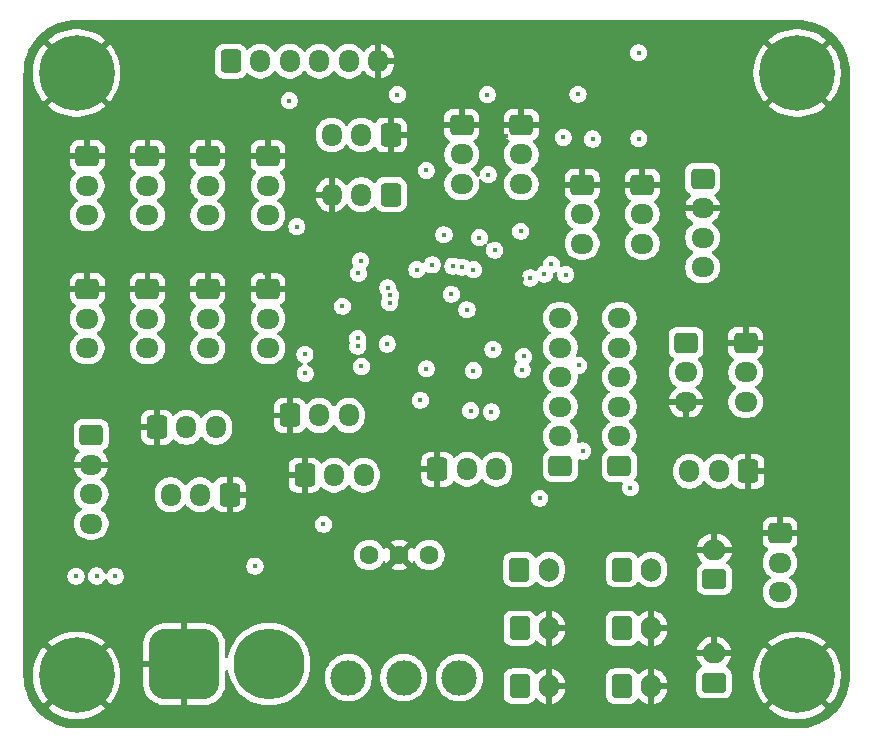
<source format=gbr>
%TF.GenerationSoftware,KiCad,Pcbnew,9.0.0*%
%TF.CreationDate,2025-03-20T15:50:57+01:00*%
%TF.ProjectId,PCB_Aquarium2,5043425f-4171-4756-9172-69756d322e6b,rev?*%
%TF.SameCoordinates,Original*%
%TF.FileFunction,Copper,L2,Inr*%
%TF.FilePolarity,Positive*%
%FSLAX46Y46*%
G04 Gerber Fmt 4.6, Leading zero omitted, Abs format (unit mm)*
G04 Created by KiCad (PCBNEW 9.0.0) date 2025-03-20 15:50:57*
%MOMM*%
%LPD*%
G01*
G04 APERTURE LIST*
G04 Aperture macros list*
%AMRoundRect*
0 Rectangle with rounded corners*
0 $1 Rounding radius*
0 $2 $3 $4 $5 $6 $7 $8 $9 X,Y pos of 4 corners*
0 Add a 4 corners polygon primitive as box body*
4,1,4,$2,$3,$4,$5,$6,$7,$8,$9,$2,$3,0*
0 Add four circle primitives for the rounded corners*
1,1,$1+$1,$2,$3*
1,1,$1+$1,$4,$5*
1,1,$1+$1,$6,$7*
1,1,$1+$1,$8,$9*
0 Add four rect primitives between the rounded corners*
20,1,$1+$1,$2,$3,$4,$5,0*
20,1,$1+$1,$4,$5,$6,$7,0*
20,1,$1+$1,$6,$7,$8,$9,0*
20,1,$1+$1,$8,$9,$2,$3,0*%
G04 Aperture macros list end*
%TA.AperFunction,ComponentPad*%
%ADD10RoundRect,0.250000X-0.725000X0.600000X-0.725000X-0.600000X0.725000X-0.600000X0.725000X0.600000X0*%
%TD*%
%TA.AperFunction,ComponentPad*%
%ADD11O,1.950000X1.700000*%
%TD*%
%TA.AperFunction,ComponentPad*%
%ADD12RoundRect,0.250000X0.750000X-0.600000X0.750000X0.600000X-0.750000X0.600000X-0.750000X-0.600000X0*%
%TD*%
%TA.AperFunction,ComponentPad*%
%ADD13O,2.000000X1.700000*%
%TD*%
%TA.AperFunction,ComponentPad*%
%ADD14RoundRect,0.250000X-0.600000X-0.725000X0.600000X-0.725000X0.600000X0.725000X-0.600000X0.725000X0*%
%TD*%
%TA.AperFunction,ComponentPad*%
%ADD15O,1.700000X1.950000*%
%TD*%
%TA.AperFunction,ComponentPad*%
%ADD16RoundRect,0.250000X0.725000X-0.600000X0.725000X0.600000X-0.725000X0.600000X-0.725000X-0.600000X0*%
%TD*%
%TA.AperFunction,ComponentPad*%
%ADD17C,0.800000*%
%TD*%
%TA.AperFunction,ComponentPad*%
%ADD18C,6.400000*%
%TD*%
%TA.AperFunction,ComponentPad*%
%ADD19RoundRect,0.250000X0.600000X0.725000X-0.600000X0.725000X-0.600000X-0.725000X0.600000X-0.725000X0*%
%TD*%
%TA.AperFunction,ComponentPad*%
%ADD20RoundRect,0.250000X-0.600000X-0.750000X0.600000X-0.750000X0.600000X0.750000X-0.600000X0.750000X0*%
%TD*%
%TA.AperFunction,ComponentPad*%
%ADD21O,1.700000X2.000000*%
%TD*%
%TA.AperFunction,ComponentPad*%
%ADD22C,3.000000*%
%TD*%
%TA.AperFunction,ComponentPad*%
%ADD23RoundRect,1.500000X-1.500000X-1.500000X1.500000X-1.500000X1.500000X1.500000X-1.500000X1.500000X0*%
%TD*%
%TA.AperFunction,ComponentPad*%
%ADD24C,6.000000*%
%TD*%
%TA.AperFunction,ComponentPad*%
%ADD25C,1.600000*%
%TD*%
%TA.AperFunction,ViaPad*%
%ADD26C,0.450000*%
%TD*%
G04 APERTURE END LIST*
D10*
%TO.N,+5V*%
%TO.C,J38*%
X121230000Y-108660000D03*
D11*
%TO.N,GND*%
X121230000Y-111160000D03*
%TO.N,USART1_TX*%
X121230000Y-113660000D03*
%TO.N,USART1_RX*%
X121230000Y-116160000D03*
%TD*%
D10*
%TO.N,GND*%
%TO.C,J11*%
X120900000Y-85050000D03*
D11*
%TO.N,+5V*%
X120900000Y-87550000D03*
%TO.N,TIM1_CH3_PWM*%
X120900000Y-90050000D03*
%TD*%
D12*
%TO.N,+12V*%
%TO.C,J4*%
X174000000Y-120870000D03*
D13*
%TO.N,GND*%
X174000000Y-118370000D03*
%TD*%
D10*
%TO.N,GND*%
%TO.C,J25*%
X157650000Y-82400000D03*
D11*
%TO.N,+3.3V*%
X157650000Y-84900000D03*
%TO.N,GPIO_WaterSensor_2*%
X157650000Y-87400000D03*
%TD*%
D10*
%TO.N,+5V*%
%TO.C,J36*%
X171600000Y-100850000D03*
D11*
%TO.N,TIM4_CH1_PWM*%
X171600000Y-103350000D03*
%TO.N,GND*%
X171600000Y-105850000D03*
%TD*%
D14*
%TO.N,GND*%
%TO.C,J19*%
X150550000Y-111550000D03*
D15*
%TO.N,+5V*%
X153050000Y-111550000D03*
%TO.N,TIM3_CH4_PWM*%
X155550000Y-111550000D03*
%TD*%
D16*
%TO.N,GPIO_BTN_1*%
%TO.C,J2*%
X160950000Y-111250000D03*
D11*
%TO.N,GPIO_BTN_2*%
X160950000Y-108750000D03*
%TO.N,GPIO_BTN_3*%
X160950000Y-106250000D03*
%TO.N,GPIO_BTN_4*%
X160950000Y-103750000D03*
%TO.N,GPIO_BTN_5*%
X160950000Y-101250000D03*
%TO.N,GPIO_BTN_6*%
X160950000Y-98750000D03*
%TD*%
D14*
%TO.N,GND*%
%TO.C,J31*%
X126800000Y-108000000D03*
D15*
%TO.N,+5V*%
X129300000Y-108000000D03*
%TO.N,TIM5_CH4_PWM*%
X131800000Y-108000000D03*
%TD*%
D10*
%TO.N,GND*%
%TO.C,J37*%
X162800000Y-87450000D03*
D11*
%TO.N,+5V*%
X162800000Y-89950000D03*
%TO.N,TIM4_CH2_PWM*%
X162800000Y-92450000D03*
%TD*%
D10*
%TO.N,GND*%
%TO.C,J29*%
X167900000Y-87450000D03*
D11*
%TO.N,+5V*%
X167900000Y-89950000D03*
%TO.N,TIM5_CH2_PWM*%
X167900000Y-92450000D03*
%TD*%
D17*
%TO.N,GND*%
%TO.C,H4*%
X117600000Y-129000000D03*
X118302944Y-127302944D03*
X118302944Y-130697056D03*
X120000000Y-126600000D03*
D18*
X120000000Y-129000000D03*
D17*
X120000000Y-131400000D03*
X121697056Y-127302944D03*
X121697056Y-130697056D03*
X122400000Y-129000000D03*
%TD*%
D10*
%TO.N,GND*%
%TO.C,J30*%
X136200000Y-96300000D03*
D11*
%TO.N,+5V*%
X136200000Y-98800000D03*
%TO.N,TIM5_CH3_PWM*%
X136200000Y-101300000D03*
%TD*%
D10*
%TO.N,GND*%
%TO.C,J9*%
X131100000Y-85050000D03*
D11*
%TO.N,+5V*%
X131100000Y-87550000D03*
%TO.N,TIM1_CH1_PWM*%
X131100000Y-90050000D03*
%TD*%
D19*
%TO.N,GND*%
%TO.C,J15*%
X176880000Y-111730000D03*
D15*
%TO.N,+5V*%
X174380000Y-111730000D03*
%TO.N,TIM2_CH3_PWM*%
X171880000Y-111730000D03*
%TD*%
D10*
%TO.N,GND*%
%TO.C,J13*%
X131100000Y-96300000D03*
D11*
%TO.N,+5V*%
X131100000Y-98800000D03*
%TO.N,TIM2_CH2_PWM*%
X131100000Y-101300000D03*
%TD*%
D19*
%TO.N,GND*%
%TO.C,J18*%
X132950000Y-113700000D03*
D15*
%TO.N,+5V*%
X130450000Y-113700000D03*
%TO.N,TIM3_CH2_PWM*%
X127950000Y-113700000D03*
%TD*%
D10*
%TO.N,GND*%
%TO.C,J28*%
X126000000Y-96300000D03*
D11*
%TO.N,+5V*%
X126000000Y-98800000D03*
%TO.N,TIM5_CH1_PWM*%
X126000000Y-101300000D03*
%TD*%
D20*
%TO.N,+12V*%
%TO.C,J22*%
X157500000Y-125020000D03*
D21*
%TO.N,GND*%
X160000000Y-125020000D03*
%TD*%
D12*
%TO.N,+12V*%
%TO.C,J5*%
X173960000Y-129610000D03*
D13*
%TO.N,GND*%
X173960000Y-127110000D03*
%TD*%
D17*
%TO.N,GND*%
%TO.C,H2*%
X117600000Y-78000000D03*
X118302944Y-76302944D03*
X118302944Y-79697056D03*
X120000000Y-75600000D03*
D18*
X120000000Y-78000000D03*
D17*
X120000000Y-80400000D03*
X121697056Y-76302944D03*
X121697056Y-79697056D03*
X122400000Y-78000000D03*
%TD*%
D20*
%TO.N,+12V*%
%TO.C,J20*%
X157490000Y-120040000D03*
D21*
%TO.N,Net-(J20-Pin_2)*%
X159990000Y-120040000D03*
%TD*%
D20*
%TO.N,+12V*%
%TO.C,J32*%
X157500000Y-129920000D03*
D21*
%TO.N,GND*%
X160000000Y-129920000D03*
%TD*%
D22*
%TO.N,+12V*%
%TO.C,SW2*%
X152400000Y-129200000D03*
%TO.N,Net-(J33-Pin_2)*%
X147700000Y-129200000D03*
%TO.N,unconnected-(SW2-C-Pad3)*%
X143000000Y-129200000D03*
%TD*%
D10*
%TO.N,GND*%
%TO.C,J14*%
X179550000Y-116970000D03*
D11*
%TO.N,+5V*%
X179550000Y-119470000D03*
%TO.N,TIM2_CH4_PWM*%
X179550000Y-121970000D03*
%TD*%
D10*
%TO.N,GND*%
%TO.C,J10*%
X126000000Y-85050000D03*
D11*
%TO.N,+5V*%
X126000000Y-87550000D03*
%TO.N,TIM1_CH2_PWM*%
X126000000Y-90050000D03*
%TD*%
D14*
%TO.N,GND*%
%TO.C,J17*%
X139300000Y-112050000D03*
D15*
%TO.N,+5V*%
X141800000Y-112050000D03*
%TO.N,TIM3_CH3_PWM*%
X144300000Y-112050000D03*
%TD*%
D14*
%TO.N,GPIO_D{slash}C*%
%TO.C,J6*%
X133050000Y-77000000D03*
D15*
%TO.N,GPIO_RES*%
X135550000Y-77000000D03*
%TO.N,SPI2_MOSI*%
X138050000Y-77000000D03*
%TO.N,SPI2_SCK*%
X140550000Y-77000000D03*
%TO.N,+3.3V*%
X143050000Y-77000000D03*
%TO.N,GND*%
X145550000Y-77000000D03*
%TD*%
D10*
%TO.N,+5V*%
%TO.C,J34*%
X173000000Y-86950000D03*
D11*
%TO.N,GND*%
X173000000Y-89450000D03*
%TO.N,USART3_TX*%
X173000000Y-91950000D03*
%TO.N,USART3_RX*%
X173000000Y-94450000D03*
%TD*%
D10*
%TO.N,GND*%
%TO.C,J24*%
X152600000Y-82400000D03*
D11*
%TO.N,+3.3V*%
X152600000Y-84900000D03*
%TO.N,GPIO_WaterSensor_1*%
X152600000Y-87400000D03*
%TD*%
D17*
%TO.N,GND*%
%TO.C,H1*%
X178600000Y-78000000D03*
X179302944Y-76302944D03*
X179302944Y-79697056D03*
X181000000Y-75600000D03*
D18*
X181000000Y-78000000D03*
D17*
X181000000Y-80400000D03*
X182697056Y-76302944D03*
X182697056Y-79697056D03*
X183400000Y-78000000D03*
%TD*%
D23*
%TO.N,GND*%
%TO.C,J33*%
X129100000Y-128050000D03*
D24*
%TO.N,Net-(J33-Pin_2)*%
X136300000Y-128050000D03*
%TD*%
D19*
%TO.N,+5V*%
%TO.C,J27*%
X146600000Y-88300000D03*
D15*
%TO.N,TIM4_CH4_PWM*%
X144100000Y-88300000D03*
%TO.N,GND*%
X141600000Y-88300000D03*
%TD*%
D10*
%TO.N,GND*%
%TO.C,J12*%
X176650000Y-100850000D03*
D11*
%TO.N,+5V*%
X176650000Y-103350000D03*
%TO.N,TIM2_CH1_PWM*%
X176650000Y-105850000D03*
%TD*%
D25*
%TO.N,+12V*%
%TO.C,U2*%
X149850000Y-118800000D03*
%TO.N,GND*%
X147310000Y-118800000D03*
%TO.N,+5V*%
X144770000Y-118800000D03*
%TD*%
D20*
%TO.N,+12V*%
%TO.C,J21*%
X166170000Y-120040000D03*
D21*
%TO.N,Net-(J21-Pin_2)*%
X168670000Y-120040000D03*
%TD*%
D19*
%TO.N,GND*%
%TO.C,J26*%
X146600000Y-83250000D03*
D15*
%TO.N,+3.3V*%
X144100000Y-83250000D03*
%TO.N,GPIO_WaterSensor_3*%
X141600000Y-83250000D03*
%TD*%
D10*
%TO.N,GND*%
%TO.C,J8*%
X120900000Y-96300000D03*
D11*
%TO.N,+5V*%
X120900000Y-98800000D03*
%TO.N,TIM1_CH4_PWM*%
X120900000Y-101300000D03*
%TD*%
D16*
%TO.N,GPIO_SPI_CS_1*%
%TO.C,J7*%
X165950000Y-111250000D03*
D11*
%TO.N,GPIO_SPI_CS_2*%
X165950000Y-108750000D03*
%TO.N,GPIO_SPI_CS_3*%
X165950000Y-106250000D03*
%TO.N,GPIO_SPI_CS_4*%
X165950000Y-103750000D03*
%TO.N,GPIO_SPI_CS_5*%
X165950000Y-101250000D03*
%TO.N,GPIO_SPI_CS_6*%
X165950000Y-98750000D03*
%TD*%
D14*
%TO.N,GND*%
%TO.C,J16*%
X138050000Y-107000000D03*
D15*
%TO.N,+5V*%
X140550000Y-107000000D03*
%TO.N,TIM3_CH1_PWM*%
X143050000Y-107000000D03*
%TD*%
D20*
%TO.N,+12V*%
%TO.C,J3*%
X166150000Y-129920000D03*
D21*
%TO.N,GND*%
X168650000Y-129920000D03*
%TD*%
D20*
%TO.N,+12V*%
%TO.C,J23*%
X166150000Y-125020000D03*
D21*
%TO.N,GND*%
X168650000Y-125020000D03*
%TD*%
D10*
%TO.N,GND*%
%TO.C,J1*%
X136200000Y-85050000D03*
D11*
%TO.N,+5V*%
X136200000Y-87550000D03*
%TO.N,ADC1_IN10_PH*%
X136200000Y-90050000D03*
%TD*%
D17*
%TO.N,GND*%
%TO.C,H3*%
X178600000Y-129000000D03*
X179302944Y-127302944D03*
X179302944Y-130697056D03*
X181000000Y-126600000D03*
D18*
X181000000Y-129000000D03*
D17*
X181000000Y-131400000D03*
X182697056Y-127302944D03*
X182697056Y-130697056D03*
X183400000Y-129000000D03*
%TD*%
D26*
%TO.N,+3.3V*%
X139330000Y-101825000D03*
X158395958Y-95352608D03*
X153357500Y-106592500D03*
X167590000Y-76300000D03*
X143850000Y-94951000D03*
X123260000Y-120600000D03*
X144050000Y-93900000D03*
X139350000Y-103430000D03*
X135100000Y-119750000D03*
X144120000Y-102850000D03*
X155100000Y-106700000D03*
%TO.N,SWDIO*%
X155400000Y-93000000D03*
X167600000Y-83550000D03*
%TO.N,UART_DEBUG_TX*%
X151100000Y-91700000D03*
X161200000Y-83450000D03*
%TO.N,NRST*%
X162450000Y-79800000D03*
X142500000Y-97750000D03*
X154760000Y-79830000D03*
X138000000Y-80350000D03*
%TO.N,SWCLK*%
X163695155Y-83595155D03*
X154100000Y-91935648D03*
%TO.N,GND*%
X124390000Y-117400000D03*
X149590000Y-108430000D03*
X142980000Y-101890000D03*
X148471232Y-91228768D03*
X144250000Y-115700000D03*
X141200000Y-122000000D03*
X147528768Y-91771232D03*
X116930000Y-125510000D03*
X141910000Y-79470000D03*
X182750000Y-98350000D03*
X144250000Y-93000000D03*
X154500000Y-76700000D03*
X149590000Y-115770000D03*
X117140000Y-99330000D03*
X156480000Y-107960000D03*
X124250000Y-119210000D03*
X119000000Y-105190000D03*
X157750000Y-95425000D03*
X121500000Y-124387500D03*
X154100000Y-105410000D03*
X170940000Y-115930000D03*
X134580000Y-80990000D03*
X123970000Y-113020000D03*
X179230000Y-84700000D03*
X166320000Y-76300000D03*
X135920000Y-94940000D03*
X151100000Y-82400000D03*
X152800000Y-108225000D03*
X116640000Y-117560000D03*
X165050000Y-76300000D03*
X125300000Y-75540000D03*
X184480000Y-123370000D03*
X140690000Y-93800000D03*
X162510000Y-76300000D03*
X124100000Y-132310000D03*
X117230000Y-90780000D03*
X174420000Y-89470000D03*
X139420000Y-110630000D03*
X142850000Y-96850000D03*
X182320000Y-113370000D03*
X123200000Y-124387500D03*
X157340000Y-92840000D03*
X176550000Y-87100000D03*
X156350000Y-83310000D03*
X176460000Y-75820000D03*
X180110000Y-105580000D03*
X127110000Y-79690000D03*
X176550000Y-97550000D03*
X168820000Y-117800000D03*
X116710000Y-109440000D03*
X173250000Y-78990000D03*
%TO.N,USART3_TX*%
X157593685Y-91393685D03*
%TO.N,USART3_RX*%
X161425735Y-95075735D03*
X159600472Y-95026914D03*
X152645140Y-94438068D03*
%TO.N,USART1_TX*%
X149600000Y-103050000D03*
%TO.N,TIM2_CH1_PWM*%
X166880000Y-113130000D03*
%TO.N,TIM2_CH2_PWM*%
X146290000Y-100950000D03*
%TO.N,TIM2_CH3_PWM*%
X162850000Y-110000000D03*
X153600000Y-103200000D03*
%TO.N,TIM2_CH4_PWM*%
X157723735Y-103125025D03*
%TO.N,GPIO_WaterSensor_2*%
X154850000Y-86600000D03*
X149600000Y-86250000D03*
%TO.N,GPIO_WaterSensor_1*%
X150100000Y-94250000D03*
%TO.N,TIM5_CH1_PWM*%
X143800000Y-100475000D03*
%TO.N,TIM5_CH2_PWM*%
X151850000Y-94350000D03*
%TO.N,ADC1_IN10_PH*%
X146570523Y-96801451D03*
X138650000Y-91010000D03*
%TO.N,TIM5_CH3_PWM*%
X143800000Y-101125003D03*
%TO.N,GPIO_PUMP_1*%
X159200000Y-114000000D03*
X149100000Y-105700000D03*
%TO.N,SPI2_SCK*%
X155250000Y-101400000D03*
X147150000Y-79825000D03*
X153048528Y-98050000D03*
X151724265Y-96725735D03*
%TO.N,SPI2_MOSI*%
X148800000Y-94650000D03*
%TO.N,GPIO_RES*%
X146350000Y-96190000D03*
%TO.N,GPIO_SPI_CS_6*%
X162500000Y-102750000D03*
X146500000Y-97450000D03*
%TO.N,GPIO_SPI_CS_1*%
X157848000Y-102000000D03*
%TO.N,GPIO_SPI_CS_3*%
X153600000Y-94650000D03*
%TO.N,GPIO_SPI_CS_5*%
X160200472Y-94201000D03*
%TO.N,+5V*%
X121700000Y-120590000D03*
X140900000Y-116200000D03*
%TO.N,+12V*%
X119950000Y-120600000D03*
%TD*%
%TA.AperFunction,Conductor*%
%TO.N,GND*%
G36*
X181002702Y-73500617D02*
G01*
X181386771Y-73517386D01*
X181397506Y-73518326D01*
X181775971Y-73568152D01*
X181786597Y-73570025D01*
X182159284Y-73652648D01*
X182169710Y-73655442D01*
X182533765Y-73770227D01*
X182543911Y-73773920D01*
X182896578Y-73920000D01*
X182906369Y-73924566D01*
X183244942Y-74100816D01*
X183254310Y-74106224D01*
X183576244Y-74311318D01*
X183585105Y-74317523D01*
X183887930Y-74549889D01*
X183896217Y-74556843D01*
X184177635Y-74814715D01*
X184185284Y-74822364D01*
X184443156Y-75103782D01*
X184450110Y-75112069D01*
X184682476Y-75414894D01*
X184688681Y-75423755D01*
X184893775Y-75745689D01*
X184899183Y-75755057D01*
X185075430Y-76093623D01*
X185080002Y-76103427D01*
X185226075Y-76456078D01*
X185229775Y-76466244D01*
X185344554Y-76830278D01*
X185347354Y-76840727D01*
X185429971Y-77213389D01*
X185431849Y-77224042D01*
X185481671Y-77602473D01*
X185482614Y-77613249D01*
X185499382Y-77997297D01*
X185499500Y-78002706D01*
X185499500Y-128997293D01*
X185499382Y-129002702D01*
X185482614Y-129386750D01*
X185481671Y-129397526D01*
X185431849Y-129775957D01*
X185429971Y-129786610D01*
X185347354Y-130159272D01*
X185344554Y-130169721D01*
X185229775Y-130533755D01*
X185226075Y-130543921D01*
X185080002Y-130896572D01*
X185075430Y-130906376D01*
X184899183Y-131244942D01*
X184893775Y-131254310D01*
X184688681Y-131576244D01*
X184682476Y-131585105D01*
X184450110Y-131887930D01*
X184443156Y-131896217D01*
X184185284Y-132177635D01*
X184177635Y-132185284D01*
X183896217Y-132443156D01*
X183887930Y-132450110D01*
X183585105Y-132682476D01*
X183576244Y-132688681D01*
X183254310Y-132893775D01*
X183244942Y-132899183D01*
X182906376Y-133075430D01*
X182896572Y-133080002D01*
X182543921Y-133226075D01*
X182533755Y-133229775D01*
X182169721Y-133344554D01*
X182159272Y-133347354D01*
X181786610Y-133429971D01*
X181775957Y-133431849D01*
X181397526Y-133481671D01*
X181386750Y-133482614D01*
X181002703Y-133499382D01*
X180997294Y-133499500D01*
X120002706Y-133499500D01*
X119997297Y-133499382D01*
X119613249Y-133482614D01*
X119602473Y-133481671D01*
X119224042Y-133431849D01*
X119213389Y-133429971D01*
X118840727Y-133347354D01*
X118830278Y-133344554D01*
X118466244Y-133229775D01*
X118456078Y-133226075D01*
X118103427Y-133080002D01*
X118093623Y-133075430D01*
X117755057Y-132899183D01*
X117745689Y-132893775D01*
X117423755Y-132688681D01*
X117414894Y-132682476D01*
X117112069Y-132450110D01*
X117103782Y-132443156D01*
X116822364Y-132185284D01*
X116814715Y-132177635D01*
X116556843Y-131896217D01*
X116549889Y-131887930D01*
X116493921Y-131814991D01*
X116317523Y-131585105D01*
X116311318Y-131576244D01*
X116246111Y-131473890D01*
X116106223Y-131254309D01*
X116100816Y-131244942D01*
X116086909Y-131218227D01*
X115924566Y-130906369D01*
X115919997Y-130896572D01*
X115919268Y-130894812D01*
X115773920Y-130543911D01*
X115770224Y-130533755D01*
X115768831Y-130529336D01*
X115655442Y-130169710D01*
X115652648Y-130159284D01*
X115570025Y-129786597D01*
X115568152Y-129775971D01*
X115518326Y-129397506D01*
X115517386Y-129386771D01*
X115500618Y-129002702D01*
X115500500Y-128997293D01*
X115500500Y-128818234D01*
X116300000Y-128818234D01*
X116300000Y-129181765D01*
X116335632Y-129543556D01*
X116406550Y-129900090D01*
X116406553Y-129900101D01*
X116512086Y-130247997D01*
X116651207Y-130583864D01*
X116651209Y-130583869D01*
X116822569Y-130904459D01*
X116822581Y-130904480D01*
X117024551Y-131206750D01*
X117211678Y-131434765D01*
X117211679Y-131434766D01*
X118705747Y-129940697D01*
X118779588Y-130042330D01*
X118957670Y-130220412D01*
X119059301Y-130294251D01*
X117565232Y-131788319D01*
X117565233Y-131788320D01*
X117793249Y-131975448D01*
X118095519Y-132177418D01*
X118095537Y-132177429D01*
X118416130Y-132348790D01*
X118416135Y-132348792D01*
X118752002Y-132487913D01*
X119099898Y-132593446D01*
X119099909Y-132593449D01*
X119456443Y-132664367D01*
X119818234Y-132700000D01*
X120181766Y-132700000D01*
X120543556Y-132664367D01*
X120900090Y-132593449D01*
X120900101Y-132593446D01*
X121247997Y-132487913D01*
X121583864Y-132348792D01*
X121583869Y-132348790D01*
X121904462Y-132177429D01*
X121904480Y-132177418D01*
X122206736Y-131975457D01*
X122206750Y-131975447D01*
X122434765Y-131788320D01*
X122434766Y-131788319D01*
X120940698Y-130294251D01*
X121042330Y-130220412D01*
X121220412Y-130042330D01*
X121294251Y-129940698D01*
X122788319Y-131434766D01*
X122788320Y-131434765D01*
X122975447Y-131206750D01*
X122975457Y-131206736D01*
X123177418Y-130904480D01*
X123177431Y-130904459D01*
X123348790Y-130583869D01*
X123348792Y-130583864D01*
X123487913Y-130247997D01*
X123593446Y-129900101D01*
X123593449Y-129900090D01*
X123664367Y-129543556D01*
X123700000Y-129181765D01*
X123700000Y-128818234D01*
X123664367Y-128456443D01*
X123627845Y-128272829D01*
X123593449Y-128099910D01*
X123593446Y-128099898D01*
X123487913Y-127752002D01*
X123348792Y-127416135D01*
X123348790Y-127416130D01*
X123177429Y-127095537D01*
X123177418Y-127095519D01*
X122975448Y-126793249D01*
X122788321Y-126565233D01*
X122788319Y-126565232D01*
X121294251Y-128059300D01*
X121220412Y-127957670D01*
X121042330Y-127779588D01*
X120940698Y-127705748D01*
X122167882Y-126478563D01*
X125600000Y-126478563D01*
X125600000Y-127800000D01*
X126863498Y-127800000D01*
X126850000Y-127902527D01*
X126850000Y-128197473D01*
X126863498Y-128300000D01*
X125600000Y-128300000D01*
X125600000Y-129621436D01*
X125615300Y-129835362D01*
X125676109Y-130114895D01*
X125776091Y-130382958D01*
X125913191Y-130634038D01*
X125913192Y-130634039D01*
X126084639Y-130863065D01*
X126084649Y-130863077D01*
X126286922Y-131065350D01*
X126286934Y-131065360D01*
X126515960Y-131236807D01*
X126515961Y-131236808D01*
X126767042Y-131373908D01*
X126767041Y-131373908D01*
X127035104Y-131473890D01*
X127314637Y-131534699D01*
X127528563Y-131549999D01*
X127528566Y-131550000D01*
X128850000Y-131550000D01*
X128850000Y-130286502D01*
X128952527Y-130300000D01*
X129247473Y-130300000D01*
X129350000Y-130286502D01*
X129350000Y-131550000D01*
X130671434Y-131550000D01*
X130671436Y-131549999D01*
X130885362Y-131534699D01*
X131164895Y-131473890D01*
X131432958Y-131373908D01*
X131684038Y-131236808D01*
X131684039Y-131236807D01*
X131913065Y-131065360D01*
X131913077Y-131065350D01*
X132115350Y-130863077D01*
X132115360Y-130863065D01*
X132286807Y-130634039D01*
X132286808Y-130634038D01*
X132423908Y-130382958D01*
X132523890Y-130114895D01*
X132584699Y-129835362D01*
X132599999Y-129621436D01*
X132600000Y-129621434D01*
X132600000Y-128650810D01*
X132619685Y-128583771D01*
X132672489Y-128538016D01*
X132741647Y-128528072D01*
X132805203Y-128557097D01*
X132842977Y-128615875D01*
X132845617Y-128626619D01*
X132900308Y-128901572D01*
X133000150Y-129230706D01*
X133131770Y-129548464D01*
X133131772Y-129548469D01*
X133293893Y-129851775D01*
X133293904Y-129851793D01*
X133484975Y-130137751D01*
X133484985Y-130137765D01*
X133703176Y-130403632D01*
X133946367Y-130646823D01*
X133946372Y-130646827D01*
X133946373Y-130646828D01*
X134212240Y-130865019D01*
X134498213Y-131056100D01*
X134498222Y-131056105D01*
X134498224Y-131056106D01*
X134801530Y-131218227D01*
X134801532Y-131218227D01*
X134801538Y-131218231D01*
X135119295Y-131349850D01*
X135448422Y-131449690D01*
X135785750Y-131516789D01*
X136128031Y-131550500D01*
X136128034Y-131550500D01*
X136471966Y-131550500D01*
X136471969Y-131550500D01*
X136814250Y-131516789D01*
X137151578Y-131449690D01*
X137480705Y-131349850D01*
X137798462Y-131218231D01*
X138101787Y-131056100D01*
X138387760Y-130865019D01*
X138653627Y-130646828D01*
X138896828Y-130403627D01*
X139115019Y-130137760D01*
X139306100Y-129851787D01*
X139468231Y-129548462D01*
X139599850Y-129230705D01*
X139648942Y-129068872D01*
X140999500Y-129068872D01*
X140999500Y-129331127D01*
X141024354Y-129519901D01*
X141033730Y-129591116D01*
X141101602Y-129844418D01*
X141101605Y-129844428D01*
X141201953Y-130086690D01*
X141201958Y-130086700D01*
X141333075Y-130313803D01*
X141492718Y-130521851D01*
X141492726Y-130521860D01*
X141678140Y-130707274D01*
X141678148Y-130707281D01*
X141886196Y-130866924D01*
X142113299Y-130998041D01*
X142113309Y-130998046D01*
X142253479Y-131056106D01*
X142355581Y-131098398D01*
X142608884Y-131166270D01*
X142868880Y-131200500D01*
X142868887Y-131200500D01*
X143131113Y-131200500D01*
X143131120Y-131200500D01*
X143391116Y-131166270D01*
X143644419Y-131098398D01*
X143886697Y-130998043D01*
X144113803Y-130866924D01*
X144321851Y-130707282D01*
X144321855Y-130707277D01*
X144321860Y-130707274D01*
X144507274Y-130521860D01*
X144507277Y-130521855D01*
X144507282Y-130521851D01*
X144666924Y-130313803D01*
X144798043Y-130086697D01*
X144898398Y-129844419D01*
X144966270Y-129591116D01*
X145000500Y-129331120D01*
X145000500Y-129068880D01*
X145000499Y-129068872D01*
X145699500Y-129068872D01*
X145699500Y-129331127D01*
X145724354Y-129519901D01*
X145733730Y-129591116D01*
X145801602Y-129844418D01*
X145801605Y-129844428D01*
X145901953Y-130086690D01*
X145901958Y-130086700D01*
X146033075Y-130313803D01*
X146192718Y-130521851D01*
X146192726Y-130521860D01*
X146378140Y-130707274D01*
X146378148Y-130707281D01*
X146586196Y-130866924D01*
X146813299Y-130998041D01*
X146813309Y-130998046D01*
X146953479Y-131056106D01*
X147055581Y-131098398D01*
X147308884Y-131166270D01*
X147568880Y-131200500D01*
X147568887Y-131200500D01*
X147831113Y-131200500D01*
X147831120Y-131200500D01*
X148091116Y-131166270D01*
X148344419Y-131098398D01*
X148586697Y-130998043D01*
X148813803Y-130866924D01*
X149021851Y-130707282D01*
X149021855Y-130707277D01*
X149021860Y-130707274D01*
X149207274Y-130521860D01*
X149207277Y-130521855D01*
X149207282Y-130521851D01*
X149366924Y-130313803D01*
X149498043Y-130086697D01*
X149598398Y-129844419D01*
X149666270Y-129591116D01*
X149700500Y-129331120D01*
X149700500Y-129068880D01*
X149700499Y-129068872D01*
X150399500Y-129068872D01*
X150399500Y-129331127D01*
X150424354Y-129519901D01*
X150433730Y-129591116D01*
X150501602Y-129844418D01*
X150501605Y-129844428D01*
X150601953Y-130086690D01*
X150601958Y-130086700D01*
X150733075Y-130313803D01*
X150892718Y-130521851D01*
X150892726Y-130521860D01*
X151078140Y-130707274D01*
X151078148Y-130707281D01*
X151286196Y-130866924D01*
X151513299Y-130998041D01*
X151513309Y-130998046D01*
X151653479Y-131056106D01*
X151755581Y-131098398D01*
X152008884Y-131166270D01*
X152268880Y-131200500D01*
X152268887Y-131200500D01*
X152531113Y-131200500D01*
X152531120Y-131200500D01*
X152791116Y-131166270D01*
X153044419Y-131098398D01*
X153286697Y-130998043D01*
X153513803Y-130866924D01*
X153721851Y-130707282D01*
X153721855Y-130707277D01*
X153721860Y-130707274D01*
X153907274Y-130521860D01*
X153907277Y-130521855D01*
X153907282Y-130521851D01*
X154066924Y-130313803D01*
X154198043Y-130086697D01*
X154298398Y-129844419D01*
X154366270Y-129591116D01*
X154400500Y-129331120D01*
X154400500Y-129119983D01*
X156149500Y-129119983D01*
X156149500Y-130720001D01*
X156149501Y-130720018D01*
X156160000Y-130822796D01*
X156160001Y-130822799D01*
X156215185Y-130989331D01*
X156215187Y-130989336D01*
X156222496Y-131001185D01*
X156307288Y-131138656D01*
X156431344Y-131262712D01*
X156580666Y-131354814D01*
X156747203Y-131409999D01*
X156849991Y-131420500D01*
X158150008Y-131420499D01*
X158252797Y-131409999D01*
X158419334Y-131354814D01*
X158568656Y-131262712D01*
X158692712Y-131138656D01*
X158784814Y-130989334D01*
X158784814Y-130989331D01*
X158788448Y-130983441D01*
X158840395Y-130936716D01*
X158909358Y-130925493D01*
X158973440Y-130953336D01*
X158981668Y-130960856D01*
X159120535Y-131099723D01*
X159120540Y-131099727D01*
X159292442Y-131224620D01*
X159481782Y-131321095D01*
X159683871Y-131386757D01*
X159750000Y-131397231D01*
X159750000Y-130353012D01*
X159807007Y-130385925D01*
X159934174Y-130420000D01*
X160065826Y-130420000D01*
X160192993Y-130385925D01*
X160250000Y-130353012D01*
X160250000Y-131397230D01*
X160316126Y-131386757D01*
X160316129Y-131386757D01*
X160518217Y-131321095D01*
X160707557Y-131224620D01*
X160879459Y-131099727D01*
X160879464Y-131099723D01*
X161029723Y-130949464D01*
X161029727Y-130949459D01*
X161154620Y-130777557D01*
X161251095Y-130588217D01*
X161316757Y-130386130D01*
X161316757Y-130386127D01*
X161350000Y-130176246D01*
X161350000Y-130170000D01*
X160433012Y-130170000D01*
X160465925Y-130112993D01*
X160500000Y-129985826D01*
X160500000Y-129854174D01*
X160465925Y-129727007D01*
X160433012Y-129670000D01*
X161350000Y-129670000D01*
X161350000Y-129663753D01*
X161316757Y-129453872D01*
X161316757Y-129453869D01*
X161251095Y-129251782D01*
X161211019Y-129173129D01*
X161183939Y-129119983D01*
X164799500Y-129119983D01*
X164799500Y-130720001D01*
X164799501Y-130720018D01*
X164810000Y-130822796D01*
X164810001Y-130822799D01*
X164865185Y-130989331D01*
X164865187Y-130989336D01*
X164872496Y-131001185D01*
X164957288Y-131138656D01*
X165081344Y-131262712D01*
X165230666Y-131354814D01*
X165397203Y-131409999D01*
X165499991Y-131420500D01*
X166800008Y-131420499D01*
X166902797Y-131409999D01*
X167069334Y-131354814D01*
X167218656Y-131262712D01*
X167342712Y-131138656D01*
X167434814Y-130989334D01*
X167434814Y-130989331D01*
X167438448Y-130983441D01*
X167490395Y-130936716D01*
X167559358Y-130925493D01*
X167623440Y-130953336D01*
X167631668Y-130960856D01*
X167770535Y-131099723D01*
X167770540Y-131099727D01*
X167942442Y-131224620D01*
X168131782Y-131321095D01*
X168333871Y-131386757D01*
X168400000Y-131397231D01*
X168400000Y-130353012D01*
X168457007Y-130385925D01*
X168584174Y-130420000D01*
X168715826Y-130420000D01*
X168842993Y-130385925D01*
X168900000Y-130353012D01*
X168900000Y-131397230D01*
X168966126Y-131386757D01*
X168966129Y-131386757D01*
X169168217Y-131321095D01*
X169357557Y-131224620D01*
X169529459Y-131099727D01*
X169529464Y-131099723D01*
X169679723Y-130949464D01*
X169679727Y-130949459D01*
X169804620Y-130777557D01*
X169901095Y-130588217D01*
X169966757Y-130386130D01*
X169966757Y-130386127D01*
X170000000Y-130176246D01*
X170000000Y-130170000D01*
X169083012Y-130170000D01*
X169115925Y-130112993D01*
X169150000Y-129985826D01*
X169150000Y-129854174D01*
X169115925Y-129727007D01*
X169083012Y-129670000D01*
X170000000Y-129670000D01*
X170000000Y-129663753D01*
X169966757Y-129453872D01*
X169966757Y-129453869D01*
X169901095Y-129251782D01*
X169804622Y-129062445D01*
X169780846Y-129029720D01*
X169780845Y-129029718D01*
X169730180Y-128959983D01*
X172459500Y-128959983D01*
X172459500Y-130260001D01*
X172459501Y-130260018D01*
X172470000Y-130362796D01*
X172470001Y-130362799D01*
X172525185Y-130529331D01*
X172525187Y-130529336D01*
X172534183Y-130543921D01*
X172617288Y-130678656D01*
X172741344Y-130802712D01*
X172890666Y-130894814D01*
X173057203Y-130949999D01*
X173159991Y-130960500D01*
X174760008Y-130960499D01*
X174862797Y-130949999D01*
X175029334Y-130894814D01*
X175178656Y-130802712D01*
X175302712Y-130678656D01*
X175394814Y-130529334D01*
X175449999Y-130362797D01*
X175460500Y-130260009D01*
X175460499Y-128959992D01*
X175449999Y-128857203D01*
X175449998Y-128857198D01*
X175449002Y-128854193D01*
X175449001Y-128854191D01*
X175437086Y-128818234D01*
X177300000Y-128818234D01*
X177300000Y-129181765D01*
X177335632Y-129543556D01*
X177406550Y-129900090D01*
X177406553Y-129900101D01*
X177512086Y-130247997D01*
X177651207Y-130583864D01*
X177651209Y-130583869D01*
X177822569Y-130904459D01*
X177822581Y-130904480D01*
X178024551Y-131206750D01*
X178211678Y-131434765D01*
X178211679Y-131434766D01*
X179705747Y-129940697D01*
X179779588Y-130042330D01*
X179957670Y-130220412D01*
X180059301Y-130294251D01*
X178565232Y-131788319D01*
X178565233Y-131788320D01*
X178793249Y-131975448D01*
X179095519Y-132177418D01*
X179095537Y-132177429D01*
X179416130Y-132348790D01*
X179416135Y-132348792D01*
X179752002Y-132487913D01*
X180099898Y-132593446D01*
X180099909Y-132593449D01*
X180456443Y-132664367D01*
X180818234Y-132700000D01*
X181181766Y-132700000D01*
X181543556Y-132664367D01*
X181900090Y-132593449D01*
X181900101Y-132593446D01*
X182247997Y-132487913D01*
X182583864Y-132348792D01*
X182583869Y-132348790D01*
X182904462Y-132177429D01*
X182904480Y-132177418D01*
X183206736Y-131975457D01*
X183206750Y-131975447D01*
X183434765Y-131788320D01*
X183434766Y-131788319D01*
X181940698Y-130294251D01*
X182042330Y-130220412D01*
X182220412Y-130042330D01*
X182294251Y-129940698D01*
X183788319Y-131434766D01*
X183788320Y-131434765D01*
X183975447Y-131206750D01*
X183975457Y-131206736D01*
X184177418Y-130904480D01*
X184177431Y-130904459D01*
X184348790Y-130583869D01*
X184348792Y-130583864D01*
X184487913Y-130247997D01*
X184593446Y-129900101D01*
X184593449Y-129900090D01*
X184664367Y-129543556D01*
X184700000Y-129181765D01*
X184700000Y-128818234D01*
X184664367Y-128456443D01*
X184593449Y-128099909D01*
X184593446Y-128099898D01*
X184487913Y-127752002D01*
X184348792Y-127416135D01*
X184348790Y-127416130D01*
X184177429Y-127095537D01*
X184177418Y-127095519D01*
X183975448Y-126793249D01*
X183788320Y-126565233D01*
X183788319Y-126565232D01*
X182294251Y-128059300D01*
X182220412Y-127957670D01*
X182042330Y-127779588D01*
X181940698Y-127705748D01*
X183434766Y-126211679D01*
X183434765Y-126211678D01*
X183206750Y-126024551D01*
X182904480Y-125822581D01*
X182904462Y-125822570D01*
X182583869Y-125651209D01*
X182583864Y-125651207D01*
X182247997Y-125512086D01*
X181900101Y-125406553D01*
X181900090Y-125406550D01*
X181543556Y-125335632D01*
X181181766Y-125300000D01*
X180818234Y-125300000D01*
X180456443Y-125335632D01*
X180099909Y-125406550D01*
X180099898Y-125406553D01*
X179752002Y-125512086D01*
X179416135Y-125651207D01*
X179416130Y-125651209D01*
X179095537Y-125822570D01*
X179095519Y-125822581D01*
X178793258Y-126024545D01*
X178793254Y-126024548D01*
X178565233Y-126211679D01*
X178565233Y-126211680D01*
X180059301Y-127705748D01*
X179957670Y-127779588D01*
X179779588Y-127957670D01*
X179705748Y-128059301D01*
X178211680Y-126565233D01*
X178211679Y-126565233D01*
X178024548Y-126793254D01*
X178024545Y-126793258D01*
X177822581Y-127095519D01*
X177822570Y-127095537D01*
X177651209Y-127416130D01*
X177651207Y-127416135D01*
X177512086Y-127752002D01*
X177406553Y-128099898D01*
X177406550Y-128099909D01*
X177335632Y-128456443D01*
X177300000Y-128818234D01*
X175437086Y-128818234D01*
X175411253Y-128740276D01*
X175394814Y-128690666D01*
X175302712Y-128541344D01*
X175178656Y-128417288D01*
X175029334Y-128325186D01*
X175029332Y-128325185D01*
X175023440Y-128321551D01*
X174976716Y-128269603D01*
X174965493Y-128200641D01*
X174993337Y-128136558D01*
X175000856Y-128128330D01*
X175139728Y-127989458D01*
X175264620Y-127817557D01*
X175361095Y-127628217D01*
X175426757Y-127426129D01*
X175426757Y-127426126D01*
X175437231Y-127360000D01*
X174393012Y-127360000D01*
X174425925Y-127302993D01*
X174460000Y-127175826D01*
X174460000Y-127044174D01*
X174425925Y-126917007D01*
X174393012Y-126860000D01*
X175437231Y-126860000D01*
X175426757Y-126793873D01*
X175426757Y-126793870D01*
X175361095Y-126591782D01*
X175264620Y-126402442D01*
X175214444Y-126333379D01*
X175139727Y-126230540D01*
X175139723Y-126230535D01*
X174989464Y-126080276D01*
X174989459Y-126080272D01*
X174817557Y-125955379D01*
X174628217Y-125858904D01*
X174426129Y-125793242D01*
X174216246Y-125760000D01*
X174210000Y-125760000D01*
X174210000Y-126676988D01*
X174152993Y-126644075D01*
X174025826Y-126610000D01*
X173894174Y-126610000D01*
X173767007Y-126644075D01*
X173710000Y-126676988D01*
X173710000Y-125760000D01*
X173703754Y-125760000D01*
X173493872Y-125793242D01*
X173493869Y-125793242D01*
X173291782Y-125858904D01*
X173102442Y-125955379D01*
X172930540Y-126080272D01*
X172930535Y-126080276D01*
X172780276Y-126230535D01*
X172780272Y-126230540D01*
X172655379Y-126402442D01*
X172558904Y-126591782D01*
X172493242Y-126793870D01*
X172493242Y-126793873D01*
X172482769Y-126860000D01*
X173526988Y-126860000D01*
X173494075Y-126917007D01*
X173460000Y-127044174D01*
X173460000Y-127175826D01*
X173494075Y-127302993D01*
X173526988Y-127360000D01*
X172482769Y-127360000D01*
X172493242Y-127426126D01*
X172493242Y-127426129D01*
X172558904Y-127628217D01*
X172655379Y-127817557D01*
X172780272Y-127989459D01*
X172780276Y-127989464D01*
X172919143Y-128128331D01*
X172952628Y-128189654D01*
X172947644Y-128259346D01*
X172905772Y-128315279D01*
X172896559Y-128321551D01*
X172741342Y-128417289D01*
X172617289Y-128541342D01*
X172525187Y-128690663D01*
X172525185Y-128690668D01*
X172508748Y-128740272D01*
X172470001Y-128857203D01*
X172470001Y-128857204D01*
X172470000Y-128857204D01*
X172459500Y-128959983D01*
X169730180Y-128959983D01*
X169679727Y-128890540D01*
X169679723Y-128890535D01*
X169529464Y-128740276D01*
X169529459Y-128740272D01*
X169357557Y-128615379D01*
X169168215Y-128518903D01*
X168966124Y-128453241D01*
X168900000Y-128442768D01*
X168900000Y-129486988D01*
X168842993Y-129454075D01*
X168715826Y-129420000D01*
X168584174Y-129420000D01*
X168457007Y-129454075D01*
X168400000Y-129486988D01*
X168400000Y-128442768D01*
X168399999Y-128442768D01*
X168333875Y-128453241D01*
X168131784Y-128518903D01*
X167942442Y-128615379D01*
X167770541Y-128740271D01*
X167631668Y-128879144D01*
X167570345Y-128912628D01*
X167500653Y-128907644D01*
X167444720Y-128865772D01*
X167438448Y-128856558D01*
X167342712Y-128701344D01*
X167218657Y-128577289D01*
X167218656Y-128577288D01*
X167069334Y-128485186D01*
X166902797Y-128430001D01*
X166902795Y-128430000D01*
X166800010Y-128419500D01*
X165499998Y-128419500D01*
X165499981Y-128419501D01*
X165397203Y-128430000D01*
X165397200Y-128430001D01*
X165230668Y-128485185D01*
X165230663Y-128485187D01*
X165081342Y-128577289D01*
X164957289Y-128701342D01*
X164865187Y-128850663D01*
X164865185Y-128850668D01*
X164860180Y-128865772D01*
X164810001Y-129017203D01*
X164810001Y-129017204D01*
X164810000Y-129017204D01*
X164799500Y-129119983D01*
X161183939Y-129119983D01*
X161154620Y-129062442D01*
X161029727Y-128890540D01*
X161029723Y-128890535D01*
X160879464Y-128740276D01*
X160879459Y-128740272D01*
X160707557Y-128615379D01*
X160518215Y-128518903D01*
X160316124Y-128453241D01*
X160250000Y-128442768D01*
X160250000Y-129486988D01*
X160192993Y-129454075D01*
X160065826Y-129420000D01*
X159934174Y-129420000D01*
X159807007Y-129454075D01*
X159750000Y-129486988D01*
X159750000Y-128442768D01*
X159749999Y-128442768D01*
X159683875Y-128453241D01*
X159481784Y-128518903D01*
X159292442Y-128615379D01*
X159120541Y-128740271D01*
X158981668Y-128879144D01*
X158920345Y-128912628D01*
X158850653Y-128907644D01*
X158794720Y-128865772D01*
X158788448Y-128856558D01*
X158692712Y-128701344D01*
X158568657Y-128577289D01*
X158568656Y-128577288D01*
X158419334Y-128485186D01*
X158252797Y-128430001D01*
X158252795Y-128430000D01*
X158150010Y-128419500D01*
X156849998Y-128419500D01*
X156849981Y-128419501D01*
X156747203Y-128430000D01*
X156747200Y-128430001D01*
X156580668Y-128485185D01*
X156580663Y-128485187D01*
X156431342Y-128577289D01*
X156307289Y-128701342D01*
X156215187Y-128850663D01*
X156215185Y-128850668D01*
X156210180Y-128865772D01*
X156160001Y-129017203D01*
X156160001Y-129017204D01*
X156160000Y-129017204D01*
X156149500Y-129119983D01*
X154400500Y-129119983D01*
X154400500Y-129068880D01*
X154366270Y-128808884D01*
X154298398Y-128555581D01*
X154291122Y-128538016D01*
X154198046Y-128313309D01*
X154198041Y-128313299D01*
X154066924Y-128086196D01*
X153907281Y-127878148D01*
X153907274Y-127878140D01*
X153721860Y-127692726D01*
X153721851Y-127692718D01*
X153513803Y-127533075D01*
X153286700Y-127401958D01*
X153286690Y-127401953D01*
X153044428Y-127301605D01*
X153044421Y-127301603D01*
X153044419Y-127301602D01*
X152791116Y-127233730D01*
X152733339Y-127226123D01*
X152531127Y-127199500D01*
X152531120Y-127199500D01*
X152268880Y-127199500D01*
X152268872Y-127199500D01*
X152037772Y-127229926D01*
X152008884Y-127233730D01*
X151755581Y-127301602D01*
X151755571Y-127301605D01*
X151513309Y-127401953D01*
X151513299Y-127401958D01*
X151286196Y-127533075D01*
X151078148Y-127692718D01*
X150892718Y-127878148D01*
X150733075Y-128086196D01*
X150601958Y-128313299D01*
X150601953Y-128313309D01*
X150501605Y-128555571D01*
X150501602Y-128555581D01*
X150452114Y-128740276D01*
X150433730Y-128808885D01*
X150399500Y-129068872D01*
X149700499Y-129068872D01*
X149666270Y-128808884D01*
X149598398Y-128555581D01*
X149591122Y-128538016D01*
X149498046Y-128313309D01*
X149498041Y-128313299D01*
X149366924Y-128086196D01*
X149207281Y-127878148D01*
X149207274Y-127878140D01*
X149021860Y-127692726D01*
X149021851Y-127692718D01*
X148813803Y-127533075D01*
X148586700Y-127401958D01*
X148586690Y-127401953D01*
X148344428Y-127301605D01*
X148344421Y-127301603D01*
X148344419Y-127301602D01*
X148091116Y-127233730D01*
X148033339Y-127226123D01*
X147831127Y-127199500D01*
X147831120Y-127199500D01*
X147568880Y-127199500D01*
X147568872Y-127199500D01*
X147337772Y-127229926D01*
X147308884Y-127233730D01*
X147055581Y-127301602D01*
X147055571Y-127301605D01*
X146813309Y-127401953D01*
X146813299Y-127401958D01*
X146586196Y-127533075D01*
X146378148Y-127692718D01*
X146192718Y-127878148D01*
X146033075Y-128086196D01*
X145901958Y-128313299D01*
X145901953Y-128313309D01*
X145801605Y-128555571D01*
X145801602Y-128555581D01*
X145752114Y-128740276D01*
X145733730Y-128808885D01*
X145699500Y-129068872D01*
X145000499Y-129068872D01*
X144966270Y-128808884D01*
X144898398Y-128555581D01*
X144891122Y-128538016D01*
X144798046Y-128313309D01*
X144798041Y-128313299D01*
X144666924Y-128086196D01*
X144507281Y-127878148D01*
X144507274Y-127878140D01*
X144321860Y-127692726D01*
X144321851Y-127692718D01*
X144113803Y-127533075D01*
X143886700Y-127401958D01*
X143886690Y-127401953D01*
X143644428Y-127301605D01*
X143644421Y-127301603D01*
X143644419Y-127301602D01*
X143391116Y-127233730D01*
X143333339Y-127226123D01*
X143131127Y-127199500D01*
X143131120Y-127199500D01*
X142868880Y-127199500D01*
X142868872Y-127199500D01*
X142637772Y-127229926D01*
X142608884Y-127233730D01*
X142355581Y-127301602D01*
X142355571Y-127301605D01*
X142113309Y-127401953D01*
X142113299Y-127401958D01*
X141886196Y-127533075D01*
X141678148Y-127692718D01*
X141492718Y-127878148D01*
X141333075Y-128086196D01*
X141201958Y-128313299D01*
X141201953Y-128313309D01*
X141101605Y-128555571D01*
X141101602Y-128555581D01*
X141052114Y-128740276D01*
X141033730Y-128808885D01*
X140999500Y-129068872D01*
X139648942Y-129068872D01*
X139699690Y-128901578D01*
X139766789Y-128564250D01*
X139800500Y-128221969D01*
X139800500Y-127878031D01*
X139766789Y-127535750D01*
X139699690Y-127198422D01*
X139599850Y-126869295D01*
X139468231Y-126551538D01*
X139451640Y-126520499D01*
X139306106Y-126248224D01*
X139306105Y-126248222D01*
X139306100Y-126248213D01*
X139115019Y-125962240D01*
X138896828Y-125696373D01*
X138896827Y-125696372D01*
X138896823Y-125696367D01*
X138653632Y-125453176D01*
X138387765Y-125234985D01*
X138387764Y-125234984D01*
X138387760Y-125234981D01*
X138101787Y-125043900D01*
X138101782Y-125043897D01*
X138101775Y-125043893D01*
X137798469Y-124881772D01*
X137798464Y-124881770D01*
X137753610Y-124863191D01*
X137666255Y-124827007D01*
X137480706Y-124750150D01*
X137151572Y-124650308D01*
X136814248Y-124583210D01*
X136814249Y-124583210D01*
X136556456Y-124557821D01*
X136471969Y-124549500D01*
X136128031Y-124549500D01*
X136049966Y-124557188D01*
X135785750Y-124583210D01*
X135448427Y-124650308D01*
X135119293Y-124750150D01*
X134801535Y-124881770D01*
X134801530Y-124881772D01*
X134498224Y-125043893D01*
X134498206Y-125043904D01*
X134212248Y-125234975D01*
X134212234Y-125234985D01*
X133946367Y-125453176D01*
X133703176Y-125696367D01*
X133484985Y-125962234D01*
X133484975Y-125962248D01*
X133293904Y-126248206D01*
X133293893Y-126248224D01*
X133131772Y-126551530D01*
X133131770Y-126551535D01*
X133000150Y-126869293D01*
X132900308Y-127198427D01*
X132845617Y-127473380D01*
X132813232Y-127535291D01*
X132752516Y-127569865D01*
X132682747Y-127566126D01*
X132626075Y-127525259D01*
X132600494Y-127460241D01*
X132600000Y-127449189D01*
X132600000Y-126478566D01*
X132599999Y-126478563D01*
X132584699Y-126264637D01*
X132523890Y-125985104D01*
X132423908Y-125717041D01*
X132286808Y-125465961D01*
X132286807Y-125465960D01*
X132115360Y-125236934D01*
X132115350Y-125236922D01*
X131913077Y-125034649D01*
X131913065Y-125034639D01*
X131684039Y-124863192D01*
X131684038Y-124863191D01*
X131432957Y-124726091D01*
X131432958Y-124726091D01*
X131164895Y-124626109D01*
X130885362Y-124565300D01*
X130671436Y-124550000D01*
X129350000Y-124550000D01*
X129350000Y-125813497D01*
X129247473Y-125800000D01*
X128952527Y-125800000D01*
X128850000Y-125813497D01*
X128850000Y-124550000D01*
X127528563Y-124550000D01*
X127314637Y-124565300D01*
X127035104Y-124626109D01*
X126767041Y-124726091D01*
X126515961Y-124863191D01*
X126515960Y-124863192D01*
X126286934Y-125034639D01*
X126286922Y-125034649D01*
X126084649Y-125236922D01*
X126084639Y-125236934D01*
X125913192Y-125465960D01*
X125913191Y-125465961D01*
X125776091Y-125717041D01*
X125676109Y-125985104D01*
X125615300Y-126264637D01*
X125600000Y-126478563D01*
X122167882Y-126478563D01*
X122434766Y-126211679D01*
X122434765Y-126211678D01*
X122206750Y-126024551D01*
X121904480Y-125822581D01*
X121904462Y-125822570D01*
X121583869Y-125651209D01*
X121583864Y-125651207D01*
X121247997Y-125512086D01*
X120900101Y-125406553D01*
X120900090Y-125406550D01*
X120543556Y-125335632D01*
X120181766Y-125300000D01*
X119818234Y-125300000D01*
X119456443Y-125335632D01*
X119099909Y-125406550D01*
X119099898Y-125406553D01*
X118752002Y-125512086D01*
X118416135Y-125651207D01*
X118416130Y-125651209D01*
X118095537Y-125822570D01*
X118095519Y-125822581D01*
X117793258Y-126024545D01*
X117793254Y-126024548D01*
X117565233Y-126211679D01*
X117565233Y-126211680D01*
X119059301Y-127705748D01*
X118957670Y-127779588D01*
X118779588Y-127957670D01*
X118705748Y-128059301D01*
X117211680Y-126565233D01*
X117211679Y-126565233D01*
X117024548Y-126793254D01*
X117024545Y-126793258D01*
X116822581Y-127095519D01*
X116822570Y-127095537D01*
X116651209Y-127416130D01*
X116651207Y-127416135D01*
X116512086Y-127752002D01*
X116406553Y-128099898D01*
X116406550Y-128099909D01*
X116335632Y-128456443D01*
X116300000Y-128818234D01*
X115500500Y-128818234D01*
X115500500Y-124219983D01*
X156149500Y-124219983D01*
X156149500Y-125820001D01*
X156149501Y-125820018D01*
X156160000Y-125922796D01*
X156160001Y-125922799D01*
X156193717Y-126024545D01*
X156215186Y-126089334D01*
X156307288Y-126238656D01*
X156431344Y-126362712D01*
X156580666Y-126454814D01*
X156747203Y-126509999D01*
X156849991Y-126520500D01*
X158150008Y-126520499D01*
X158252797Y-126509999D01*
X158419334Y-126454814D01*
X158568656Y-126362712D01*
X158692712Y-126238656D01*
X158784814Y-126089334D01*
X158784814Y-126089331D01*
X158788448Y-126083441D01*
X158840395Y-126036716D01*
X158909358Y-126025493D01*
X158973440Y-126053336D01*
X158981668Y-126060856D01*
X159120535Y-126199723D01*
X159120540Y-126199727D01*
X159292442Y-126324620D01*
X159481782Y-126421095D01*
X159683871Y-126486757D01*
X159750000Y-126497231D01*
X159750000Y-125453012D01*
X159807007Y-125485925D01*
X159934174Y-125520000D01*
X160065826Y-125520000D01*
X160192993Y-125485925D01*
X160250000Y-125453012D01*
X160250000Y-126497230D01*
X160316126Y-126486757D01*
X160316129Y-126486757D01*
X160518217Y-126421095D01*
X160707557Y-126324620D01*
X160879459Y-126199727D01*
X160879464Y-126199723D01*
X161029723Y-126049464D01*
X161029727Y-126049459D01*
X161154620Y-125877557D01*
X161251095Y-125688217D01*
X161316757Y-125486130D01*
X161316757Y-125486127D01*
X161350000Y-125276246D01*
X161350000Y-125270000D01*
X160433012Y-125270000D01*
X160465925Y-125212993D01*
X160500000Y-125085826D01*
X160500000Y-124954174D01*
X160465925Y-124827007D01*
X160433012Y-124770000D01*
X161350000Y-124770000D01*
X161350000Y-124763753D01*
X161316757Y-124553872D01*
X161316757Y-124553869D01*
X161251095Y-124351782D01*
X161211019Y-124273129D01*
X161183939Y-124219983D01*
X164799500Y-124219983D01*
X164799500Y-125820001D01*
X164799501Y-125820018D01*
X164810000Y-125922796D01*
X164810001Y-125922799D01*
X164843717Y-126024545D01*
X164865186Y-126089334D01*
X164957288Y-126238656D01*
X165081344Y-126362712D01*
X165230666Y-126454814D01*
X165397203Y-126509999D01*
X165499991Y-126520500D01*
X166800008Y-126520499D01*
X166902797Y-126509999D01*
X167069334Y-126454814D01*
X167218656Y-126362712D01*
X167342712Y-126238656D01*
X167434814Y-126089334D01*
X167434814Y-126089331D01*
X167438448Y-126083441D01*
X167490395Y-126036716D01*
X167559358Y-126025493D01*
X167623440Y-126053336D01*
X167631668Y-126060856D01*
X167770535Y-126199723D01*
X167770540Y-126199727D01*
X167942442Y-126324620D01*
X168131782Y-126421095D01*
X168333871Y-126486757D01*
X168400000Y-126497231D01*
X168400000Y-125453012D01*
X168457007Y-125485925D01*
X168584174Y-125520000D01*
X168715826Y-125520000D01*
X168842993Y-125485925D01*
X168900000Y-125453012D01*
X168900000Y-126497230D01*
X168966126Y-126486757D01*
X168966129Y-126486757D01*
X169168217Y-126421095D01*
X169357557Y-126324620D01*
X169529459Y-126199727D01*
X169529464Y-126199723D01*
X169679723Y-126049464D01*
X169679727Y-126049459D01*
X169804620Y-125877557D01*
X169901095Y-125688217D01*
X169966757Y-125486130D01*
X169966757Y-125486127D01*
X170000000Y-125276246D01*
X170000000Y-125270000D01*
X169083012Y-125270000D01*
X169115925Y-125212993D01*
X169150000Y-125085826D01*
X169150000Y-124954174D01*
X169115925Y-124827007D01*
X169083012Y-124770000D01*
X170000000Y-124770000D01*
X170000000Y-124763753D01*
X169966757Y-124553872D01*
X169966757Y-124553869D01*
X169901095Y-124351782D01*
X169804620Y-124162442D01*
X169679727Y-123990540D01*
X169679723Y-123990535D01*
X169529464Y-123840276D01*
X169529459Y-123840272D01*
X169357557Y-123715379D01*
X169168215Y-123618903D01*
X168966124Y-123553241D01*
X168900000Y-123542768D01*
X168900000Y-124586988D01*
X168842993Y-124554075D01*
X168715826Y-124520000D01*
X168584174Y-124520000D01*
X168457007Y-124554075D01*
X168400000Y-124586988D01*
X168400000Y-123542768D01*
X168399999Y-123542768D01*
X168333875Y-123553241D01*
X168131784Y-123618903D01*
X167942442Y-123715379D01*
X167770541Y-123840271D01*
X167631668Y-123979144D01*
X167570345Y-124012628D01*
X167500653Y-124007644D01*
X167444720Y-123965772D01*
X167438448Y-123956558D01*
X167342712Y-123801344D01*
X167218657Y-123677289D01*
X167218656Y-123677288D01*
X167069334Y-123585186D01*
X166902797Y-123530001D01*
X166902795Y-123530000D01*
X166800010Y-123519500D01*
X165499998Y-123519500D01*
X165499981Y-123519501D01*
X165397203Y-123530000D01*
X165397200Y-123530001D01*
X165230668Y-123585185D01*
X165230663Y-123585187D01*
X165081342Y-123677289D01*
X164957289Y-123801342D01*
X164865187Y-123950663D01*
X164865185Y-123950668D01*
X164860180Y-123965772D01*
X164810001Y-124117203D01*
X164810001Y-124117204D01*
X164810000Y-124117204D01*
X164799500Y-124219983D01*
X161183939Y-124219983D01*
X161154620Y-124162442D01*
X161029727Y-123990540D01*
X161029723Y-123990535D01*
X160879464Y-123840276D01*
X160879459Y-123840272D01*
X160707557Y-123715379D01*
X160518215Y-123618903D01*
X160316124Y-123553241D01*
X160250000Y-123542768D01*
X160250000Y-124586988D01*
X160192993Y-124554075D01*
X160065826Y-124520000D01*
X159934174Y-124520000D01*
X159807007Y-124554075D01*
X159750000Y-124586988D01*
X159750000Y-123542768D01*
X159749999Y-123542768D01*
X159683875Y-123553241D01*
X159481784Y-123618903D01*
X159292442Y-123715379D01*
X159120541Y-123840271D01*
X158981668Y-123979144D01*
X158920345Y-124012628D01*
X158850653Y-124007644D01*
X158794720Y-123965772D01*
X158788448Y-123956558D01*
X158692712Y-123801344D01*
X158568657Y-123677289D01*
X158568656Y-123677288D01*
X158419334Y-123585186D01*
X158252797Y-123530001D01*
X158252795Y-123530000D01*
X158150010Y-123519500D01*
X156849998Y-123519500D01*
X156849981Y-123519501D01*
X156747203Y-123530000D01*
X156747200Y-123530001D01*
X156580668Y-123585185D01*
X156580663Y-123585187D01*
X156431342Y-123677289D01*
X156307289Y-123801342D01*
X156215187Y-123950663D01*
X156215185Y-123950668D01*
X156210180Y-123965772D01*
X156160001Y-124117203D01*
X156160001Y-124117204D01*
X156160000Y-124117204D01*
X156149500Y-124219983D01*
X115500500Y-124219983D01*
X115500500Y-120671457D01*
X119224499Y-120671457D01*
X119252379Y-120811614D01*
X119252381Y-120811620D01*
X119307069Y-120943650D01*
X119307074Y-120943659D01*
X119386467Y-121062478D01*
X119386470Y-121062482D01*
X119487517Y-121163529D01*
X119487521Y-121163532D01*
X119606340Y-121242925D01*
X119606346Y-121242928D01*
X119606347Y-121242929D01*
X119738380Y-121297619D01*
X119738384Y-121297619D01*
X119738385Y-121297620D01*
X119878542Y-121325500D01*
X119878545Y-121325500D01*
X120021457Y-121325500D01*
X120115751Y-121306742D01*
X120161620Y-121297619D01*
X120293653Y-121242929D01*
X120412479Y-121163532D01*
X120513532Y-121062479D01*
X120592929Y-120943653D01*
X120647619Y-120811620D01*
X120665844Y-120720000D01*
X120675500Y-120671457D01*
X120675500Y-120661457D01*
X120974499Y-120661457D01*
X121002379Y-120801614D01*
X121002381Y-120801620D01*
X121057069Y-120933650D01*
X121057074Y-120933659D01*
X121136467Y-121052478D01*
X121136470Y-121052482D01*
X121237517Y-121153529D01*
X121237521Y-121153532D01*
X121356340Y-121232925D01*
X121356346Y-121232928D01*
X121356347Y-121232929D01*
X121488380Y-121287619D01*
X121488384Y-121287619D01*
X121488385Y-121287620D01*
X121628542Y-121315500D01*
X121628545Y-121315500D01*
X121771457Y-121315500D01*
X121865751Y-121296742D01*
X121911620Y-121287619D01*
X122043653Y-121232929D01*
X122162479Y-121153532D01*
X122263532Y-121052479D01*
X122342929Y-120933653D01*
X122363368Y-120884307D01*
X122407206Y-120829907D01*
X122473500Y-120807841D01*
X122541200Y-120825119D01*
X122588811Y-120876255D01*
X122592489Y-120884308D01*
X122598086Y-120897820D01*
X122616717Y-120942799D01*
X122617071Y-120943652D01*
X122617074Y-120943659D01*
X122696467Y-121062478D01*
X122696470Y-121062482D01*
X122797517Y-121163529D01*
X122797521Y-121163532D01*
X122916340Y-121242925D01*
X122916346Y-121242928D01*
X122916347Y-121242929D01*
X123048380Y-121297619D01*
X123048384Y-121297619D01*
X123048385Y-121297620D01*
X123188542Y-121325500D01*
X123188545Y-121325500D01*
X123331457Y-121325500D01*
X123425751Y-121306742D01*
X123471620Y-121297619D01*
X123603653Y-121242929D01*
X123722479Y-121163532D01*
X123823532Y-121062479D01*
X123902929Y-120943653D01*
X123957619Y-120811620D01*
X123975844Y-120720000D01*
X123985500Y-120671457D01*
X123985500Y-120528542D01*
X123957620Y-120388385D01*
X123957619Y-120388384D01*
X123957619Y-120388380D01*
X123902929Y-120256347D01*
X123902928Y-120256346D01*
X123902925Y-120256340D01*
X123823532Y-120137521D01*
X123823529Y-120137517D01*
X123722482Y-120036470D01*
X123722478Y-120036467D01*
X123603659Y-119957074D01*
X123603650Y-119957069D01*
X123471620Y-119902381D01*
X123471614Y-119902379D01*
X123331457Y-119874500D01*
X123331455Y-119874500D01*
X123188545Y-119874500D01*
X123188543Y-119874500D01*
X123048385Y-119902379D01*
X123048379Y-119902381D01*
X122916349Y-119957069D01*
X122916340Y-119957074D01*
X122797521Y-120036467D01*
X122797517Y-120036470D01*
X122696470Y-120137517D01*
X122696467Y-120137521D01*
X122617074Y-120256340D01*
X122617069Y-120256350D01*
X122596632Y-120305690D01*
X122552791Y-120360093D01*
X122486496Y-120382158D01*
X122418797Y-120364879D01*
X122371187Y-120313741D01*
X122367510Y-120305690D01*
X122342930Y-120246350D01*
X122342930Y-120246349D01*
X122342929Y-120246347D01*
X122342927Y-120246344D01*
X122342925Y-120246340D01*
X122263532Y-120127521D01*
X122263529Y-120127517D01*
X122162482Y-120026470D01*
X122162478Y-120026467D01*
X122043659Y-119947074D01*
X122043650Y-119947069D01*
X121911620Y-119892381D01*
X121911614Y-119892379D01*
X121771457Y-119864500D01*
X121771455Y-119864500D01*
X121628545Y-119864500D01*
X121628543Y-119864500D01*
X121488385Y-119892379D01*
X121488379Y-119892381D01*
X121356349Y-119947069D01*
X121356340Y-119947074D01*
X121237521Y-120026467D01*
X121237517Y-120026470D01*
X121136470Y-120127517D01*
X121136467Y-120127521D01*
X121057074Y-120246340D01*
X121057069Y-120246349D01*
X121002381Y-120378379D01*
X121002379Y-120378385D01*
X120974500Y-120518542D01*
X120974500Y-120518545D01*
X120974500Y-120661455D01*
X120974500Y-120661457D01*
X120974499Y-120661457D01*
X120675500Y-120661457D01*
X120675500Y-120528547D01*
X120675499Y-120528538D01*
X120647620Y-120388385D01*
X120647619Y-120388384D01*
X120647619Y-120388380D01*
X120592929Y-120256347D01*
X120592928Y-120256346D01*
X120592925Y-120256340D01*
X120513532Y-120137521D01*
X120513529Y-120137517D01*
X120412482Y-120036470D01*
X120412478Y-120036467D01*
X120293659Y-119957074D01*
X120293650Y-119957069D01*
X120161620Y-119902381D01*
X120161614Y-119902379D01*
X120021457Y-119874500D01*
X120021455Y-119874500D01*
X119878545Y-119874500D01*
X119878543Y-119874500D01*
X119738385Y-119902379D01*
X119738379Y-119902381D01*
X119606349Y-119957069D01*
X119606340Y-119957074D01*
X119487521Y-120036467D01*
X119487517Y-120036470D01*
X119386470Y-120137517D01*
X119386467Y-120137521D01*
X119307074Y-120256340D01*
X119307069Y-120256349D01*
X119252381Y-120388379D01*
X119252379Y-120388385D01*
X119224500Y-120528542D01*
X119224500Y-120528545D01*
X119224500Y-120671455D01*
X119224500Y-120671457D01*
X119224499Y-120671457D01*
X115500500Y-120671457D01*
X115500500Y-119821457D01*
X134374499Y-119821457D01*
X134402379Y-119961614D01*
X134402381Y-119961620D01*
X134457069Y-120093650D01*
X134457074Y-120093659D01*
X134536467Y-120212478D01*
X134536470Y-120212482D01*
X134637517Y-120313529D01*
X134637521Y-120313532D01*
X134756340Y-120392925D01*
X134756346Y-120392928D01*
X134756347Y-120392929D01*
X134888380Y-120447619D01*
X134888384Y-120447619D01*
X134888385Y-120447620D01*
X135028542Y-120475500D01*
X135028545Y-120475500D01*
X135171457Y-120475500D01*
X135265751Y-120456742D01*
X135311620Y-120447619D01*
X135443653Y-120392929D01*
X135562479Y-120313532D01*
X135663532Y-120212479D01*
X135742929Y-120093653D01*
X135797619Y-119961620D01*
X135825500Y-119821455D01*
X135825500Y-119678545D01*
X135825500Y-119678542D01*
X135797620Y-119538385D01*
X135797619Y-119538384D01*
X135797619Y-119538380D01*
X135742929Y-119406347D01*
X135742928Y-119406346D01*
X135742925Y-119406340D01*
X135663532Y-119287521D01*
X135663529Y-119287517D01*
X135562482Y-119186470D01*
X135562478Y-119186467D01*
X135443659Y-119107074D01*
X135443650Y-119107069D01*
X135311620Y-119052381D01*
X135311614Y-119052379D01*
X135171457Y-119024500D01*
X135171455Y-119024500D01*
X135028545Y-119024500D01*
X135028543Y-119024500D01*
X134888385Y-119052379D01*
X134888379Y-119052381D01*
X134756349Y-119107069D01*
X134756340Y-119107074D01*
X134637521Y-119186467D01*
X134637517Y-119186470D01*
X134536470Y-119287517D01*
X134536467Y-119287521D01*
X134457074Y-119406340D01*
X134457069Y-119406349D01*
X134402381Y-119538379D01*
X134402379Y-119538385D01*
X134374500Y-119678542D01*
X134374500Y-119678545D01*
X134374500Y-119821455D01*
X134374500Y-119821457D01*
X134374499Y-119821457D01*
X115500500Y-119821457D01*
X115500500Y-118697648D01*
X143469500Y-118697648D01*
X143469500Y-118902351D01*
X143501522Y-119104534D01*
X143564781Y-119299223D01*
X143624581Y-119416585D01*
X143657585Y-119481359D01*
X143657715Y-119481613D01*
X143778028Y-119647213D01*
X143922786Y-119791971D01*
X144074753Y-119902379D01*
X144088390Y-119912287D01*
X144204607Y-119971503D01*
X144270776Y-120005218D01*
X144270778Y-120005218D01*
X144270781Y-120005220D01*
X144366959Y-120036470D01*
X144465465Y-120068477D01*
X144566557Y-120084488D01*
X144667648Y-120100500D01*
X144667649Y-120100500D01*
X144872351Y-120100500D01*
X144872352Y-120100500D01*
X145074534Y-120068477D01*
X145269219Y-120005220D01*
X145451610Y-119912287D01*
X145576631Y-119821455D01*
X145617213Y-119791971D01*
X145617215Y-119791968D01*
X145617219Y-119791966D01*
X145761966Y-119647219D01*
X145761968Y-119647215D01*
X145761971Y-119647213D01*
X145854758Y-119519501D01*
X145882287Y-119481610D01*
X145929795Y-119388369D01*
X145977769Y-119337573D01*
X146045590Y-119320778D01*
X146111725Y-119343315D01*
X146150765Y-119388369D01*
X146198141Y-119481350D01*
X146198147Y-119481359D01*
X146230523Y-119525921D01*
X146230524Y-119525922D01*
X146827037Y-118929409D01*
X146844075Y-118992993D01*
X146909901Y-119107007D01*
X147002993Y-119200099D01*
X147117007Y-119265925D01*
X147180590Y-119282962D01*
X146584076Y-119879474D01*
X146628650Y-119911859D01*
X146810968Y-120004755D01*
X147005582Y-120067990D01*
X147207683Y-120100000D01*
X147412317Y-120100000D01*
X147614417Y-120067990D01*
X147809031Y-120004755D01*
X147991349Y-119911859D01*
X148035921Y-119879474D01*
X147439409Y-119282962D01*
X147502993Y-119265925D01*
X147617007Y-119200099D01*
X147710099Y-119107007D01*
X147775925Y-118992993D01*
X147792962Y-118929409D01*
X148389474Y-119525921D01*
X148421861Y-119481347D01*
X148421861Y-119481346D01*
X148469234Y-119388371D01*
X148517208Y-119337575D01*
X148585028Y-119320779D01*
X148651164Y-119343316D01*
X148690203Y-119388369D01*
X148737713Y-119481611D01*
X148858028Y-119647213D01*
X149002786Y-119791971D01*
X149154753Y-119902379D01*
X149168390Y-119912287D01*
X149284607Y-119971503D01*
X149350776Y-120005218D01*
X149350778Y-120005218D01*
X149350781Y-120005220D01*
X149446959Y-120036470D01*
X149545465Y-120068477D01*
X149646557Y-120084488D01*
X149747648Y-120100500D01*
X149747649Y-120100500D01*
X149952351Y-120100500D01*
X149952352Y-120100500D01*
X150154534Y-120068477D01*
X150349219Y-120005220D01*
X150531610Y-119912287D01*
X150656631Y-119821455D01*
X150697213Y-119791971D01*
X150697215Y-119791968D01*
X150697219Y-119791966D01*
X150841966Y-119647219D01*
X150841968Y-119647215D01*
X150841971Y-119647213D01*
X150921038Y-119538385D01*
X150962287Y-119481610D01*
X151055220Y-119299219D01*
X151074467Y-119239983D01*
X156139500Y-119239983D01*
X156139500Y-120840001D01*
X156139501Y-120840018D01*
X156150000Y-120942796D01*
X156150001Y-120942799D01*
X156205185Y-121109331D01*
X156205187Y-121109336D01*
X156232447Y-121153532D01*
X156297288Y-121258656D01*
X156421344Y-121382712D01*
X156570666Y-121474814D01*
X156737203Y-121529999D01*
X156839991Y-121540500D01*
X158140008Y-121540499D01*
X158242797Y-121529999D01*
X158409334Y-121474814D01*
X158558656Y-121382712D01*
X158682712Y-121258656D01*
X158774814Y-121109334D01*
X158774814Y-121109331D01*
X158778178Y-121103879D01*
X158830126Y-121057154D01*
X158899088Y-121045931D01*
X158963170Y-121073774D01*
X158971398Y-121081294D01*
X159110213Y-121220109D01*
X159282179Y-121345048D01*
X159282181Y-121345049D01*
X159282184Y-121345051D01*
X159471588Y-121441557D01*
X159673757Y-121507246D01*
X159883713Y-121540500D01*
X159883714Y-121540500D01*
X160096286Y-121540500D01*
X160096287Y-121540500D01*
X160306243Y-121507246D01*
X160508412Y-121441557D01*
X160697816Y-121345051D01*
X160763101Y-121297619D01*
X160869786Y-121220109D01*
X160869788Y-121220106D01*
X160869792Y-121220104D01*
X161020104Y-121069792D01*
X161020106Y-121069788D01*
X161020109Y-121069786D01*
X161145048Y-120897820D01*
X161145047Y-120897820D01*
X161145051Y-120897816D01*
X161241557Y-120708412D01*
X161307246Y-120506243D01*
X161340500Y-120296287D01*
X161340500Y-119783713D01*
X161307246Y-119573757D01*
X161241557Y-119371588D01*
X161174501Y-119239983D01*
X164819500Y-119239983D01*
X164819500Y-120840001D01*
X164819501Y-120840018D01*
X164830000Y-120942796D01*
X164830001Y-120942799D01*
X164885185Y-121109331D01*
X164885187Y-121109336D01*
X164912447Y-121153532D01*
X164977288Y-121258656D01*
X165101344Y-121382712D01*
X165250666Y-121474814D01*
X165417203Y-121529999D01*
X165519991Y-121540500D01*
X166820008Y-121540499D01*
X166922797Y-121529999D01*
X167089334Y-121474814D01*
X167238656Y-121382712D01*
X167362712Y-121258656D01*
X167454814Y-121109334D01*
X167454814Y-121109331D01*
X167458178Y-121103879D01*
X167510126Y-121057154D01*
X167579088Y-121045931D01*
X167643170Y-121073774D01*
X167651398Y-121081294D01*
X167790213Y-121220109D01*
X167962179Y-121345048D01*
X167962181Y-121345049D01*
X167962184Y-121345051D01*
X168151588Y-121441557D01*
X168353757Y-121507246D01*
X168563713Y-121540500D01*
X168563714Y-121540500D01*
X168776286Y-121540500D01*
X168776287Y-121540500D01*
X168986243Y-121507246D01*
X169188412Y-121441557D01*
X169377816Y-121345051D01*
X169443101Y-121297619D01*
X169549786Y-121220109D01*
X169549788Y-121220106D01*
X169549792Y-121220104D01*
X169700104Y-121069792D01*
X169700106Y-121069788D01*
X169700109Y-121069786D01*
X169825048Y-120897820D01*
X169825047Y-120897820D01*
X169825051Y-120897816D01*
X169921557Y-120708412D01*
X169987246Y-120506243D01*
X170020500Y-120296287D01*
X170020500Y-120219983D01*
X172499500Y-120219983D01*
X172499500Y-121520001D01*
X172499501Y-121520018D01*
X172510000Y-121622796D01*
X172510001Y-121622799D01*
X172520260Y-121653757D01*
X172565186Y-121789334D01*
X172657288Y-121938656D01*
X172781344Y-122062712D01*
X172930666Y-122154814D01*
X173097203Y-122209999D01*
X173199991Y-122220500D01*
X174800008Y-122220499D01*
X174902797Y-122209999D01*
X175069334Y-122154814D01*
X175218656Y-122062712D01*
X175342712Y-121938656D01*
X175434814Y-121789334D01*
X175489999Y-121622797D01*
X175500500Y-121520009D01*
X175500499Y-120219992D01*
X175499731Y-120212478D01*
X175489999Y-120117203D01*
X175489998Y-120117200D01*
X175473691Y-120067990D01*
X175434814Y-119950666D01*
X175342712Y-119801344D01*
X175218656Y-119677288D01*
X175069334Y-119585186D01*
X175069332Y-119585185D01*
X175063440Y-119581551D01*
X175047886Y-119564258D01*
X175029270Y-119550322D01*
X175024961Y-119538770D01*
X175016716Y-119529603D01*
X175012980Y-119506647D01*
X175004853Y-119484858D01*
X175007473Y-119472811D01*
X175005493Y-119460641D01*
X175014761Y-119439309D01*
X175019705Y-119416585D01*
X175031455Y-119400887D01*
X175033337Y-119396558D01*
X175040856Y-119388330D01*
X175065473Y-119363713D01*
X178074500Y-119363713D01*
X178074500Y-119576287D01*
X178107754Y-119786243D01*
X178161179Y-119950668D01*
X178173444Y-119988414D01*
X178269951Y-120177820D01*
X178394890Y-120349786D01*
X178545209Y-120500105D01*
X178545214Y-120500109D01*
X178709793Y-120619682D01*
X178752459Y-120675011D01*
X178758438Y-120744625D01*
X178725833Y-120806420D01*
X178709793Y-120820318D01*
X178545214Y-120939890D01*
X178545209Y-120939894D01*
X178394890Y-121090213D01*
X178269951Y-121262179D01*
X178173444Y-121451585D01*
X178107753Y-121653760D01*
X178074500Y-121863713D01*
X178074500Y-122076286D01*
X178107753Y-122286239D01*
X178173444Y-122488414D01*
X178269951Y-122677820D01*
X178394890Y-122849786D01*
X178545213Y-123000109D01*
X178717179Y-123125048D01*
X178717181Y-123125049D01*
X178717184Y-123125051D01*
X178906588Y-123221557D01*
X179108757Y-123287246D01*
X179318713Y-123320500D01*
X179318714Y-123320500D01*
X179781286Y-123320500D01*
X179781287Y-123320500D01*
X179991243Y-123287246D01*
X180193412Y-123221557D01*
X180382816Y-123125051D01*
X180404789Y-123109086D01*
X180554786Y-123000109D01*
X180554788Y-123000106D01*
X180554792Y-123000104D01*
X180705104Y-122849792D01*
X180705106Y-122849788D01*
X180705109Y-122849786D01*
X180830048Y-122677820D01*
X180830047Y-122677820D01*
X180830051Y-122677816D01*
X180926557Y-122488412D01*
X180992246Y-122286243D01*
X181025500Y-122076287D01*
X181025500Y-121863713D01*
X180992246Y-121653757D01*
X180926557Y-121451588D01*
X180830051Y-121262184D01*
X180830049Y-121262181D01*
X180830048Y-121262179D01*
X180705109Y-121090213D01*
X180554792Y-120939896D01*
X180478281Y-120884308D01*
X180390204Y-120820316D01*
X180347540Y-120764989D01*
X180341561Y-120695376D01*
X180374166Y-120633580D01*
X180390199Y-120619686D01*
X180554792Y-120500104D01*
X180705104Y-120349792D01*
X180705106Y-120349788D01*
X180705109Y-120349786D01*
X180830048Y-120177820D01*
X180830047Y-120177820D01*
X180830051Y-120177816D01*
X180926557Y-119988412D01*
X180992246Y-119786243D01*
X181025500Y-119576287D01*
X181025500Y-119363713D01*
X180992246Y-119153757D01*
X180926557Y-118951588D01*
X180830051Y-118762184D01*
X180830049Y-118762181D01*
X180830048Y-118762179D01*
X180705109Y-118590213D01*
X180565931Y-118451035D01*
X180532446Y-118389712D01*
X180537430Y-118320020D01*
X180579302Y-118264087D01*
X180588516Y-118257815D01*
X180743343Y-118162317D01*
X180867315Y-118038345D01*
X180959356Y-117889124D01*
X180959358Y-117889119D01*
X181014505Y-117722697D01*
X181014506Y-117722690D01*
X181024999Y-117619986D01*
X181025000Y-117619973D01*
X181025000Y-117220000D01*
X179954146Y-117220000D01*
X179992630Y-117153343D01*
X180025000Y-117032535D01*
X180025000Y-116907465D01*
X179992630Y-116786657D01*
X179954146Y-116720000D01*
X181024999Y-116720000D01*
X181024999Y-116320028D01*
X181024998Y-116320013D01*
X181014505Y-116217302D01*
X180959358Y-116050880D01*
X180959356Y-116050875D01*
X180867315Y-115901654D01*
X180743345Y-115777684D01*
X180594124Y-115685643D01*
X180594119Y-115685641D01*
X180427697Y-115630494D01*
X180427690Y-115630493D01*
X180324986Y-115620000D01*
X179800000Y-115620000D01*
X179800000Y-116565854D01*
X179733343Y-116527370D01*
X179612535Y-116495000D01*
X179487465Y-116495000D01*
X179366657Y-116527370D01*
X179300000Y-116565854D01*
X179300000Y-115620000D01*
X178775028Y-115620000D01*
X178775012Y-115620001D01*
X178672302Y-115630494D01*
X178505880Y-115685641D01*
X178505875Y-115685643D01*
X178356654Y-115777684D01*
X178232684Y-115901654D01*
X178140643Y-116050875D01*
X178140641Y-116050880D01*
X178085494Y-116217302D01*
X178085493Y-116217309D01*
X178075000Y-116320013D01*
X178075000Y-116720000D01*
X179145854Y-116720000D01*
X179107370Y-116786657D01*
X179075000Y-116907465D01*
X179075000Y-117032535D01*
X179107370Y-117153343D01*
X179145854Y-117220000D01*
X178075001Y-117220000D01*
X178075001Y-117619986D01*
X178085494Y-117722697D01*
X178140641Y-117889119D01*
X178140643Y-117889124D01*
X178232684Y-118038345D01*
X178356654Y-118162315D01*
X178511484Y-118257815D01*
X178558208Y-118309763D01*
X178569431Y-118378726D01*
X178541587Y-118442808D01*
X178534069Y-118451035D01*
X178394889Y-118590215D01*
X178269951Y-118762179D01*
X178173444Y-118951585D01*
X178173443Y-118951587D01*
X178173443Y-118951588D01*
X178149752Y-119024500D01*
X178107753Y-119153760D01*
X178092596Y-119249459D01*
X178074500Y-119363713D01*
X175065473Y-119363713D01*
X175158028Y-119271159D01*
X175179723Y-119249464D01*
X175179727Y-119249459D01*
X175304620Y-119077557D01*
X175401095Y-118888217D01*
X175466757Y-118686129D01*
X175466757Y-118686126D01*
X175477231Y-118620000D01*
X174433012Y-118620000D01*
X174465925Y-118562993D01*
X174500000Y-118435826D01*
X174500000Y-118304174D01*
X174465925Y-118177007D01*
X174433012Y-118120000D01*
X175477231Y-118120000D01*
X175466757Y-118053873D01*
X175466757Y-118053870D01*
X175401095Y-117851782D01*
X175304620Y-117662442D01*
X175179727Y-117490540D01*
X175179723Y-117490535D01*
X175029464Y-117340276D01*
X175029459Y-117340272D01*
X174857557Y-117215379D01*
X174668217Y-117118904D01*
X174466129Y-117053242D01*
X174256246Y-117020000D01*
X174250000Y-117020000D01*
X174250000Y-117936988D01*
X174192993Y-117904075D01*
X174065826Y-117870000D01*
X173934174Y-117870000D01*
X173807007Y-117904075D01*
X173750000Y-117936988D01*
X173750000Y-117020000D01*
X173743754Y-117020000D01*
X173533872Y-117053242D01*
X173533869Y-117053242D01*
X173331782Y-117118904D01*
X173142442Y-117215379D01*
X172970540Y-117340272D01*
X172970535Y-117340276D01*
X172820276Y-117490535D01*
X172820272Y-117490540D01*
X172695379Y-117662442D01*
X172598904Y-117851782D01*
X172533242Y-118053870D01*
X172533242Y-118053873D01*
X172522769Y-118120000D01*
X173566988Y-118120000D01*
X173534075Y-118177007D01*
X173500000Y-118304174D01*
X173500000Y-118435826D01*
X173534075Y-118562993D01*
X173566988Y-118620000D01*
X172522769Y-118620000D01*
X172533242Y-118686126D01*
X172533242Y-118686129D01*
X172598904Y-118888217D01*
X172695379Y-119077557D01*
X172820272Y-119249459D01*
X172820276Y-119249464D01*
X172959143Y-119388331D01*
X172992628Y-119449654D01*
X172987644Y-119519346D01*
X172945772Y-119575279D01*
X172936559Y-119581551D01*
X172781342Y-119677289D01*
X172657289Y-119801342D01*
X172565187Y-119950663D01*
X172565185Y-119950668D01*
X172540068Y-120026467D01*
X172510001Y-120117203D01*
X172510001Y-120117204D01*
X172510000Y-120117204D01*
X172499500Y-120219983D01*
X170020500Y-120219983D01*
X170020500Y-119783713D01*
X169987246Y-119573757D01*
X169921557Y-119371588D01*
X169825051Y-119182184D01*
X169825049Y-119182181D01*
X169825048Y-119182179D01*
X169700109Y-119010213D01*
X169549786Y-118859890D01*
X169377820Y-118734951D01*
X169188414Y-118638444D01*
X169188413Y-118638443D01*
X169188412Y-118638443D01*
X168986243Y-118572754D01*
X168986241Y-118572753D01*
X168986240Y-118572753D01*
X168824957Y-118547208D01*
X168776287Y-118539500D01*
X168563713Y-118539500D01*
X168515042Y-118547208D01*
X168353760Y-118572753D01*
X168151585Y-118638444D01*
X167962179Y-118734951D01*
X167790215Y-118859889D01*
X167651398Y-118998706D01*
X167590075Y-119032190D01*
X167520383Y-119027206D01*
X167464450Y-118985334D01*
X167458178Y-118976120D01*
X167362712Y-118821344D01*
X167238657Y-118697289D01*
X167238656Y-118697288D01*
X167143253Y-118638443D01*
X167089336Y-118605187D01*
X167089331Y-118605185D01*
X167087862Y-118604698D01*
X166922797Y-118550001D01*
X166922795Y-118550000D01*
X166820010Y-118539500D01*
X165519998Y-118539500D01*
X165519981Y-118539501D01*
X165417203Y-118550000D01*
X165417200Y-118550001D01*
X165250668Y-118605185D01*
X165250663Y-118605187D01*
X165101342Y-118697289D01*
X164977289Y-118821342D01*
X164885187Y-118970663D01*
X164885185Y-118970668D01*
X164875894Y-118998706D01*
X164830001Y-119137203D01*
X164830001Y-119137204D01*
X164830000Y-119137204D01*
X164819500Y-119239983D01*
X161174501Y-119239983D01*
X161145051Y-119182184D01*
X161145049Y-119182181D01*
X161145048Y-119182179D01*
X161020109Y-119010213D01*
X160869786Y-118859890D01*
X160697820Y-118734951D01*
X160508414Y-118638444D01*
X160508413Y-118638443D01*
X160508412Y-118638443D01*
X160306243Y-118572754D01*
X160306241Y-118572753D01*
X160306240Y-118572753D01*
X160144957Y-118547208D01*
X160096287Y-118539500D01*
X159883713Y-118539500D01*
X159835042Y-118547208D01*
X159673760Y-118572753D01*
X159471585Y-118638444D01*
X159282179Y-118734951D01*
X159110215Y-118859889D01*
X158971398Y-118998706D01*
X158910075Y-119032190D01*
X158840383Y-119027206D01*
X158784450Y-118985334D01*
X158778178Y-118976120D01*
X158682712Y-118821344D01*
X158558657Y-118697289D01*
X158558656Y-118697288D01*
X158463253Y-118638443D01*
X158409336Y-118605187D01*
X158409331Y-118605185D01*
X158407862Y-118604698D01*
X158242797Y-118550001D01*
X158242795Y-118550000D01*
X158140010Y-118539500D01*
X156839998Y-118539500D01*
X156839981Y-118539501D01*
X156737203Y-118550000D01*
X156737200Y-118550001D01*
X156570668Y-118605185D01*
X156570663Y-118605187D01*
X156421342Y-118697289D01*
X156297289Y-118821342D01*
X156205187Y-118970663D01*
X156205185Y-118970668D01*
X156195894Y-118998706D01*
X156150001Y-119137203D01*
X156150001Y-119137204D01*
X156150000Y-119137204D01*
X156139500Y-119239983D01*
X151074467Y-119239983D01*
X151102483Y-119153760D01*
X151118476Y-119104538D01*
X151118476Y-119104537D01*
X151118477Y-119104534D01*
X151150500Y-118902352D01*
X151150500Y-118697648D01*
X151133483Y-118590208D01*
X151118477Y-118495465D01*
X151055218Y-118300776D01*
X151022471Y-118236508D01*
X150962287Y-118118390D01*
X150962285Y-118118387D01*
X150962284Y-118118385D01*
X150841971Y-117952786D01*
X150697213Y-117808028D01*
X150531613Y-117687715D01*
X150531612Y-117687714D01*
X150531610Y-117687713D01*
X150474653Y-117658691D01*
X150349223Y-117594781D01*
X150154534Y-117531522D01*
X149979995Y-117503878D01*
X149952352Y-117499500D01*
X149747648Y-117499500D01*
X149723329Y-117503351D01*
X149545465Y-117531522D01*
X149350776Y-117594781D01*
X149168386Y-117687715D01*
X149002786Y-117808028D01*
X148858028Y-117952786D01*
X148737713Y-118118388D01*
X148690203Y-118211630D01*
X148642228Y-118262426D01*
X148574407Y-118279220D01*
X148508272Y-118256682D01*
X148469234Y-118211628D01*
X148421861Y-118118652D01*
X148389474Y-118074077D01*
X148389474Y-118074076D01*
X147792962Y-118670589D01*
X147775925Y-118607007D01*
X147710099Y-118492993D01*
X147617007Y-118399901D01*
X147502993Y-118334075D01*
X147439408Y-118317037D01*
X148035922Y-117720524D01*
X148035921Y-117720523D01*
X147991359Y-117688147D01*
X147991350Y-117688141D01*
X147809031Y-117595244D01*
X147614417Y-117532009D01*
X147412317Y-117500000D01*
X147207683Y-117500000D01*
X147005582Y-117532009D01*
X146810968Y-117595244D01*
X146628644Y-117688143D01*
X146584077Y-117720523D01*
X146584077Y-117720524D01*
X147180591Y-118317037D01*
X147117007Y-118334075D01*
X147002993Y-118399901D01*
X146909901Y-118492993D01*
X146844075Y-118607007D01*
X146827037Y-118670590D01*
X146230524Y-118074077D01*
X146230523Y-118074077D01*
X146198143Y-118118644D01*
X146150765Y-118211630D01*
X146102790Y-118262426D01*
X146034969Y-118279221D01*
X145968834Y-118256683D01*
X145929795Y-118211630D01*
X145883107Y-118120000D01*
X145882287Y-118118390D01*
X145882285Y-118118387D01*
X145882284Y-118118385D01*
X145761971Y-117952786D01*
X145617213Y-117808028D01*
X145451613Y-117687715D01*
X145451612Y-117687714D01*
X145451610Y-117687713D01*
X145394653Y-117658691D01*
X145269223Y-117594781D01*
X145074534Y-117531522D01*
X144899995Y-117503878D01*
X144872352Y-117499500D01*
X144667648Y-117499500D01*
X144643329Y-117503351D01*
X144465465Y-117531522D01*
X144270776Y-117594781D01*
X144088386Y-117687715D01*
X143922786Y-117808028D01*
X143778028Y-117952786D01*
X143657715Y-118118386D01*
X143564781Y-118300776D01*
X143501522Y-118495465D01*
X143469500Y-118697648D01*
X115500500Y-118697648D01*
X115500500Y-108009983D01*
X119754500Y-108009983D01*
X119754500Y-109310001D01*
X119754501Y-109310018D01*
X119765000Y-109412796D01*
X119765001Y-109412799D01*
X119820185Y-109579331D01*
X119820187Y-109579336D01*
X119912289Y-109728657D01*
X120036344Y-109852712D01*
X120191558Y-109948448D01*
X120238283Y-110000396D01*
X120249506Y-110069358D01*
X120221663Y-110133441D01*
X120214144Y-110141668D01*
X120075271Y-110280541D01*
X119950379Y-110452442D01*
X119853904Y-110641782D01*
X119788242Y-110843870D01*
X119788242Y-110843873D01*
X119777769Y-110910000D01*
X120825854Y-110910000D01*
X120787370Y-110976657D01*
X120755000Y-111097465D01*
X120755000Y-111222535D01*
X120787370Y-111343343D01*
X120825854Y-111410000D01*
X119777769Y-111410000D01*
X119788242Y-111476126D01*
X119788242Y-111476129D01*
X119853904Y-111678217D01*
X119950379Y-111867557D01*
X120075272Y-112039459D01*
X120075276Y-112039464D01*
X120225535Y-112189723D01*
X120225540Y-112189727D01*
X120390218Y-112309372D01*
X120432884Y-112364701D01*
X120438863Y-112434315D01*
X120406258Y-112496110D01*
X120390218Y-112510008D01*
X120225214Y-112629890D01*
X120225209Y-112629894D01*
X120074890Y-112780213D01*
X119949951Y-112952179D01*
X119853444Y-113141585D01*
X119787753Y-113343760D01*
X119757065Y-113537517D01*
X119754500Y-113553713D01*
X119754500Y-113766287D01*
X119755552Y-113772929D01*
X119780633Y-113931287D01*
X119787754Y-113976243D01*
X119852334Y-114175000D01*
X119853444Y-114178414D01*
X119949951Y-114367820D01*
X120074890Y-114539786D01*
X120225209Y-114690105D01*
X120225214Y-114690109D01*
X120389793Y-114809682D01*
X120432459Y-114865011D01*
X120438438Y-114934625D01*
X120405833Y-114996420D01*
X120389793Y-115010318D01*
X120225214Y-115129890D01*
X120225209Y-115129894D01*
X120074890Y-115280213D01*
X119949951Y-115452179D01*
X119853444Y-115641585D01*
X119787753Y-115843760D01*
X119754500Y-116053713D01*
X119754500Y-116266286D01*
X119777518Y-116411620D01*
X119787754Y-116476243D01*
X119824685Y-116589905D01*
X119853444Y-116678414D01*
X119949951Y-116867820D01*
X120074890Y-117039786D01*
X120225213Y-117190109D01*
X120397179Y-117315048D01*
X120397181Y-117315049D01*
X120397184Y-117315051D01*
X120586588Y-117411557D01*
X120788757Y-117477246D01*
X120998713Y-117510500D01*
X120998714Y-117510500D01*
X121461286Y-117510500D01*
X121461287Y-117510500D01*
X121671243Y-117477246D01*
X121873412Y-117411557D01*
X122062816Y-117315051D01*
X122136307Y-117261657D01*
X122234786Y-117190109D01*
X122234788Y-117190106D01*
X122234792Y-117190104D01*
X122385104Y-117039792D01*
X122385106Y-117039788D01*
X122385109Y-117039786D01*
X122510048Y-116867820D01*
X122510047Y-116867820D01*
X122510051Y-116867816D01*
X122606557Y-116678412D01*
X122672246Y-116476243D01*
X122704681Y-116271457D01*
X140174499Y-116271457D01*
X140202379Y-116411614D01*
X140202381Y-116411620D01*
X140257069Y-116543650D01*
X140257074Y-116543659D01*
X140336467Y-116662478D01*
X140336470Y-116662482D01*
X140437517Y-116763529D01*
X140437521Y-116763532D01*
X140556340Y-116842925D01*
X140556346Y-116842928D01*
X140556347Y-116842929D01*
X140688380Y-116897619D01*
X140688384Y-116897619D01*
X140688385Y-116897620D01*
X140828542Y-116925500D01*
X140828545Y-116925500D01*
X140971457Y-116925500D01*
X141065751Y-116906742D01*
X141111620Y-116897619D01*
X141243653Y-116842929D01*
X141362479Y-116763532D01*
X141463532Y-116662479D01*
X141542929Y-116543653D01*
X141597619Y-116411620D01*
X141625500Y-116271455D01*
X141625500Y-116128545D01*
X141625500Y-116128542D01*
X141597620Y-115988385D01*
X141597619Y-115988384D01*
X141597619Y-115988380D01*
X141542929Y-115856347D01*
X141542928Y-115856346D01*
X141542925Y-115856340D01*
X141463532Y-115737521D01*
X141463529Y-115737517D01*
X141362482Y-115636470D01*
X141362478Y-115636467D01*
X141243659Y-115557074D01*
X141243650Y-115557069D01*
X141111620Y-115502381D01*
X141111614Y-115502379D01*
X140971457Y-115474500D01*
X140971455Y-115474500D01*
X140828545Y-115474500D01*
X140828543Y-115474500D01*
X140688385Y-115502379D01*
X140688379Y-115502381D01*
X140556349Y-115557069D01*
X140556340Y-115557074D01*
X140437521Y-115636467D01*
X140437517Y-115636470D01*
X140336470Y-115737517D01*
X140336467Y-115737521D01*
X140257074Y-115856340D01*
X140257069Y-115856349D01*
X140202381Y-115988379D01*
X140202379Y-115988385D01*
X140174500Y-116128542D01*
X140174500Y-116128545D01*
X140174500Y-116271455D01*
X140174500Y-116271457D01*
X140174499Y-116271457D01*
X122704681Y-116271457D01*
X122705500Y-116266287D01*
X122705500Y-116053713D01*
X122672246Y-115843757D01*
X122606557Y-115641588D01*
X122510051Y-115452184D01*
X122510049Y-115452181D01*
X122510048Y-115452179D01*
X122385109Y-115280213D01*
X122234792Y-115129896D01*
X122234784Y-115129890D01*
X122070204Y-115010316D01*
X122027540Y-114954989D01*
X122021561Y-114885376D01*
X122054166Y-114823580D01*
X122070199Y-114809686D01*
X122234792Y-114690104D01*
X122385104Y-114539792D01*
X122385106Y-114539788D01*
X122385109Y-114539786D01*
X122510048Y-114367820D01*
X122510047Y-114367820D01*
X122510051Y-114367816D01*
X122606557Y-114178412D01*
X122672246Y-113976243D01*
X122705500Y-113766287D01*
X122705500Y-113553713D01*
X122692037Y-113468713D01*
X126599500Y-113468713D01*
X126599500Y-113931286D01*
X126621700Y-114071455D01*
X126632754Y-114141243D01*
X126643722Y-114175000D01*
X126698444Y-114343414D01*
X126794951Y-114532820D01*
X126919890Y-114704786D01*
X127070213Y-114855109D01*
X127242179Y-114980048D01*
X127242181Y-114980049D01*
X127242184Y-114980051D01*
X127431588Y-115076557D01*
X127633757Y-115142246D01*
X127843713Y-115175500D01*
X127843714Y-115175500D01*
X128056286Y-115175500D01*
X128056287Y-115175500D01*
X128266243Y-115142246D01*
X128468412Y-115076557D01*
X128657816Y-114980051D01*
X128754234Y-114910000D01*
X128829786Y-114855109D01*
X128829788Y-114855106D01*
X128829792Y-114855104D01*
X128980104Y-114704792D01*
X129099683Y-114540204D01*
X129155011Y-114497540D01*
X129224624Y-114491561D01*
X129286420Y-114524166D01*
X129300313Y-114540199D01*
X129374951Y-114642930D01*
X129419896Y-114704792D01*
X129570213Y-114855109D01*
X129742179Y-114980048D01*
X129742181Y-114980049D01*
X129742184Y-114980051D01*
X129931588Y-115076557D01*
X130133757Y-115142246D01*
X130343713Y-115175500D01*
X130343714Y-115175500D01*
X130556286Y-115175500D01*
X130556287Y-115175500D01*
X130766243Y-115142246D01*
X130968412Y-115076557D01*
X131157816Y-114980051D01*
X131254234Y-114910000D01*
X131329784Y-114855110D01*
X131329784Y-114855109D01*
X131329792Y-114855104D01*
X131468967Y-114715928D01*
X131530286Y-114682446D01*
X131599978Y-114687430D01*
X131655912Y-114729301D01*
X131662184Y-114738515D01*
X131757684Y-114893345D01*
X131881654Y-115017315D01*
X132030875Y-115109356D01*
X132030880Y-115109358D01*
X132197302Y-115164505D01*
X132197309Y-115164506D01*
X132300019Y-115174999D01*
X132699999Y-115174999D01*
X132700000Y-115174998D01*
X132700000Y-114104145D01*
X132766657Y-114142630D01*
X132887465Y-114175000D01*
X133012535Y-114175000D01*
X133133343Y-114142630D01*
X133200000Y-114104145D01*
X133200000Y-115174999D01*
X133599972Y-115174999D01*
X133599986Y-115174998D01*
X133702697Y-115164505D01*
X133869119Y-115109358D01*
X133869124Y-115109356D01*
X134018345Y-115017315D01*
X134142315Y-114893345D01*
X134234356Y-114744124D01*
X134234358Y-114744119D01*
X134289505Y-114577697D01*
X134289506Y-114577690D01*
X134299999Y-114474986D01*
X134300000Y-114474973D01*
X134300000Y-114071457D01*
X158474499Y-114071457D01*
X158502379Y-114211614D01*
X158502381Y-114211620D01*
X158557069Y-114343650D01*
X158557074Y-114343659D01*
X158636467Y-114462478D01*
X158636470Y-114462482D01*
X158737517Y-114563529D01*
X158737521Y-114563532D01*
X158856340Y-114642925D01*
X158856346Y-114642928D01*
X158856347Y-114642929D01*
X158988380Y-114697619D01*
X158988384Y-114697619D01*
X158988385Y-114697620D01*
X159128542Y-114725500D01*
X159128545Y-114725500D01*
X159271457Y-114725500D01*
X159375559Y-114704792D01*
X159411620Y-114697619D01*
X159543653Y-114642929D01*
X159662479Y-114563532D01*
X159763532Y-114462479D01*
X159842929Y-114343653D01*
X159897619Y-114211620D01*
X159911619Y-114141239D01*
X159925500Y-114071457D01*
X159925500Y-113928542D01*
X159897620Y-113788385D01*
X159897619Y-113788384D01*
X159897619Y-113788380D01*
X159842929Y-113656347D01*
X159842928Y-113656346D01*
X159842925Y-113656340D01*
X159763532Y-113537521D01*
X159763529Y-113537517D01*
X159662482Y-113436470D01*
X159662478Y-113436467D01*
X159543659Y-113357074D01*
X159543650Y-113357069D01*
X159411620Y-113302381D01*
X159411614Y-113302379D01*
X159271457Y-113274500D01*
X159271455Y-113274500D01*
X159128545Y-113274500D01*
X159128543Y-113274500D01*
X158988385Y-113302379D01*
X158988379Y-113302381D01*
X158856349Y-113357069D01*
X158856340Y-113357074D01*
X158737521Y-113436467D01*
X158737517Y-113436470D01*
X158636470Y-113537517D01*
X158636467Y-113537521D01*
X158557074Y-113656340D01*
X158557069Y-113656349D01*
X158502381Y-113788379D01*
X158502379Y-113788385D01*
X158474500Y-113928542D01*
X158474500Y-113928545D01*
X158474500Y-114071455D01*
X158474500Y-114071457D01*
X158474499Y-114071457D01*
X134300000Y-114071457D01*
X134300000Y-113950000D01*
X133354146Y-113950000D01*
X133392630Y-113883343D01*
X133425000Y-113762535D01*
X133425000Y-113637465D01*
X133392630Y-113516657D01*
X133354146Y-113450000D01*
X134299999Y-113450000D01*
X134299999Y-112925028D01*
X134299998Y-112925013D01*
X134289505Y-112822302D01*
X134234358Y-112655880D01*
X134234356Y-112655875D01*
X134142315Y-112506654D01*
X134018344Y-112382683D01*
X134018340Y-112382680D01*
X133972131Y-112354177D01*
X133972128Y-112354177D01*
X133869124Y-112290643D01*
X133869119Y-112290641D01*
X133702697Y-112235494D01*
X133702690Y-112235493D01*
X133599986Y-112225000D01*
X133200000Y-112225000D01*
X133200000Y-113295854D01*
X133133343Y-113257370D01*
X133012535Y-113225000D01*
X132887465Y-113225000D01*
X132766657Y-113257370D01*
X132700000Y-113295854D01*
X132700000Y-112225000D01*
X132300028Y-112225000D01*
X132300012Y-112225001D01*
X132197302Y-112235494D01*
X132030880Y-112290641D01*
X132030875Y-112290643D01*
X131881654Y-112382684D01*
X131757683Y-112506655D01*
X131757680Y-112506659D01*
X131662183Y-112661484D01*
X131610235Y-112708209D01*
X131541273Y-112719430D01*
X131477191Y-112691587D01*
X131468964Y-112684068D01*
X131329786Y-112544890D01*
X131157820Y-112419951D01*
X130968414Y-112323444D01*
X130968413Y-112323443D01*
X130968412Y-112323443D01*
X130766243Y-112257754D01*
X130766241Y-112257753D01*
X130766240Y-112257753D01*
X130604957Y-112232208D01*
X130556287Y-112224500D01*
X130343713Y-112224500D01*
X130295042Y-112232208D01*
X130133760Y-112257753D01*
X130133757Y-112257754D01*
X129932121Y-112323270D01*
X129931585Y-112323444D01*
X129742179Y-112419951D01*
X129570213Y-112544890D01*
X129419894Y-112695209D01*
X129419890Y-112695214D01*
X129300318Y-112859793D01*
X129244989Y-112902459D01*
X129175375Y-112908438D01*
X129113580Y-112875833D01*
X129099682Y-112859793D01*
X128980109Y-112695214D01*
X128980105Y-112695209D01*
X128829786Y-112544890D01*
X128657820Y-112419951D01*
X128468414Y-112323444D01*
X128468413Y-112323443D01*
X128468412Y-112323443D01*
X128266243Y-112257754D01*
X128266241Y-112257753D01*
X128266240Y-112257753D01*
X128104957Y-112232208D01*
X128056287Y-112224500D01*
X127843713Y-112224500D01*
X127795042Y-112232208D01*
X127633760Y-112257753D01*
X127633757Y-112257754D01*
X127432121Y-112323270D01*
X127431585Y-112323444D01*
X127242179Y-112419951D01*
X127070213Y-112544890D01*
X126919890Y-112695213D01*
X126794951Y-112867179D01*
X126698444Y-113056585D01*
X126632753Y-113258760D01*
X126599500Y-113468713D01*
X122692037Y-113468713D01*
X122672246Y-113343757D01*
X122606557Y-113141588D01*
X122510051Y-112952184D01*
X122510049Y-112952181D01*
X122510048Y-112952179D01*
X122385109Y-112780213D01*
X122234790Y-112629894D01*
X122234785Y-112629890D01*
X122069781Y-112510008D01*
X122027115Y-112454678D01*
X122021136Y-112385065D01*
X122053741Y-112323270D01*
X122069781Y-112309371D01*
X122234466Y-112189721D01*
X122384723Y-112039464D01*
X122384727Y-112039459D01*
X122509620Y-111867557D01*
X122606095Y-111678217D01*
X122671757Y-111476129D01*
X122671757Y-111476126D01*
X122682231Y-111410000D01*
X121634146Y-111410000D01*
X121672630Y-111343343D01*
X121690939Y-111275013D01*
X137950000Y-111275013D01*
X137950000Y-111800000D01*
X138895854Y-111800000D01*
X138857370Y-111866657D01*
X138825000Y-111987465D01*
X138825000Y-112112535D01*
X138857370Y-112233343D01*
X138895854Y-112300000D01*
X137950001Y-112300000D01*
X137950001Y-112824986D01*
X137960494Y-112927697D01*
X138015641Y-113094119D01*
X138015643Y-113094124D01*
X138107684Y-113243345D01*
X138231654Y-113367315D01*
X138380875Y-113459356D01*
X138380880Y-113459358D01*
X138547302Y-113514505D01*
X138547309Y-113514506D01*
X138650019Y-113524999D01*
X139049999Y-113524999D01*
X139050000Y-113524998D01*
X139050000Y-112454145D01*
X139116657Y-112492630D01*
X139237465Y-112525000D01*
X139362535Y-112525000D01*
X139483343Y-112492630D01*
X139550000Y-112454145D01*
X139550000Y-113524999D01*
X139949972Y-113524999D01*
X139949986Y-113524998D01*
X140052697Y-113514505D01*
X140219119Y-113459358D01*
X140219124Y-113459356D01*
X140368345Y-113367315D01*
X140492317Y-113243343D01*
X140587815Y-113088516D01*
X140639763Y-113041791D01*
X140708725Y-113030568D01*
X140772808Y-113058412D01*
X140781035Y-113065931D01*
X140920213Y-113205109D01*
X141092179Y-113330048D01*
X141092181Y-113330049D01*
X141092184Y-113330051D01*
X141281588Y-113426557D01*
X141483757Y-113492246D01*
X141693713Y-113525500D01*
X141693714Y-113525500D01*
X141906286Y-113525500D01*
X141906287Y-113525500D01*
X142116243Y-113492246D01*
X142318412Y-113426557D01*
X142507816Y-113330051D01*
X142584276Y-113274500D01*
X142679786Y-113205109D01*
X142679788Y-113205106D01*
X142679792Y-113205104D01*
X142830104Y-113054792D01*
X142949683Y-112890204D01*
X143005011Y-112847540D01*
X143074624Y-112841561D01*
X143136420Y-112874166D01*
X143150313Y-112890199D01*
X143200560Y-112959358D01*
X143269896Y-113054792D01*
X143420213Y-113205109D01*
X143592179Y-113330048D01*
X143592181Y-113330049D01*
X143592184Y-113330051D01*
X143781588Y-113426557D01*
X143983757Y-113492246D01*
X144193713Y-113525500D01*
X144193714Y-113525500D01*
X144406286Y-113525500D01*
X144406287Y-113525500D01*
X144616243Y-113492246D01*
X144818412Y-113426557D01*
X145007816Y-113330051D01*
X145084276Y-113274500D01*
X145179786Y-113205109D01*
X145179788Y-113205106D01*
X145179792Y-113205104D01*
X145330104Y-113054792D01*
X145330106Y-113054788D01*
X145330109Y-113054786D01*
X145455048Y-112882820D01*
X145455047Y-112882820D01*
X145455051Y-112882816D01*
X145551557Y-112693412D01*
X145617246Y-112491243D01*
X145650500Y-112281287D01*
X145650500Y-111818713D01*
X145617246Y-111608757D01*
X145551557Y-111406588D01*
X145455051Y-111217184D01*
X145455049Y-111217181D01*
X145455048Y-111217179D01*
X145330109Y-111045213D01*
X145179790Y-110894894D01*
X145179785Y-110894890D01*
X145148530Y-110872182D01*
X145014787Y-110775013D01*
X149200000Y-110775013D01*
X149200000Y-111300000D01*
X150145854Y-111300000D01*
X150107370Y-111366657D01*
X150075000Y-111487465D01*
X150075000Y-111612535D01*
X150107370Y-111733343D01*
X150145854Y-111800000D01*
X149200001Y-111800000D01*
X149200001Y-112324986D01*
X149210494Y-112427697D01*
X149265641Y-112594119D01*
X149265643Y-112594124D01*
X149357684Y-112743345D01*
X149481654Y-112867315D01*
X149630875Y-112959356D01*
X149630880Y-112959358D01*
X149797302Y-113014505D01*
X149797309Y-113014506D01*
X149900019Y-113024999D01*
X150299999Y-113024999D01*
X150300000Y-113024998D01*
X150300000Y-111954145D01*
X150366657Y-111992630D01*
X150487465Y-112025000D01*
X150612535Y-112025000D01*
X150733343Y-111992630D01*
X150800000Y-111954145D01*
X150800000Y-113024999D01*
X151199972Y-113024999D01*
X151199986Y-113024998D01*
X151302697Y-113014505D01*
X151469119Y-112959358D01*
X151469124Y-112959356D01*
X151618345Y-112867315D01*
X151742317Y-112743343D01*
X151837815Y-112588516D01*
X151889763Y-112541791D01*
X151958725Y-112530568D01*
X152022808Y-112558412D01*
X152031035Y-112565931D01*
X152170213Y-112705109D01*
X152342179Y-112830048D01*
X152342181Y-112830049D01*
X152342184Y-112830051D01*
X152531588Y-112926557D01*
X152733757Y-112992246D01*
X152943713Y-113025500D01*
X152943714Y-113025500D01*
X153156286Y-113025500D01*
X153156287Y-113025500D01*
X153366243Y-112992246D01*
X153568412Y-112926557D01*
X153757816Y-112830051D01*
X153817970Y-112786347D01*
X153929786Y-112705109D01*
X153929788Y-112705106D01*
X153929792Y-112705104D01*
X154080104Y-112554792D01*
X154199683Y-112390204D01*
X154255011Y-112347540D01*
X154324624Y-112341561D01*
X154386420Y-112374166D01*
X154400313Y-112390199D01*
X154502296Y-112530568D01*
X154519896Y-112554792D01*
X154670213Y-112705109D01*
X154842179Y-112830048D01*
X154842181Y-112830049D01*
X154842184Y-112830051D01*
X155031588Y-112926557D01*
X155233757Y-112992246D01*
X155443713Y-113025500D01*
X155443714Y-113025500D01*
X155656286Y-113025500D01*
X155656287Y-113025500D01*
X155866243Y-112992246D01*
X156068412Y-112926557D01*
X156257816Y-112830051D01*
X156317970Y-112786347D01*
X156429786Y-112705109D01*
X156429788Y-112705106D01*
X156429792Y-112705104D01*
X156580104Y-112554792D01*
X156580106Y-112554788D01*
X156580109Y-112554786D01*
X156705048Y-112382820D01*
X156705047Y-112382820D01*
X156705051Y-112382816D01*
X156801557Y-112193412D01*
X156867246Y-111991243D01*
X156900500Y-111781287D01*
X156900500Y-111318713D01*
X156867246Y-111108757D01*
X156801557Y-110906588D01*
X156705051Y-110717184D01*
X156705049Y-110717181D01*
X156705048Y-110717179D01*
X156580109Y-110545213D01*
X156429786Y-110394890D01*
X156257820Y-110269951D01*
X156068414Y-110173444D01*
X156068413Y-110173443D01*
X156068412Y-110173443D01*
X155866243Y-110107754D01*
X155866241Y-110107753D01*
X155866240Y-110107753D01*
X155704957Y-110082208D01*
X155656287Y-110074500D01*
X155443713Y-110074500D01*
X155395042Y-110082208D01*
X155233760Y-110107753D01*
X155031585Y-110173444D01*
X154842179Y-110269951D01*
X154670213Y-110394890D01*
X154519894Y-110545209D01*
X154519890Y-110545214D01*
X154400318Y-110709793D01*
X154344989Y-110752459D01*
X154275375Y-110758438D01*
X154213580Y-110725833D01*
X154199682Y-110709793D01*
X154080109Y-110545214D01*
X154080105Y-110545209D01*
X153929786Y-110394890D01*
X153757820Y-110269951D01*
X153568414Y-110173444D01*
X153568413Y-110173443D01*
X153568412Y-110173443D01*
X153366243Y-110107754D01*
X153366241Y-110107753D01*
X153366240Y-110107753D01*
X153204957Y-110082208D01*
X153156287Y-110074500D01*
X152943713Y-110074500D01*
X152895042Y-110082208D01*
X152733760Y-110107753D01*
X152531585Y-110173444D01*
X152342179Y-110269951D01*
X152170215Y-110394889D01*
X152031035Y-110534069D01*
X151969712Y-110567553D01*
X151900020Y-110562569D01*
X151844087Y-110520697D01*
X151837815Y-110511484D01*
X151742315Y-110356654D01*
X151618345Y-110232684D01*
X151469124Y-110140643D01*
X151469119Y-110140641D01*
X151302697Y-110085494D01*
X151302690Y-110085493D01*
X151199986Y-110075000D01*
X150800000Y-110075000D01*
X150800000Y-111145854D01*
X150733343Y-111107370D01*
X150612535Y-111075000D01*
X150487465Y-111075000D01*
X150366657Y-111107370D01*
X150300000Y-111145854D01*
X150300000Y-110075000D01*
X149900028Y-110075000D01*
X149900012Y-110075001D01*
X149797302Y-110085494D01*
X149630880Y-110140641D01*
X149630875Y-110140643D01*
X149481654Y-110232684D01*
X149357684Y-110356654D01*
X149265643Y-110505875D01*
X149265641Y-110505880D01*
X149210494Y-110672302D01*
X149210493Y-110672309D01*
X149200000Y-110775013D01*
X145014787Y-110775013D01*
X145007820Y-110769951D01*
X144818414Y-110673444D01*
X144818413Y-110673443D01*
X144818412Y-110673443D01*
X144616243Y-110607754D01*
X144616241Y-110607753D01*
X144616240Y-110607753D01*
X144454957Y-110582208D01*
X144406287Y-110574500D01*
X144193713Y-110574500D01*
X144145042Y-110582208D01*
X143983760Y-110607753D01*
X143781585Y-110673444D01*
X143592179Y-110769951D01*
X143420213Y-110894890D01*
X143269894Y-111045209D01*
X143269890Y-111045214D01*
X143150318Y-111209793D01*
X143094989Y-111252459D01*
X143025375Y-111258438D01*
X142963580Y-111225833D01*
X142949682Y-111209793D01*
X142830109Y-111045214D01*
X142830105Y-111045209D01*
X142679786Y-110894890D01*
X142507820Y-110769951D01*
X142318414Y-110673444D01*
X142318413Y-110673443D01*
X142318412Y-110673443D01*
X142116243Y-110607754D01*
X142116241Y-110607753D01*
X142116240Y-110607753D01*
X141954957Y-110582208D01*
X141906287Y-110574500D01*
X141693713Y-110574500D01*
X141645042Y-110582208D01*
X141483760Y-110607753D01*
X141281585Y-110673444D01*
X141092179Y-110769951D01*
X140920215Y-110894889D01*
X140781035Y-111034069D01*
X140719712Y-111067553D01*
X140650020Y-111062569D01*
X140594087Y-111020697D01*
X140587815Y-111011484D01*
X140492315Y-110856654D01*
X140368345Y-110732684D01*
X140219124Y-110640643D01*
X140219119Y-110640641D01*
X140052697Y-110585494D01*
X140052690Y-110585493D01*
X139949986Y-110575000D01*
X139550000Y-110575000D01*
X139550000Y-111645854D01*
X139483343Y-111607370D01*
X139362535Y-111575000D01*
X139237465Y-111575000D01*
X139116657Y-111607370D01*
X139050000Y-111645854D01*
X139050000Y-110575000D01*
X138650028Y-110575000D01*
X138650012Y-110575001D01*
X138547302Y-110585494D01*
X138380880Y-110640641D01*
X138380875Y-110640643D01*
X138231654Y-110732684D01*
X138107684Y-110856654D01*
X138015643Y-111005875D01*
X138015641Y-111005880D01*
X137960494Y-111172302D01*
X137960493Y-111172309D01*
X137950000Y-111275013D01*
X121690939Y-111275013D01*
X121705000Y-111222535D01*
X121705000Y-111097465D01*
X121672630Y-110976657D01*
X121634146Y-110910000D01*
X122682231Y-110910000D01*
X122671757Y-110843873D01*
X122671757Y-110843870D01*
X122606095Y-110641782D01*
X122509620Y-110452442D01*
X122384727Y-110280540D01*
X122384723Y-110280535D01*
X122245856Y-110141668D01*
X122212371Y-110080345D01*
X122217355Y-110010653D01*
X122259227Y-109954720D01*
X122268441Y-109948448D01*
X122274331Y-109944814D01*
X122274334Y-109944814D01*
X122423656Y-109852712D01*
X122547712Y-109728656D01*
X122639814Y-109579334D01*
X122694999Y-109412797D01*
X122705500Y-109310009D01*
X122705499Y-108009992D01*
X122694999Y-107907203D01*
X122639814Y-107740666D01*
X122547712Y-107591344D01*
X122423656Y-107467288D01*
X122274334Y-107375186D01*
X122107797Y-107320001D01*
X122107795Y-107320000D01*
X122005010Y-107309500D01*
X120454998Y-107309500D01*
X120454981Y-107309501D01*
X120352203Y-107320000D01*
X120352200Y-107320001D01*
X120185668Y-107375185D01*
X120185663Y-107375187D01*
X120036342Y-107467289D01*
X119912289Y-107591342D01*
X119820187Y-107740663D01*
X119820186Y-107740666D01*
X119765001Y-107907203D01*
X119765001Y-107907204D01*
X119765000Y-107907204D01*
X119754500Y-108009983D01*
X115500500Y-108009983D01*
X115500500Y-107225013D01*
X125450000Y-107225013D01*
X125450000Y-107750000D01*
X126395854Y-107750000D01*
X126357370Y-107816657D01*
X126325000Y-107937465D01*
X126325000Y-108062535D01*
X126357370Y-108183343D01*
X126395854Y-108250000D01*
X125450001Y-108250000D01*
X125450001Y-108774986D01*
X125460494Y-108877697D01*
X125515641Y-109044119D01*
X125515643Y-109044124D01*
X125607684Y-109193345D01*
X125731654Y-109317315D01*
X125880875Y-109409356D01*
X125880880Y-109409358D01*
X126047302Y-109464505D01*
X126047309Y-109464506D01*
X126150019Y-109474999D01*
X126549999Y-109474999D01*
X126550000Y-109474998D01*
X126550000Y-108404145D01*
X126616657Y-108442630D01*
X126737465Y-108475000D01*
X126862535Y-108475000D01*
X126983343Y-108442630D01*
X127050000Y-108404145D01*
X127050000Y-109474999D01*
X127449972Y-109474999D01*
X127449986Y-109474998D01*
X127552697Y-109464505D01*
X127719119Y-109409358D01*
X127719124Y-109409356D01*
X127868345Y-109317315D01*
X127992317Y-109193343D01*
X128087815Y-109038516D01*
X128139763Y-108991791D01*
X128208725Y-108980568D01*
X128272808Y-109008412D01*
X128281035Y-109015931D01*
X128420213Y-109155109D01*
X128592179Y-109280048D01*
X128592181Y-109280049D01*
X128592184Y-109280051D01*
X128781588Y-109376557D01*
X128983757Y-109442246D01*
X129193713Y-109475500D01*
X129193714Y-109475500D01*
X129406286Y-109475500D01*
X129406287Y-109475500D01*
X129616243Y-109442246D01*
X129818412Y-109376557D01*
X130007816Y-109280051D01*
X130029789Y-109264086D01*
X130179786Y-109155109D01*
X130179788Y-109155106D01*
X130179792Y-109155104D01*
X130330104Y-109004792D01*
X130449683Y-108840204D01*
X130505011Y-108797540D01*
X130574624Y-108791561D01*
X130636420Y-108824166D01*
X130650313Y-108840199D01*
X130662002Y-108856287D01*
X130769896Y-109004792D01*
X130920213Y-109155109D01*
X131092179Y-109280048D01*
X131092181Y-109280049D01*
X131092184Y-109280051D01*
X131281588Y-109376557D01*
X131483757Y-109442246D01*
X131693713Y-109475500D01*
X131693714Y-109475500D01*
X131906286Y-109475500D01*
X131906287Y-109475500D01*
X132116243Y-109442246D01*
X132318412Y-109376557D01*
X132507816Y-109280051D01*
X132529789Y-109264086D01*
X132679786Y-109155109D01*
X132679788Y-109155106D01*
X132679792Y-109155104D01*
X132830104Y-109004792D01*
X132830106Y-109004788D01*
X132830109Y-109004786D01*
X132955048Y-108832820D01*
X132955047Y-108832820D01*
X132955051Y-108832816D01*
X133051557Y-108643412D01*
X133117246Y-108441243D01*
X133150500Y-108231287D01*
X133150500Y-107768713D01*
X133117246Y-107558757D01*
X133051557Y-107356588D01*
X132955051Y-107167184D01*
X132955049Y-107167181D01*
X132955048Y-107167179D01*
X132830109Y-106995213D01*
X132679786Y-106844890D01*
X132507820Y-106719951D01*
X132318414Y-106623444D01*
X132318413Y-106623443D01*
X132318412Y-106623443D01*
X132116243Y-106557754D01*
X132116241Y-106557753D01*
X132116240Y-106557753D01*
X131954957Y-106532208D01*
X131906287Y-106524500D01*
X131693713Y-106524500D01*
X131645042Y-106532208D01*
X131483760Y-106557753D01*
X131281585Y-106623444D01*
X131092179Y-106719951D01*
X130920213Y-106844890D01*
X130769894Y-106995209D01*
X130769890Y-106995214D01*
X130650318Y-107159793D01*
X130594989Y-107202459D01*
X130525375Y-107208438D01*
X130463580Y-107175833D01*
X130449682Y-107159793D01*
X130330109Y-106995214D01*
X130330105Y-106995209D01*
X130179786Y-106844890D01*
X130007820Y-106719951D01*
X129818414Y-106623444D01*
X129818413Y-106623443D01*
X129818412Y-106623443D01*
X129616243Y-106557754D01*
X129616241Y-106557753D01*
X129616240Y-106557753D01*
X129454957Y-106532208D01*
X129406287Y-106524500D01*
X129193713Y-106524500D01*
X129145042Y-106532208D01*
X128983760Y-106557753D01*
X128781585Y-106623444D01*
X128592179Y-106719951D01*
X128420215Y-106844889D01*
X128281035Y-106984069D01*
X128219712Y-107017553D01*
X128150020Y-107012569D01*
X128094087Y-106970697D01*
X128087815Y-106961484D01*
X127992315Y-106806654D01*
X127868345Y-106682684D01*
X127719124Y-106590643D01*
X127719119Y-106590641D01*
X127552697Y-106535494D01*
X127552690Y-106535493D01*
X127449986Y-106525000D01*
X127050000Y-106525000D01*
X127050000Y-107595854D01*
X126983343Y-107557370D01*
X126862535Y-107525000D01*
X126737465Y-107525000D01*
X126616657Y-107557370D01*
X126550000Y-107595854D01*
X126550000Y-106525000D01*
X126150028Y-106525000D01*
X126150012Y-106525001D01*
X126047302Y-106535494D01*
X125880880Y-106590641D01*
X125880875Y-106590643D01*
X125731654Y-106682684D01*
X125607684Y-106806654D01*
X125515643Y-106955875D01*
X125515641Y-106955880D01*
X125460494Y-107122302D01*
X125460493Y-107122309D01*
X125450000Y-107225013D01*
X115500500Y-107225013D01*
X115500500Y-106225013D01*
X136700000Y-106225013D01*
X136700000Y-106750000D01*
X137645854Y-106750000D01*
X137607370Y-106816657D01*
X137575000Y-106937465D01*
X137575000Y-107062535D01*
X137607370Y-107183343D01*
X137645854Y-107250000D01*
X136700001Y-107250000D01*
X136700001Y-107774986D01*
X136710494Y-107877697D01*
X136765641Y-108044119D01*
X136765643Y-108044124D01*
X136857684Y-108193345D01*
X136981654Y-108317315D01*
X137130875Y-108409356D01*
X137130880Y-108409358D01*
X137297302Y-108464505D01*
X137297309Y-108464506D01*
X137400019Y-108474999D01*
X137799999Y-108474999D01*
X137800000Y-108474998D01*
X137800000Y-107404145D01*
X137866657Y-107442630D01*
X137987465Y-107475000D01*
X138112535Y-107475000D01*
X138233343Y-107442630D01*
X138300000Y-107404145D01*
X138300000Y-108474999D01*
X138699972Y-108474999D01*
X138699986Y-108474998D01*
X138802697Y-108464505D01*
X138969119Y-108409358D01*
X138969124Y-108409356D01*
X139118345Y-108317315D01*
X139242317Y-108193343D01*
X139337815Y-108038516D01*
X139389763Y-107991791D01*
X139458725Y-107980568D01*
X139522808Y-108008412D01*
X139531035Y-108015931D01*
X139670213Y-108155109D01*
X139842179Y-108280048D01*
X139842181Y-108280049D01*
X139842184Y-108280051D01*
X140031588Y-108376557D01*
X140233757Y-108442246D01*
X140443713Y-108475500D01*
X140443714Y-108475500D01*
X140656286Y-108475500D01*
X140656287Y-108475500D01*
X140866243Y-108442246D01*
X141068412Y-108376557D01*
X141257816Y-108280051D01*
X141324524Y-108231585D01*
X141429786Y-108155109D01*
X141429788Y-108155106D01*
X141429792Y-108155104D01*
X141580104Y-108004792D01*
X141699683Y-107840204D01*
X141755011Y-107797540D01*
X141824624Y-107791561D01*
X141886420Y-107824166D01*
X141900313Y-107840199D01*
X142002296Y-107980568D01*
X142019896Y-108004792D01*
X142170213Y-108155109D01*
X142342179Y-108280048D01*
X142342181Y-108280049D01*
X142342184Y-108280051D01*
X142531588Y-108376557D01*
X142733757Y-108442246D01*
X142943713Y-108475500D01*
X142943714Y-108475500D01*
X143156286Y-108475500D01*
X143156287Y-108475500D01*
X143366243Y-108442246D01*
X143568412Y-108376557D01*
X143757816Y-108280051D01*
X143824524Y-108231585D01*
X143929786Y-108155109D01*
X143929788Y-108155106D01*
X143929792Y-108155104D01*
X144080104Y-108004792D01*
X144080106Y-108004788D01*
X144080109Y-108004786D01*
X144205048Y-107832820D01*
X144205047Y-107832820D01*
X144205051Y-107832816D01*
X144301557Y-107643412D01*
X144367246Y-107441243D01*
X144400500Y-107231287D01*
X144400500Y-106768713D01*
X144383908Y-106663957D01*
X152631999Y-106663957D01*
X152659879Y-106804114D01*
X152659881Y-106804120D01*
X152714569Y-106936150D01*
X152714574Y-106936159D01*
X152793967Y-107054978D01*
X152793970Y-107054982D01*
X152895017Y-107156029D01*
X152895021Y-107156032D01*
X153013840Y-107235425D01*
X153013846Y-107235428D01*
X153013847Y-107235429D01*
X153145880Y-107290119D01*
X153145884Y-107290119D01*
X153145885Y-107290120D01*
X153286042Y-107318000D01*
X153286045Y-107318000D01*
X153428957Y-107318000D01*
X153523251Y-107299242D01*
X153569120Y-107290119D01*
X153701153Y-107235429D01*
X153819979Y-107156032D01*
X153921032Y-107054979D01*
X154000429Y-106936153D01*
X154055119Y-106804120D01*
X154061616Y-106771457D01*
X154374499Y-106771457D01*
X154402379Y-106911614D01*
X154402381Y-106911620D01*
X154457069Y-107043650D01*
X154457074Y-107043659D01*
X154536467Y-107162478D01*
X154536470Y-107162482D01*
X154637517Y-107263529D01*
X154637521Y-107263532D01*
X154756340Y-107342925D01*
X154756346Y-107342928D01*
X154756347Y-107342929D01*
X154888380Y-107397619D01*
X154888384Y-107397619D01*
X154888385Y-107397620D01*
X155028542Y-107425500D01*
X155028545Y-107425500D01*
X155171457Y-107425500D01*
X155274257Y-107405051D01*
X155311620Y-107397619D01*
X155443653Y-107342929D01*
X155562479Y-107263532D01*
X155663532Y-107162479D01*
X155742929Y-107043653D01*
X155797619Y-106911620D01*
X155806742Y-106865751D01*
X155825500Y-106771457D01*
X155825500Y-106628542D01*
X155797620Y-106488385D01*
X155797619Y-106488384D01*
X155797619Y-106488380D01*
X155747927Y-106368414D01*
X155742930Y-106356349D01*
X155742925Y-106356340D01*
X155663532Y-106237521D01*
X155663529Y-106237517D01*
X155562482Y-106136470D01*
X155562478Y-106136467D01*
X155443659Y-106057074D01*
X155443650Y-106057069D01*
X155311620Y-106002381D01*
X155311614Y-106002379D01*
X155171457Y-105974500D01*
X155171455Y-105974500D01*
X155028545Y-105974500D01*
X155028543Y-105974500D01*
X154888385Y-106002379D01*
X154888379Y-106002381D01*
X154756349Y-106057069D01*
X154756340Y-106057074D01*
X154637521Y-106136467D01*
X154637517Y-106136470D01*
X154536470Y-106237517D01*
X154536467Y-106237521D01*
X154457074Y-106356340D01*
X154457069Y-106356349D01*
X154402381Y-106488379D01*
X154402379Y-106488385D01*
X154374500Y-106628542D01*
X154374500Y-106628545D01*
X154374500Y-106771455D01*
X154374500Y-106771457D01*
X154374499Y-106771457D01*
X154061616Y-106771457D01*
X154083000Y-106663955D01*
X154083000Y-106521045D01*
X154083000Y-106521042D01*
X154055120Y-106380885D01*
X154055119Y-106380884D01*
X154055119Y-106380880D01*
X154006512Y-106263532D01*
X154000430Y-106248849D01*
X154000425Y-106248840D01*
X153921032Y-106130021D01*
X153921029Y-106130017D01*
X153819982Y-106028970D01*
X153819978Y-106028967D01*
X153701159Y-105949574D01*
X153701150Y-105949569D01*
X153569120Y-105894881D01*
X153569114Y-105894879D01*
X153428957Y-105867000D01*
X153428955Y-105867000D01*
X153286045Y-105867000D01*
X153286043Y-105867000D01*
X153145885Y-105894879D01*
X153145879Y-105894881D01*
X153013849Y-105949569D01*
X153013840Y-105949574D01*
X152895021Y-106028967D01*
X152895017Y-106028970D01*
X152793970Y-106130017D01*
X152793967Y-106130021D01*
X152714574Y-106248840D01*
X152714569Y-106248849D01*
X152659881Y-106380879D01*
X152659879Y-106380885D01*
X152632000Y-106521042D01*
X152632000Y-106521045D01*
X152632000Y-106663955D01*
X152632000Y-106663957D01*
X152631999Y-106663957D01*
X144383908Y-106663957D01*
X144367246Y-106558757D01*
X144301557Y-106356588D01*
X144205051Y-106167184D01*
X144205049Y-106167181D01*
X144205048Y-106167179D01*
X144080109Y-105995213D01*
X143929786Y-105844890D01*
X143828712Y-105771457D01*
X148374499Y-105771457D01*
X148402379Y-105911614D01*
X148402381Y-105911620D01*
X148457069Y-106043650D01*
X148457074Y-106043659D01*
X148536467Y-106162478D01*
X148536470Y-106162482D01*
X148637517Y-106263529D01*
X148637521Y-106263532D01*
X148756340Y-106342925D01*
X148756346Y-106342928D01*
X148756347Y-106342929D01*
X148888380Y-106397619D01*
X148888384Y-106397619D01*
X148888385Y-106397620D01*
X149028542Y-106425500D01*
X149028545Y-106425500D01*
X149171457Y-106425500D01*
X149265751Y-106406742D01*
X149311620Y-106397619D01*
X149443653Y-106342929D01*
X149562479Y-106263532D01*
X149663532Y-106162479D01*
X149742929Y-106043653D01*
X149797619Y-105911620D01*
X149806742Y-105865751D01*
X149825500Y-105771457D01*
X149825500Y-105628542D01*
X149797620Y-105488385D01*
X149797619Y-105488384D01*
X149797619Y-105488380D01*
X149748673Y-105370213D01*
X149742930Y-105356349D01*
X149742925Y-105356340D01*
X149663532Y-105237521D01*
X149663529Y-105237517D01*
X149562482Y-105136470D01*
X149562478Y-105136467D01*
X149443659Y-105057074D01*
X149443650Y-105057069D01*
X149311620Y-105002381D01*
X149311614Y-105002379D01*
X149171457Y-104974500D01*
X149171455Y-104974500D01*
X149028545Y-104974500D01*
X149028543Y-104974500D01*
X148888385Y-105002379D01*
X148888379Y-105002381D01*
X148756349Y-105057069D01*
X148756340Y-105057074D01*
X148637521Y-105136467D01*
X148637517Y-105136470D01*
X148536470Y-105237517D01*
X148536467Y-105237521D01*
X148457074Y-105356340D01*
X148457069Y-105356349D01*
X148402381Y-105488379D01*
X148402379Y-105488385D01*
X148374500Y-105628542D01*
X148374500Y-105628545D01*
X148374500Y-105771455D01*
X148374500Y-105771457D01*
X148374499Y-105771457D01*
X143828712Y-105771457D01*
X143761716Y-105722782D01*
X143761700Y-105722771D01*
X143757816Y-105719949D01*
X143568414Y-105623444D01*
X143568413Y-105623443D01*
X143568412Y-105623443D01*
X143366243Y-105557754D01*
X143366241Y-105557753D01*
X143366240Y-105557753D01*
X143204957Y-105532208D01*
X143156287Y-105524500D01*
X142943713Y-105524500D01*
X142895042Y-105532208D01*
X142733760Y-105557753D01*
X142531585Y-105623444D01*
X142342179Y-105719951D01*
X142170213Y-105844890D01*
X142019894Y-105995209D01*
X142019890Y-105995214D01*
X141900318Y-106159793D01*
X141844989Y-106202459D01*
X141775375Y-106208438D01*
X141713580Y-106175833D01*
X141699682Y-106159793D01*
X141580109Y-105995214D01*
X141580105Y-105995209D01*
X141429786Y-105844890D01*
X141257820Y-105719951D01*
X141068414Y-105623444D01*
X141068413Y-105623443D01*
X141068412Y-105623443D01*
X140866243Y-105557754D01*
X140866241Y-105557753D01*
X140866240Y-105557753D01*
X140704957Y-105532208D01*
X140656287Y-105524500D01*
X140443713Y-105524500D01*
X140395042Y-105532208D01*
X140233760Y-105557753D01*
X140031585Y-105623444D01*
X139842179Y-105719951D01*
X139670215Y-105844889D01*
X139531035Y-105984069D01*
X139469712Y-106017553D01*
X139400020Y-106012569D01*
X139344087Y-105970697D01*
X139337815Y-105961484D01*
X139242315Y-105806654D01*
X139118345Y-105682684D01*
X138969124Y-105590643D01*
X138969119Y-105590641D01*
X138802697Y-105535494D01*
X138802690Y-105535493D01*
X138699986Y-105525000D01*
X138300000Y-105525000D01*
X138300000Y-106595854D01*
X138233343Y-106557370D01*
X138112535Y-106525000D01*
X137987465Y-106525000D01*
X137866657Y-106557370D01*
X137800000Y-106595854D01*
X137800000Y-105525000D01*
X137400028Y-105525000D01*
X137400012Y-105525001D01*
X137297302Y-105535494D01*
X137130880Y-105590641D01*
X137130875Y-105590643D01*
X136981654Y-105682684D01*
X136857684Y-105806654D01*
X136765643Y-105955875D01*
X136765641Y-105955880D01*
X136710494Y-106122302D01*
X136710493Y-106122309D01*
X136700000Y-106225013D01*
X115500500Y-106225013D01*
X115500500Y-98693713D01*
X119424500Y-98693713D01*
X119424500Y-98906286D01*
X119457753Y-99116239D01*
X119523444Y-99318414D01*
X119619951Y-99507820D01*
X119744890Y-99679786D01*
X119895209Y-99830105D01*
X119895214Y-99830109D01*
X120059793Y-99949682D01*
X120102459Y-100005011D01*
X120108438Y-100074625D01*
X120075833Y-100136420D01*
X120059793Y-100150318D01*
X119895214Y-100269890D01*
X119895209Y-100269894D01*
X119744890Y-100420213D01*
X119619951Y-100592179D01*
X119523444Y-100781585D01*
X119457753Y-100983760D01*
X119424500Y-101193713D01*
X119424500Y-101406286D01*
X119457300Y-101613380D01*
X119457754Y-101616243D01*
X119507497Y-101769336D01*
X119523444Y-101818414D01*
X119619951Y-102007820D01*
X119744890Y-102179786D01*
X119895213Y-102330109D01*
X120067179Y-102455048D01*
X120067181Y-102455049D01*
X120067184Y-102455051D01*
X120256588Y-102551557D01*
X120458757Y-102617246D01*
X120668713Y-102650500D01*
X120668714Y-102650500D01*
X121131286Y-102650500D01*
X121131287Y-102650500D01*
X121341243Y-102617246D01*
X121543412Y-102551557D01*
X121732816Y-102455051D01*
X121776512Y-102423304D01*
X121904786Y-102330109D01*
X121904788Y-102330106D01*
X121904792Y-102330104D01*
X122055104Y-102179792D01*
X122055106Y-102179788D01*
X122055109Y-102179786D01*
X122180048Y-102007820D01*
X122180047Y-102007820D01*
X122180051Y-102007816D01*
X122276557Y-101818412D01*
X122342246Y-101616243D01*
X122375500Y-101406287D01*
X122375500Y-101193713D01*
X122342246Y-100983757D01*
X122276557Y-100781588D01*
X122180051Y-100592184D01*
X122180049Y-100592181D01*
X122180048Y-100592179D01*
X122055109Y-100420213D01*
X121904792Y-100269896D01*
X121895822Y-100263379D01*
X121740204Y-100150316D01*
X121697540Y-100094989D01*
X121691561Y-100025376D01*
X121724166Y-99963580D01*
X121740199Y-99949686D01*
X121904792Y-99830104D01*
X122055104Y-99679792D01*
X122055106Y-99679788D01*
X122055109Y-99679786D01*
X122178106Y-99510493D01*
X122180051Y-99507816D01*
X122276557Y-99318412D01*
X122342246Y-99116243D01*
X122375500Y-98906287D01*
X122375500Y-98693713D01*
X124524500Y-98693713D01*
X124524500Y-98906286D01*
X124557753Y-99116239D01*
X124623444Y-99318414D01*
X124719951Y-99507820D01*
X124844890Y-99679786D01*
X124995209Y-99830105D01*
X124995214Y-99830109D01*
X125159793Y-99949682D01*
X125202459Y-100005011D01*
X125208438Y-100074625D01*
X125175833Y-100136420D01*
X125159793Y-100150318D01*
X124995214Y-100269890D01*
X124995209Y-100269894D01*
X124844890Y-100420213D01*
X124719951Y-100592179D01*
X124623444Y-100781585D01*
X124557753Y-100983760D01*
X124524500Y-101193713D01*
X124524500Y-101406286D01*
X124557300Y-101613380D01*
X124557754Y-101616243D01*
X124607497Y-101769336D01*
X124623444Y-101818414D01*
X124719951Y-102007820D01*
X124844890Y-102179786D01*
X124995213Y-102330109D01*
X125167179Y-102455048D01*
X125167181Y-102455049D01*
X125167184Y-102455051D01*
X125356588Y-102551557D01*
X125558757Y-102617246D01*
X125768713Y-102650500D01*
X125768714Y-102650500D01*
X126231286Y-102650500D01*
X126231287Y-102650500D01*
X126441243Y-102617246D01*
X126643412Y-102551557D01*
X126832816Y-102455051D01*
X126876512Y-102423304D01*
X127004786Y-102330109D01*
X127004788Y-102330106D01*
X127004792Y-102330104D01*
X127155104Y-102179792D01*
X127155106Y-102179788D01*
X127155109Y-102179786D01*
X127280048Y-102007820D01*
X127280047Y-102007820D01*
X127280051Y-102007816D01*
X127376557Y-101818412D01*
X127442246Y-101616243D01*
X127475500Y-101406287D01*
X127475500Y-101193713D01*
X127442246Y-100983757D01*
X127376557Y-100781588D01*
X127280051Y-100592184D01*
X127280049Y-100592181D01*
X127280048Y-100592179D01*
X127155109Y-100420213D01*
X127004792Y-100269896D01*
X126995822Y-100263379D01*
X126840204Y-100150316D01*
X126797540Y-100094989D01*
X126791561Y-100025376D01*
X126824166Y-99963580D01*
X126840199Y-99949686D01*
X127004792Y-99830104D01*
X127155104Y-99679792D01*
X127155106Y-99679788D01*
X127155109Y-99679786D01*
X127278106Y-99510493D01*
X127280051Y-99507816D01*
X127376557Y-99318412D01*
X127442246Y-99116243D01*
X127475500Y-98906287D01*
X127475500Y-98693713D01*
X129624500Y-98693713D01*
X129624500Y-98906286D01*
X129657753Y-99116239D01*
X129723444Y-99318414D01*
X129819951Y-99507820D01*
X129944890Y-99679786D01*
X130095209Y-99830105D01*
X130095214Y-99830109D01*
X130259793Y-99949682D01*
X130302459Y-100005011D01*
X130308438Y-100074625D01*
X130275833Y-100136420D01*
X130259793Y-100150318D01*
X130095214Y-100269890D01*
X130095209Y-100269894D01*
X129944890Y-100420213D01*
X129819951Y-100592179D01*
X129723444Y-100781585D01*
X129657753Y-100983760D01*
X129624500Y-101193713D01*
X129624500Y-101406286D01*
X129657300Y-101613380D01*
X129657754Y-101616243D01*
X129707497Y-101769336D01*
X129723444Y-101818414D01*
X129819951Y-102007820D01*
X129944890Y-102179786D01*
X130095213Y-102330109D01*
X130267179Y-102455048D01*
X130267181Y-102455049D01*
X130267184Y-102455051D01*
X130456588Y-102551557D01*
X130658757Y-102617246D01*
X130868713Y-102650500D01*
X130868714Y-102650500D01*
X131331286Y-102650500D01*
X131331287Y-102650500D01*
X131541243Y-102617246D01*
X131743412Y-102551557D01*
X131932816Y-102455051D01*
X131976512Y-102423304D01*
X132104786Y-102330109D01*
X132104788Y-102330106D01*
X132104792Y-102330104D01*
X132255104Y-102179792D01*
X132255106Y-102179788D01*
X132255109Y-102179786D01*
X132380048Y-102007820D01*
X132380047Y-102007820D01*
X132380051Y-102007816D01*
X132476557Y-101818412D01*
X132542246Y-101616243D01*
X132575500Y-101406287D01*
X132575500Y-101193713D01*
X132542246Y-100983757D01*
X132476557Y-100781588D01*
X132380051Y-100592184D01*
X132380049Y-100592181D01*
X132380048Y-100592179D01*
X132255109Y-100420213D01*
X132104792Y-100269896D01*
X132095822Y-100263379D01*
X131940204Y-100150316D01*
X131897540Y-100094989D01*
X131891561Y-100025376D01*
X131924166Y-99963580D01*
X131940199Y-99949686D01*
X132104792Y-99830104D01*
X132255104Y-99679792D01*
X132255106Y-99679788D01*
X132255109Y-99679786D01*
X132378106Y-99510493D01*
X132380051Y-99507816D01*
X132476557Y-99318412D01*
X132542246Y-99116243D01*
X132575500Y-98906287D01*
X132575500Y-98693713D01*
X134724500Y-98693713D01*
X134724500Y-98906286D01*
X134757753Y-99116239D01*
X134823444Y-99318414D01*
X134919951Y-99507820D01*
X135044890Y-99679786D01*
X135195209Y-99830105D01*
X135195214Y-99830109D01*
X135359793Y-99949682D01*
X135402459Y-100005011D01*
X135408438Y-100074625D01*
X135375833Y-100136420D01*
X135359793Y-100150318D01*
X135195214Y-100269890D01*
X135195209Y-100269894D01*
X135044890Y-100420213D01*
X134919951Y-100592179D01*
X134823444Y-100781585D01*
X134757753Y-100983760D01*
X134724500Y-101193713D01*
X134724500Y-101406286D01*
X134757300Y-101613380D01*
X134757754Y-101616243D01*
X134807497Y-101769336D01*
X134823444Y-101818414D01*
X134919951Y-102007820D01*
X135044890Y-102179786D01*
X135195213Y-102330109D01*
X135367179Y-102455048D01*
X135367181Y-102455049D01*
X135367184Y-102455051D01*
X135556588Y-102551557D01*
X135758757Y-102617246D01*
X135968713Y-102650500D01*
X135968714Y-102650500D01*
X136431286Y-102650500D01*
X136431287Y-102650500D01*
X136641243Y-102617246D01*
X136843412Y-102551557D01*
X137032816Y-102455051D01*
X137076512Y-102423304D01*
X137204786Y-102330109D01*
X137204788Y-102330106D01*
X137204792Y-102330104D01*
X137355104Y-102179792D01*
X137355106Y-102179788D01*
X137355109Y-102179786D01*
X137480048Y-102007820D01*
X137480047Y-102007820D01*
X137480051Y-102007816D01*
X137536791Y-101896457D01*
X138604499Y-101896457D01*
X138632379Y-102036614D01*
X138632381Y-102036620D01*
X138687069Y-102168650D01*
X138687074Y-102168659D01*
X138766467Y-102287478D01*
X138766470Y-102287482D01*
X138867517Y-102388529D01*
X138867521Y-102388532D01*
X138986340Y-102467925D01*
X138986349Y-102467930D01*
X139105010Y-102517081D01*
X139159413Y-102560922D01*
X139181478Y-102627216D01*
X139164199Y-102694915D01*
X139113062Y-102742526D01*
X139105010Y-102746203D01*
X139006350Y-102787069D01*
X139006340Y-102787074D01*
X138887521Y-102866467D01*
X138887517Y-102866470D01*
X138786470Y-102967517D01*
X138786467Y-102967521D01*
X138707074Y-103086340D01*
X138707069Y-103086349D01*
X138652381Y-103218379D01*
X138652379Y-103218385D01*
X138624500Y-103358542D01*
X138624500Y-103358545D01*
X138624500Y-103501455D01*
X138624500Y-103501457D01*
X138624499Y-103501457D01*
X138652379Y-103641614D01*
X138652381Y-103641620D01*
X138707069Y-103773650D01*
X138707074Y-103773659D01*
X138786467Y-103892478D01*
X138786470Y-103892482D01*
X138887517Y-103993529D01*
X138887521Y-103993532D01*
X139006340Y-104072925D01*
X139006346Y-104072928D01*
X139006347Y-104072929D01*
X139138380Y-104127619D01*
X139138384Y-104127619D01*
X139138385Y-104127620D01*
X139278542Y-104155500D01*
X139278545Y-104155500D01*
X139421457Y-104155500D01*
X139515751Y-104136742D01*
X139561620Y-104127619D01*
X139693653Y-104072929D01*
X139812479Y-103993532D01*
X139913532Y-103892479D01*
X139992929Y-103773653D01*
X140047619Y-103641620D01*
X140066317Y-103547619D01*
X140075500Y-103501457D01*
X140075500Y-103358542D01*
X140047620Y-103218385D01*
X140047619Y-103218384D01*
X140047619Y-103218380D01*
X139992929Y-103086347D01*
X139992928Y-103086346D01*
X139992925Y-103086340D01*
X139913532Y-102967521D01*
X139913529Y-102967517D01*
X139867469Y-102921457D01*
X143394499Y-102921457D01*
X143422379Y-103061614D01*
X143422381Y-103061620D01*
X143477069Y-103193650D01*
X143477074Y-103193659D01*
X143556467Y-103312478D01*
X143556470Y-103312482D01*
X143657517Y-103413529D01*
X143657521Y-103413532D01*
X143776340Y-103492925D01*
X143776349Y-103492930D01*
X143796935Y-103501457D01*
X143908380Y-103547619D01*
X143908384Y-103547619D01*
X143908385Y-103547620D01*
X144048542Y-103575500D01*
X144048545Y-103575500D01*
X144191457Y-103575500D01*
X144285751Y-103556742D01*
X144331620Y-103547619D01*
X144463653Y-103492929D01*
X144582479Y-103413532D01*
X144683532Y-103312479D01*
X144762929Y-103193653D01*
X144792834Y-103121457D01*
X148874499Y-103121457D01*
X148902379Y-103261614D01*
X148902381Y-103261620D01*
X148957069Y-103393650D01*
X148957074Y-103393659D01*
X149036467Y-103512478D01*
X149036470Y-103512482D01*
X149137517Y-103613529D01*
X149137521Y-103613532D01*
X149256340Y-103692925D01*
X149256346Y-103692928D01*
X149256347Y-103692929D01*
X149388380Y-103747619D01*
X149388384Y-103747619D01*
X149388385Y-103747620D01*
X149528542Y-103775500D01*
X149528545Y-103775500D01*
X149671457Y-103775500D01*
X149765751Y-103756742D01*
X149811620Y-103747619D01*
X149943653Y-103692929D01*
X150062479Y-103613532D01*
X150163532Y-103512479D01*
X150242929Y-103393653D01*
X150293544Y-103271457D01*
X152874499Y-103271457D01*
X152902379Y-103411614D01*
X152902381Y-103411620D01*
X152957069Y-103543650D01*
X152957074Y-103543659D01*
X153036467Y-103662478D01*
X153036470Y-103662482D01*
X153137517Y-103763529D01*
X153137521Y-103763532D01*
X153256340Y-103842925D01*
X153256346Y-103842928D01*
X153256347Y-103842929D01*
X153388380Y-103897619D01*
X153388384Y-103897619D01*
X153388385Y-103897620D01*
X153528542Y-103925500D01*
X153528545Y-103925500D01*
X153671457Y-103925500D01*
X153765751Y-103906742D01*
X153811620Y-103897619D01*
X153943653Y-103842929D01*
X154062479Y-103763532D01*
X154163532Y-103662479D01*
X154242929Y-103543653D01*
X154297619Y-103411620D01*
X154325500Y-103271455D01*
X154325500Y-103196482D01*
X156998234Y-103196482D01*
X157026114Y-103336639D01*
X157026116Y-103336645D01*
X157080804Y-103468675D01*
X157080809Y-103468684D01*
X157160202Y-103587503D01*
X157160205Y-103587507D01*
X157261252Y-103688554D01*
X157261256Y-103688557D01*
X157380075Y-103767950D01*
X157380084Y-103767955D01*
X157409993Y-103780343D01*
X157512115Y-103822644D01*
X157512119Y-103822644D01*
X157512120Y-103822645D01*
X157652277Y-103850525D01*
X157652280Y-103850525D01*
X157795192Y-103850525D01*
X157889486Y-103831767D01*
X157935355Y-103822644D01*
X158067388Y-103767954D01*
X158186214Y-103688557D01*
X158287267Y-103587504D01*
X158366664Y-103468678D01*
X158421354Y-103336645D01*
X158439840Y-103243713D01*
X158449235Y-103196482D01*
X158449235Y-103053567D01*
X158421355Y-102913410D01*
X158421354Y-102913409D01*
X158421354Y-102913405D01*
X158366664Y-102781372D01*
X158366663Y-102781371D01*
X158366660Y-102781365D01*
X158313442Y-102701719D01*
X158292564Y-102635042D01*
X158311048Y-102567661D01*
X158328860Y-102545150D01*
X158411532Y-102462479D01*
X158490929Y-102343653D01*
X158545619Y-102211620D01*
X158566415Y-102107074D01*
X158573500Y-102071457D01*
X158573500Y-101928542D01*
X158545620Y-101788385D01*
X158545619Y-101788384D01*
X158545619Y-101788380D01*
X158503318Y-101686258D01*
X158490930Y-101656349D01*
X158490925Y-101656340D01*
X158411532Y-101537521D01*
X158411529Y-101537517D01*
X158310482Y-101436470D01*
X158310478Y-101436467D01*
X158191659Y-101357074D01*
X158191650Y-101357069D01*
X158059620Y-101302381D01*
X158059614Y-101302379D01*
X157919457Y-101274500D01*
X157919455Y-101274500D01*
X157776545Y-101274500D01*
X157776543Y-101274500D01*
X157636385Y-101302379D01*
X157636379Y-101302381D01*
X157504349Y-101357069D01*
X157504340Y-101357074D01*
X157385521Y-101436467D01*
X157385517Y-101436470D01*
X157284470Y-101537517D01*
X157284467Y-101537521D01*
X157205074Y-101656340D01*
X157205069Y-101656349D01*
X157150381Y-101788379D01*
X157150379Y-101788385D01*
X157122500Y-101928542D01*
X157122500Y-101928545D01*
X157122500Y-102071455D01*
X157122500Y-102071457D01*
X157122499Y-102071457D01*
X157150379Y-102211614D01*
X157150381Y-102211620D01*
X157205069Y-102343650D01*
X157205074Y-102343659D01*
X157258292Y-102423304D01*
X157279170Y-102489981D01*
X157260686Y-102557361D01*
X157242872Y-102579876D01*
X157160202Y-102662546D01*
X157080809Y-102781365D01*
X157080804Y-102781374D01*
X157026116Y-102913404D01*
X157026114Y-102913410D01*
X156998235Y-103053567D01*
X156998235Y-103053570D01*
X156998235Y-103196480D01*
X156998235Y-103196482D01*
X156998234Y-103196482D01*
X154325500Y-103196482D01*
X154325500Y-103128545D01*
X154325500Y-103128542D01*
X154314187Y-103071670D01*
X154297620Y-102988385D01*
X154297619Y-102988384D01*
X154297619Y-102988380D01*
X154248673Y-102870213D01*
X154242930Y-102856349D01*
X154242925Y-102856340D01*
X154163532Y-102737521D01*
X154163529Y-102737517D01*
X154062482Y-102636470D01*
X154062478Y-102636467D01*
X153943659Y-102557074D01*
X153943650Y-102557069D01*
X153811620Y-102502381D01*
X153811614Y-102502379D01*
X153671457Y-102474500D01*
X153671455Y-102474500D01*
X153528545Y-102474500D01*
X153528543Y-102474500D01*
X153388385Y-102502379D01*
X153388379Y-102502381D01*
X153256349Y-102557069D01*
X153256340Y-102557074D01*
X153137521Y-102636467D01*
X153137517Y-102636470D01*
X153036470Y-102737517D01*
X153036467Y-102737521D01*
X152957074Y-102856340D01*
X152957069Y-102856349D01*
X152902381Y-102988379D01*
X152902379Y-102988385D01*
X152874500Y-103128542D01*
X152874500Y-103128545D01*
X152874500Y-103271455D01*
X152874500Y-103271457D01*
X152874499Y-103271457D01*
X150293544Y-103271457D01*
X150297619Y-103261620D01*
X150324090Y-103128545D01*
X150325500Y-103121457D01*
X150325500Y-102978542D01*
X150297620Y-102838385D01*
X150297619Y-102838384D01*
X150297619Y-102838380D01*
X150242929Y-102706347D01*
X150242928Y-102706346D01*
X150242925Y-102706340D01*
X150163532Y-102587521D01*
X150163529Y-102587517D01*
X150062482Y-102486470D01*
X150062478Y-102486467D01*
X149943659Y-102407074D01*
X149943650Y-102407069D01*
X149811620Y-102352381D01*
X149811614Y-102352379D01*
X149671457Y-102324500D01*
X149671455Y-102324500D01*
X149528545Y-102324500D01*
X149528543Y-102324500D01*
X149388385Y-102352379D01*
X149388379Y-102352381D01*
X149256349Y-102407069D01*
X149256340Y-102407074D01*
X149137521Y-102486467D01*
X149137517Y-102486470D01*
X149036470Y-102587517D01*
X149036467Y-102587521D01*
X148957074Y-102706340D01*
X148957069Y-102706349D01*
X148902381Y-102838379D01*
X148902379Y-102838385D01*
X148874500Y-102978542D01*
X148874500Y-102978545D01*
X148874500Y-103121455D01*
X148874500Y-103121457D01*
X148874499Y-103121457D01*
X144792834Y-103121457D01*
X144817619Y-103061620D01*
X144845500Y-102921455D01*
X144845500Y-102778545D01*
X144845500Y-102778542D01*
X144817620Y-102638385D01*
X144817619Y-102638384D01*
X144817619Y-102638380D01*
X144765493Y-102512536D01*
X144762930Y-102506349D01*
X144762925Y-102506340D01*
X144683532Y-102387521D01*
X144683529Y-102387517D01*
X144582482Y-102286470D01*
X144582478Y-102286467D01*
X144463659Y-102207074D01*
X144463650Y-102207069D01*
X144331620Y-102152381D01*
X144331614Y-102152379D01*
X144191457Y-102124500D01*
X144191455Y-102124500D01*
X144048545Y-102124500D01*
X144048543Y-102124500D01*
X143908385Y-102152379D01*
X143908379Y-102152381D01*
X143776349Y-102207069D01*
X143776340Y-102207074D01*
X143657521Y-102286467D01*
X143657517Y-102286470D01*
X143556470Y-102387517D01*
X143556467Y-102387521D01*
X143477074Y-102506340D01*
X143477069Y-102506349D01*
X143422381Y-102638379D01*
X143422379Y-102638385D01*
X143394500Y-102778542D01*
X143394500Y-102778545D01*
X143394500Y-102921455D01*
X143394500Y-102921457D01*
X143394499Y-102921457D01*
X139867469Y-102921457D01*
X139812487Y-102866475D01*
X139812481Y-102866470D01*
X139812479Y-102866468D01*
X139797332Y-102856347D01*
X139693659Y-102787074D01*
X139693649Y-102787069D01*
X139574989Y-102737918D01*
X139520586Y-102694077D01*
X139498521Y-102627782D01*
X139515800Y-102560083D01*
X139566938Y-102512473D01*
X139574951Y-102508812D01*
X139673653Y-102467929D01*
X139792479Y-102388532D01*
X139893532Y-102287479D01*
X139972929Y-102168653D01*
X140027619Y-102036620D01*
X140049117Y-101928545D01*
X140055500Y-101896457D01*
X140055500Y-101753542D01*
X140027620Y-101613385D01*
X140027619Y-101613384D01*
X140027619Y-101613380D01*
X139972929Y-101481347D01*
X139972928Y-101481346D01*
X139972925Y-101481340D01*
X139893532Y-101362521D01*
X139893529Y-101362517D01*
X139792482Y-101261470D01*
X139792478Y-101261467D01*
X139673659Y-101182074D01*
X139673650Y-101182069D01*
X139541620Y-101127381D01*
X139541614Y-101127379D01*
X139401457Y-101099500D01*
X139401455Y-101099500D01*
X139258545Y-101099500D01*
X139258543Y-101099500D01*
X139118385Y-101127379D01*
X139118379Y-101127381D01*
X138986349Y-101182069D01*
X138986340Y-101182074D01*
X138867521Y-101261467D01*
X138867517Y-101261470D01*
X138766470Y-101362517D01*
X138766467Y-101362521D01*
X138687074Y-101481340D01*
X138687069Y-101481349D01*
X138632381Y-101613379D01*
X138632379Y-101613385D01*
X138604500Y-101753542D01*
X138604500Y-101753545D01*
X138604500Y-101896455D01*
X138604500Y-101896457D01*
X138604499Y-101896457D01*
X137536791Y-101896457D01*
X137576557Y-101818412D01*
X137642246Y-101616243D01*
X137675500Y-101406287D01*
X137675500Y-101193713D01*
X137642246Y-100983757D01*
X137576557Y-100781588D01*
X137480051Y-100592184D01*
X137446829Y-100546457D01*
X143074499Y-100546457D01*
X143102379Y-100686614D01*
X143102382Y-100686624D01*
X143129689Y-100752549D01*
X143137158Y-100822018D01*
X143129690Y-100847452D01*
X143102381Y-100913383D01*
X143102380Y-100913386D01*
X143102380Y-100913387D01*
X143102379Y-100913388D01*
X143074500Y-101053545D01*
X143074500Y-101053548D01*
X143074500Y-101196458D01*
X143074500Y-101196460D01*
X143074499Y-101196460D01*
X143102379Y-101336617D01*
X143102381Y-101336623D01*
X143157069Y-101468653D01*
X143157074Y-101468662D01*
X143236467Y-101587481D01*
X143236470Y-101587485D01*
X143337517Y-101688532D01*
X143337521Y-101688535D01*
X143456340Y-101767928D01*
X143456349Y-101767933D01*
X143486258Y-101780321D01*
X143588380Y-101822622D01*
X143588384Y-101822622D01*
X143588385Y-101822623D01*
X143728542Y-101850503D01*
X143728545Y-101850503D01*
X143871457Y-101850503D01*
X143965751Y-101831745D01*
X144011620Y-101822622D01*
X144143653Y-101767932D01*
X144262479Y-101688535D01*
X144363532Y-101587482D01*
X144442929Y-101468656D01*
X144497619Y-101336623D01*
X144512568Y-101261470D01*
X144525500Y-101196460D01*
X144525500Y-101053545D01*
X144519117Y-101021457D01*
X145564499Y-101021457D01*
X145592379Y-101161614D01*
X145592381Y-101161620D01*
X145647069Y-101293650D01*
X145647074Y-101293659D01*
X145726467Y-101412478D01*
X145726470Y-101412482D01*
X145827517Y-101513529D01*
X145827521Y-101513532D01*
X145946340Y-101592925D01*
X145946349Y-101592930D01*
X145970168Y-101602796D01*
X146078380Y-101647619D01*
X146078384Y-101647619D01*
X146078385Y-101647620D01*
X146218542Y-101675500D01*
X146218545Y-101675500D01*
X146361457Y-101675500D01*
X146457777Y-101656340D01*
X146501620Y-101647619D01*
X146633653Y-101592929D01*
X146752479Y-101513532D01*
X146794554Y-101471457D01*
X154524499Y-101471457D01*
X154552379Y-101611614D01*
X154552381Y-101611620D01*
X154607069Y-101743650D01*
X154607074Y-101743659D01*
X154686467Y-101862478D01*
X154686470Y-101862482D01*
X154787517Y-101963529D01*
X154787521Y-101963532D01*
X154906340Y-102042925D01*
X154906346Y-102042928D01*
X154906347Y-102042929D01*
X155038380Y-102097619D01*
X155038384Y-102097619D01*
X155038385Y-102097620D01*
X155178542Y-102125500D01*
X155178545Y-102125500D01*
X155321457Y-102125500D01*
X155415751Y-102106742D01*
X155461620Y-102097619D01*
X155593653Y-102042929D01*
X155712479Y-101963532D01*
X155813532Y-101862479D01*
X155892929Y-101743653D01*
X155947619Y-101611620D01*
X155956742Y-101565751D01*
X155975500Y-101471457D01*
X155975500Y-101328542D01*
X155947620Y-101188385D01*
X155947619Y-101188384D01*
X155947619Y-101188380D01*
X155892929Y-101056347D01*
X155892928Y-101056346D01*
X155892925Y-101056340D01*
X155813532Y-100937521D01*
X155813529Y-100937517D01*
X155712482Y-100836470D01*
X155712478Y-100836467D01*
X155593659Y-100757074D01*
X155593650Y-100757069D01*
X155461620Y-100702381D01*
X155461614Y-100702379D01*
X155321457Y-100674500D01*
X155321455Y-100674500D01*
X155178545Y-100674500D01*
X155178543Y-100674500D01*
X155038385Y-100702379D01*
X155038379Y-100702381D01*
X154906349Y-100757069D01*
X154906340Y-100757074D01*
X154787521Y-100836467D01*
X154787517Y-100836470D01*
X154686470Y-100937517D01*
X154686467Y-100937521D01*
X154607074Y-101056340D01*
X154607069Y-101056349D01*
X154552381Y-101188379D01*
X154552379Y-101188385D01*
X154524500Y-101328542D01*
X154524500Y-101328545D01*
X154524500Y-101471455D01*
X154524500Y-101471457D01*
X154524499Y-101471457D01*
X146794554Y-101471457D01*
X146853532Y-101412479D01*
X146932929Y-101293653D01*
X146987619Y-101161620D01*
X147008559Y-101056349D01*
X147015500Y-101021457D01*
X147015500Y-100878542D01*
X146987620Y-100738385D01*
X146987619Y-100738384D01*
X146987619Y-100738380D01*
X146932929Y-100606347D01*
X146932928Y-100606346D01*
X146932925Y-100606340D01*
X146853532Y-100487521D01*
X146853529Y-100487517D01*
X146752482Y-100386470D01*
X146752478Y-100386467D01*
X146633659Y-100307074D01*
X146633650Y-100307069D01*
X146501620Y-100252381D01*
X146501614Y-100252379D01*
X146361457Y-100224500D01*
X146361455Y-100224500D01*
X146218545Y-100224500D01*
X146218543Y-100224500D01*
X146078385Y-100252379D01*
X146078379Y-100252381D01*
X145946349Y-100307069D01*
X145946340Y-100307074D01*
X145827521Y-100386467D01*
X145827517Y-100386470D01*
X145726470Y-100487517D01*
X145726467Y-100487521D01*
X145647074Y-100606340D01*
X145647069Y-100606349D01*
X145592381Y-100738379D01*
X145592379Y-100738385D01*
X145564500Y-100878542D01*
X145564500Y-100878545D01*
X145564500Y-101021455D01*
X145564500Y-101021457D01*
X145564499Y-101021457D01*
X144519117Y-101021457D01*
X144497703Y-100913805D01*
X144497702Y-100913804D01*
X144497619Y-100913383D01*
X144470255Y-100847321D01*
X144466586Y-100812822D01*
X144462841Y-100777985D01*
X144462871Y-100777882D01*
X144462867Y-100777843D01*
X144462904Y-100777767D01*
X144470308Y-100752551D01*
X144497619Y-100686620D01*
X144516405Y-100592179D01*
X144525500Y-100546457D01*
X144525500Y-100403542D01*
X144497620Y-100263385D01*
X144497619Y-100263384D01*
X144497619Y-100263380D01*
X144455318Y-100161258D01*
X144442930Y-100131349D01*
X144442925Y-100131340D01*
X144363532Y-100012521D01*
X144363529Y-100012517D01*
X144262482Y-99911470D01*
X144262478Y-99911467D01*
X144143659Y-99832074D01*
X144143650Y-99832069D01*
X144011620Y-99777381D01*
X144011614Y-99777379D01*
X143871457Y-99749500D01*
X143871455Y-99749500D01*
X143728545Y-99749500D01*
X143728543Y-99749500D01*
X143588385Y-99777379D01*
X143588379Y-99777381D01*
X143456349Y-99832069D01*
X143456340Y-99832074D01*
X143337521Y-99911467D01*
X143337517Y-99911470D01*
X143236470Y-100012517D01*
X143236467Y-100012521D01*
X143157074Y-100131340D01*
X143157069Y-100131349D01*
X143102381Y-100263379D01*
X143102379Y-100263385D01*
X143074500Y-100403542D01*
X143074500Y-100403545D01*
X143074500Y-100546455D01*
X143074500Y-100546457D01*
X143074499Y-100546457D01*
X137446829Y-100546457D01*
X137443724Y-100542184D01*
X137391528Y-100470341D01*
X137391525Y-100470338D01*
X137391210Y-100469905D01*
X137355104Y-100420208D01*
X137204792Y-100269896D01*
X137040204Y-100150316D01*
X136997540Y-100094989D01*
X136991561Y-100025376D01*
X137024166Y-99963580D01*
X137040199Y-99949686D01*
X137204792Y-99830104D01*
X137355104Y-99679792D01*
X137355106Y-99679788D01*
X137355109Y-99679786D01*
X137478106Y-99510493D01*
X137480051Y-99507816D01*
X137576557Y-99318412D01*
X137642246Y-99116243D01*
X137675500Y-98906287D01*
X137675500Y-98693713D01*
X137642246Y-98483757D01*
X137576557Y-98281588D01*
X137480051Y-98092184D01*
X137480049Y-98092181D01*
X137480048Y-98092179D01*
X137355109Y-97920213D01*
X137256353Y-97821457D01*
X141774499Y-97821457D01*
X141802379Y-97961614D01*
X141802381Y-97961620D01*
X141857069Y-98093650D01*
X141857074Y-98093659D01*
X141936467Y-98212478D01*
X141936470Y-98212482D01*
X142037517Y-98313529D01*
X142037521Y-98313532D01*
X142156340Y-98392925D01*
X142156349Y-98392930D01*
X142158109Y-98393659D01*
X142288380Y-98447619D01*
X142288384Y-98447619D01*
X142288385Y-98447620D01*
X142428542Y-98475500D01*
X142428545Y-98475500D01*
X142571457Y-98475500D01*
X142665751Y-98456742D01*
X142711620Y-98447619D01*
X142843653Y-98392929D01*
X142962479Y-98313532D01*
X143063532Y-98212479D01*
X143142929Y-98093653D01*
X143197619Y-97961620D01*
X143215802Y-97870208D01*
X143225500Y-97821457D01*
X143225500Y-97678542D01*
X143197620Y-97538385D01*
X143197619Y-97538384D01*
X143197619Y-97538380D01*
X143142929Y-97406347D01*
X143142928Y-97406346D01*
X143142925Y-97406340D01*
X143063532Y-97287521D01*
X143063529Y-97287517D01*
X142962482Y-97186470D01*
X142962478Y-97186467D01*
X142843659Y-97107074D01*
X142843650Y-97107069D01*
X142711620Y-97052381D01*
X142711614Y-97052379D01*
X142571457Y-97024500D01*
X142571455Y-97024500D01*
X142428545Y-97024500D01*
X142428543Y-97024500D01*
X142288385Y-97052379D01*
X142288379Y-97052381D01*
X142156349Y-97107069D01*
X142156340Y-97107074D01*
X142037521Y-97186467D01*
X142037517Y-97186470D01*
X141936470Y-97287517D01*
X141936467Y-97287521D01*
X141857074Y-97406340D01*
X141857069Y-97406349D01*
X141802381Y-97538379D01*
X141802379Y-97538385D01*
X141774500Y-97678542D01*
X141774500Y-97678545D01*
X141774500Y-97821455D01*
X141774500Y-97821457D01*
X141774499Y-97821457D01*
X137256353Y-97821457D01*
X137215931Y-97781035D01*
X137204785Y-97760623D01*
X137189883Y-97742768D01*
X137188354Y-97730532D01*
X137182446Y-97719712D01*
X137184104Y-97696515D01*
X137181222Y-97673438D01*
X137186550Y-97662320D01*
X137187430Y-97650020D01*
X137201368Y-97631400D01*
X137211419Y-97610430D01*
X137226473Y-97597864D01*
X137229302Y-97594087D01*
X137238515Y-97587815D01*
X137272401Y-97566914D01*
X137272402Y-97566913D01*
X137393343Y-97492317D01*
X137517315Y-97368345D01*
X137609356Y-97219124D01*
X137609358Y-97219119D01*
X137664505Y-97052697D01*
X137664506Y-97052690D01*
X137674999Y-96949986D01*
X137675000Y-96949973D01*
X137675000Y-96550000D01*
X136604146Y-96550000D01*
X136642630Y-96483343D01*
X136675000Y-96362535D01*
X136675000Y-96261457D01*
X145624499Y-96261457D01*
X145652379Y-96401614D01*
X145652381Y-96401620D01*
X145707069Y-96533650D01*
X145707074Y-96533659D01*
X145786466Y-96652477D01*
X145786467Y-96652478D01*
X145786468Y-96652479D01*
X145808704Y-96674715D01*
X145842189Y-96736036D01*
X145845023Y-96762396D01*
X145845023Y-96872910D01*
X145873548Y-97016313D01*
X145867321Y-97085904D01*
X145859553Y-97100760D01*
X145859945Y-97100970D01*
X145857070Y-97106347D01*
X145802381Y-97238379D01*
X145802379Y-97238385D01*
X145774500Y-97378542D01*
X145774500Y-97378545D01*
X145774500Y-97521455D01*
X145774500Y-97521457D01*
X145774499Y-97521457D01*
X145802379Y-97661614D01*
X145802381Y-97661620D01*
X145857069Y-97793650D01*
X145857074Y-97793659D01*
X145936467Y-97912478D01*
X145936470Y-97912482D01*
X146037517Y-98013529D01*
X146037521Y-98013532D01*
X146156340Y-98092925D01*
X146156349Y-98092930D01*
X146158109Y-98093659D01*
X146288380Y-98147619D01*
X146288384Y-98147619D01*
X146288385Y-98147620D01*
X146428542Y-98175500D01*
X146428545Y-98175500D01*
X146571457Y-98175500D01*
X146665751Y-98156742D01*
X146711620Y-98147619D01*
X146774780Y-98121457D01*
X152323027Y-98121457D01*
X152350907Y-98261614D01*
X152350909Y-98261620D01*
X152405597Y-98393650D01*
X152405602Y-98393659D01*
X152484995Y-98512478D01*
X152484998Y-98512482D01*
X152586045Y-98613529D01*
X152586049Y-98613532D01*
X152704868Y-98692925D01*
X152704877Y-98692930D01*
X152734786Y-98705318D01*
X152836908Y-98747619D01*
X152836912Y-98747619D01*
X152836913Y-98747620D01*
X152977070Y-98775500D01*
X152977073Y-98775500D01*
X153119985Y-98775500D01*
X153214279Y-98756742D01*
X153260148Y-98747619D01*
X153392181Y-98692929D01*
X153465838Y-98643713D01*
X159474500Y-98643713D01*
X159474500Y-98856286D01*
X159507753Y-99066239D01*
X159573444Y-99268414D01*
X159669951Y-99457820D01*
X159794890Y-99629786D01*
X159945209Y-99780105D01*
X159945214Y-99780109D01*
X160109793Y-99899682D01*
X160152459Y-99955011D01*
X160158438Y-100024625D01*
X160125833Y-100086420D01*
X160109793Y-100100318D01*
X159945214Y-100219890D01*
X159945209Y-100219894D01*
X159794890Y-100370213D01*
X159669951Y-100542179D01*
X159573444Y-100731585D01*
X159507753Y-100933760D01*
X159477087Y-101127379D01*
X159474500Y-101143713D01*
X159474500Y-101356287D01*
X159482419Y-101406286D01*
X159497264Y-101500016D01*
X159507754Y-101566243D01*
X159573287Y-101767933D01*
X159573444Y-101768414D01*
X159669951Y-101957820D01*
X159794890Y-102129786D01*
X159945209Y-102280105D01*
X159945214Y-102280109D01*
X160109793Y-102399682D01*
X160152459Y-102455011D01*
X160158438Y-102524625D01*
X160125833Y-102586420D01*
X160109793Y-102600318D01*
X159945214Y-102719890D01*
X159945209Y-102719894D01*
X159794890Y-102870213D01*
X159669951Y-103042179D01*
X159573444Y-103231585D01*
X159507753Y-103433760D01*
X159474500Y-103643713D01*
X159474500Y-103856287D01*
X159476421Y-103868414D01*
X159496237Y-103993532D01*
X159507754Y-104066243D01*
X159536755Y-104155500D01*
X159573444Y-104268414D01*
X159669951Y-104457820D01*
X159794890Y-104629786D01*
X159945209Y-104780105D01*
X159945214Y-104780109D01*
X160109793Y-104899682D01*
X160152459Y-104955011D01*
X160158438Y-105024625D01*
X160125833Y-105086420D01*
X160109793Y-105100318D01*
X159945214Y-105219890D01*
X159945209Y-105219894D01*
X159794890Y-105370213D01*
X159669951Y-105542179D01*
X159573444Y-105731585D01*
X159507753Y-105933760D01*
X159475647Y-106136470D01*
X159474500Y-106143713D01*
X159474500Y-106356287D01*
X159476421Y-106368414D01*
X159506568Y-106558760D01*
X159507754Y-106566243D01*
X159560786Y-106729459D01*
X159573444Y-106768414D01*
X159669951Y-106957820D01*
X159794890Y-107129786D01*
X159945209Y-107280105D01*
X159945214Y-107280109D01*
X160109793Y-107399682D01*
X160152459Y-107455011D01*
X160158438Y-107524625D01*
X160125833Y-107586420D01*
X160109793Y-107600318D01*
X159945214Y-107719890D01*
X159945209Y-107719894D01*
X159794890Y-107870213D01*
X159669951Y-108042179D01*
X159573444Y-108231585D01*
X159507753Y-108433760D01*
X159474500Y-108643713D01*
X159474500Y-108856286D01*
X159504250Y-109044124D01*
X159507754Y-109066243D01*
X159551571Y-109201098D01*
X159573444Y-109268414D01*
X159669951Y-109457820D01*
X159794890Y-109629786D01*
X159933705Y-109768601D01*
X159967190Y-109829924D01*
X159962206Y-109899616D01*
X159920334Y-109955549D01*
X159911121Y-109961821D01*
X159756342Y-110057289D01*
X159632289Y-110181342D01*
X159540187Y-110330663D01*
X159540185Y-110330668D01*
X159518904Y-110394890D01*
X159485001Y-110497203D01*
X159485001Y-110497204D01*
X159485000Y-110497204D01*
X159474500Y-110599983D01*
X159474500Y-111900001D01*
X159474501Y-111900018D01*
X159485000Y-112002796D01*
X159485001Y-112002799D01*
X159540185Y-112169331D01*
X159540187Y-112169336D01*
X159556922Y-112196467D01*
X159632288Y-112318656D01*
X159756344Y-112442712D01*
X159905666Y-112534814D01*
X160072203Y-112589999D01*
X160174991Y-112600500D01*
X161725008Y-112600499D01*
X161827797Y-112589999D01*
X161994334Y-112534814D01*
X162143656Y-112442712D01*
X162267712Y-112318656D01*
X162359814Y-112169334D01*
X162414999Y-112002797D01*
X162425500Y-111900009D01*
X162425499Y-110795018D01*
X162445184Y-110727980D01*
X162497987Y-110682225D01*
X162567146Y-110672281D01*
X162596950Y-110680458D01*
X162601216Y-110682225D01*
X162638374Y-110697617D01*
X162638377Y-110697617D01*
X162638380Y-110697619D01*
X162638384Y-110697619D01*
X162638385Y-110697620D01*
X162778542Y-110725500D01*
X162778545Y-110725500D01*
X162921457Y-110725500D01*
X163015751Y-110706742D01*
X163061620Y-110697619D01*
X163193653Y-110642929D01*
X163312479Y-110563532D01*
X163413532Y-110462479D01*
X163492929Y-110343653D01*
X163547619Y-110211620D01*
X163561534Y-110141668D01*
X163575500Y-110071457D01*
X163575500Y-109928542D01*
X163547620Y-109788385D01*
X163547619Y-109788384D01*
X163547619Y-109788380D01*
X163492929Y-109656347D01*
X163492928Y-109656346D01*
X163492925Y-109656340D01*
X163413532Y-109537521D01*
X163413529Y-109537517D01*
X163312482Y-109436470D01*
X163312478Y-109436467D01*
X163193659Y-109357074D01*
X163193650Y-109357069D01*
X163061620Y-109302381D01*
X163061614Y-109302379D01*
X162921457Y-109274500D01*
X162921455Y-109274500D01*
X162778545Y-109274500D01*
X162778543Y-109274500D01*
X162638385Y-109302379D01*
X162638375Y-109302382D01*
X162513810Y-109353978D01*
X162444340Y-109361447D01*
X162381861Y-109330171D01*
X162346210Y-109270082D01*
X162348426Y-109201103D01*
X162392246Y-109066243D01*
X162425500Y-108856287D01*
X162425500Y-108643713D01*
X162392246Y-108433757D01*
X162326557Y-108231588D01*
X162230051Y-108042184D01*
X162230049Y-108042181D01*
X162230048Y-108042179D01*
X162105109Y-107870213D01*
X161954792Y-107719896D01*
X161954784Y-107719890D01*
X161790204Y-107600316D01*
X161747540Y-107544989D01*
X161741561Y-107475376D01*
X161774166Y-107413580D01*
X161790199Y-107399686D01*
X161954792Y-107280104D01*
X162105104Y-107129792D01*
X162105106Y-107129788D01*
X162105109Y-107129786D01*
X162230048Y-106957820D01*
X162230047Y-106957820D01*
X162230051Y-106957816D01*
X162326557Y-106768412D01*
X162392246Y-106566243D01*
X162425500Y-106356287D01*
X162425500Y-106143713D01*
X162392246Y-105933757D01*
X162326557Y-105731588D01*
X162230051Y-105542184D01*
X162230049Y-105542181D01*
X162230048Y-105542179D01*
X162105109Y-105370213D01*
X161954792Y-105219896D01*
X161954784Y-105219890D01*
X161790204Y-105100316D01*
X161747540Y-105044989D01*
X161741561Y-104975376D01*
X161774166Y-104913580D01*
X161790199Y-104899686D01*
X161954792Y-104780104D01*
X162105104Y-104629792D01*
X162105106Y-104629788D01*
X162105109Y-104629786D01*
X162230048Y-104457820D01*
X162230047Y-104457820D01*
X162230051Y-104457816D01*
X162326557Y-104268412D01*
X162392246Y-104066243D01*
X162425500Y-103856287D01*
X162425500Y-103643713D01*
X162421569Y-103618896D01*
X162430523Y-103549606D01*
X162475518Y-103496154D01*
X162542269Y-103475513D01*
X162544042Y-103475500D01*
X162571457Y-103475500D01*
X162668049Y-103456286D01*
X162711620Y-103447619D01*
X162843653Y-103392929D01*
X162962479Y-103313532D01*
X163063532Y-103212479D01*
X163142929Y-103093653D01*
X163197619Y-102961620D01*
X163216546Y-102866468D01*
X163225500Y-102821457D01*
X163225500Y-102678542D01*
X163197620Y-102538385D01*
X163197619Y-102538384D01*
X163197619Y-102538380D01*
X163142929Y-102406347D01*
X163142928Y-102406346D01*
X163142925Y-102406340D01*
X163063532Y-102287521D01*
X163063529Y-102287517D01*
X162962482Y-102186470D01*
X162962478Y-102186467D01*
X162843659Y-102107074D01*
X162843650Y-102107069D01*
X162711620Y-102052381D01*
X162711614Y-102052379D01*
X162571457Y-102024500D01*
X162571455Y-102024500D01*
X162428545Y-102024500D01*
X162428537Y-102024500D01*
X162420590Y-102026081D01*
X162350998Y-102019851D01*
X162295823Y-101976985D01*
X162272581Y-101911094D01*
X162285919Y-101848168D01*
X162298935Y-101822623D01*
X162326557Y-101768412D01*
X162392246Y-101566243D01*
X162425500Y-101356287D01*
X162425500Y-101143713D01*
X162392246Y-100933757D01*
X162326557Y-100731588D01*
X162230051Y-100542184D01*
X162230049Y-100542181D01*
X162230048Y-100542179D01*
X162105109Y-100370213D01*
X161954792Y-100219896D01*
X161927425Y-100200013D01*
X161790204Y-100100316D01*
X161747540Y-100044989D01*
X161741561Y-99975376D01*
X161774166Y-99913580D01*
X161790199Y-99899686D01*
X161954792Y-99780104D01*
X162105104Y-99629792D01*
X162105106Y-99629788D01*
X162105109Y-99629786D01*
X162230048Y-99457820D01*
X162230047Y-99457820D01*
X162230051Y-99457816D01*
X162326557Y-99268412D01*
X162392246Y-99066243D01*
X162425500Y-98856287D01*
X162425500Y-98643713D01*
X164474500Y-98643713D01*
X164474500Y-98856286D01*
X164507753Y-99066239D01*
X164573444Y-99268414D01*
X164669951Y-99457820D01*
X164794890Y-99629786D01*
X164945209Y-99780105D01*
X164945214Y-99780109D01*
X165109793Y-99899682D01*
X165152459Y-99955011D01*
X165158438Y-100024625D01*
X165125833Y-100086420D01*
X165109793Y-100100318D01*
X164945214Y-100219890D01*
X164945209Y-100219894D01*
X164794890Y-100370213D01*
X164669951Y-100542179D01*
X164573444Y-100731585D01*
X164507753Y-100933760D01*
X164477087Y-101127379D01*
X164474500Y-101143713D01*
X164474500Y-101356287D01*
X164482419Y-101406286D01*
X164497264Y-101500016D01*
X164507754Y-101566243D01*
X164573287Y-101767933D01*
X164573444Y-101768414D01*
X164669951Y-101957820D01*
X164794890Y-102129786D01*
X164945209Y-102280105D01*
X164945214Y-102280109D01*
X165109793Y-102399682D01*
X165152459Y-102455011D01*
X165158438Y-102524625D01*
X165125833Y-102586420D01*
X165109793Y-102600318D01*
X164945214Y-102719890D01*
X164945209Y-102719894D01*
X164794890Y-102870213D01*
X164669951Y-103042179D01*
X164573444Y-103231585D01*
X164507753Y-103433760D01*
X164474500Y-103643713D01*
X164474500Y-103856287D01*
X164476421Y-103868414D01*
X164496237Y-103993532D01*
X164507754Y-104066243D01*
X164536755Y-104155500D01*
X164573444Y-104268414D01*
X164669951Y-104457820D01*
X164794890Y-104629786D01*
X164945209Y-104780105D01*
X164945214Y-104780109D01*
X165109793Y-104899682D01*
X165152459Y-104955011D01*
X165158438Y-105024625D01*
X165125833Y-105086420D01*
X165109793Y-105100318D01*
X164945214Y-105219890D01*
X164945209Y-105219894D01*
X164794890Y-105370213D01*
X164669951Y-105542179D01*
X164573444Y-105731585D01*
X164507753Y-105933760D01*
X164475647Y-106136470D01*
X164474500Y-106143713D01*
X164474500Y-106356287D01*
X164476421Y-106368414D01*
X164506568Y-106558760D01*
X164507754Y-106566243D01*
X164560786Y-106729459D01*
X164573444Y-106768414D01*
X164669951Y-106957820D01*
X164794890Y-107129786D01*
X164945209Y-107280105D01*
X164945214Y-107280109D01*
X165109793Y-107399682D01*
X165152459Y-107455011D01*
X165158438Y-107524625D01*
X165125833Y-107586420D01*
X165109793Y-107600318D01*
X164945214Y-107719890D01*
X164945209Y-107719894D01*
X164794890Y-107870213D01*
X164669951Y-108042179D01*
X164573444Y-108231585D01*
X164507753Y-108433760D01*
X164474500Y-108643713D01*
X164474500Y-108856286D01*
X164504250Y-109044124D01*
X164507754Y-109066243D01*
X164551571Y-109201098D01*
X164573444Y-109268414D01*
X164669951Y-109457820D01*
X164794890Y-109629786D01*
X164933705Y-109768601D01*
X164967190Y-109829924D01*
X164962206Y-109899616D01*
X164920334Y-109955549D01*
X164911121Y-109961821D01*
X164756342Y-110057289D01*
X164632289Y-110181342D01*
X164540187Y-110330663D01*
X164540185Y-110330668D01*
X164518904Y-110394890D01*
X164485001Y-110497203D01*
X164485001Y-110497204D01*
X164485000Y-110497204D01*
X164474500Y-110599983D01*
X164474500Y-111900001D01*
X164474501Y-111900018D01*
X164485000Y-112002796D01*
X164485001Y-112002799D01*
X164540185Y-112169331D01*
X164540187Y-112169336D01*
X164556922Y-112196467D01*
X164632288Y-112318656D01*
X164756344Y-112442712D01*
X164905666Y-112534814D01*
X165072203Y-112589999D01*
X165174991Y-112600500D01*
X166129526Y-112600499D01*
X166196565Y-112620183D01*
X166242320Y-112672987D01*
X166252264Y-112742146D01*
X166238890Y-112782942D01*
X166237072Y-112786343D01*
X166182381Y-112918379D01*
X166182379Y-112918385D01*
X166154500Y-113058542D01*
X166154500Y-113058545D01*
X166154500Y-113201455D01*
X166154500Y-113201457D01*
X166154499Y-113201457D01*
X166182379Y-113341614D01*
X166182381Y-113341620D01*
X166237069Y-113473650D01*
X166237074Y-113473659D01*
X166316467Y-113592478D01*
X166316470Y-113592482D01*
X166417517Y-113693529D01*
X166417521Y-113693532D01*
X166536340Y-113772925D01*
X166536346Y-113772928D01*
X166536347Y-113772929D01*
X166668380Y-113827619D01*
X166668384Y-113827619D01*
X166668385Y-113827620D01*
X166808542Y-113855500D01*
X166808545Y-113855500D01*
X166951457Y-113855500D01*
X167045751Y-113836742D01*
X167091620Y-113827619D01*
X167223653Y-113772929D01*
X167342479Y-113693532D01*
X167443532Y-113592479D01*
X167522929Y-113473653D01*
X167577619Y-113341620D01*
X167594378Y-113257370D01*
X167605500Y-113201457D01*
X167605500Y-113058542D01*
X167577620Y-112918385D01*
X167577619Y-112918384D01*
X167577619Y-112918380D01*
X167522929Y-112786347D01*
X167522928Y-112786346D01*
X167522925Y-112786340D01*
X167443532Y-112667521D01*
X167443529Y-112667517D01*
X167342482Y-112566470D01*
X167274736Y-112521203D01*
X167229932Y-112467590D01*
X167221225Y-112398265D01*
X167251380Y-112335238D01*
X167255912Y-112330455D01*
X167267712Y-112318656D01*
X167359814Y-112169334D01*
X167414999Y-112002797D01*
X167425500Y-111900009D01*
X167425499Y-111498713D01*
X170529500Y-111498713D01*
X170529500Y-111961286D01*
X170562451Y-112169334D01*
X170562754Y-112171243D01*
X170616039Y-112335238D01*
X170628444Y-112373414D01*
X170724951Y-112562820D01*
X170849890Y-112734786D01*
X171000213Y-112885109D01*
X171172179Y-113010048D01*
X171172181Y-113010049D01*
X171172184Y-113010051D01*
X171361588Y-113106557D01*
X171563757Y-113172246D01*
X171773713Y-113205500D01*
X171773714Y-113205500D01*
X171986286Y-113205500D01*
X171986287Y-113205500D01*
X172196243Y-113172246D01*
X172398412Y-113106557D01*
X172587816Y-113010051D01*
X172612323Y-112992246D01*
X172759786Y-112885109D01*
X172759788Y-112885106D01*
X172759792Y-112885104D01*
X172910104Y-112734792D01*
X173029683Y-112570204D01*
X173085011Y-112527540D01*
X173154624Y-112521561D01*
X173216420Y-112554166D01*
X173230313Y-112570199D01*
X173333661Y-112712446D01*
X173349896Y-112734792D01*
X173500213Y-112885109D01*
X173672179Y-113010048D01*
X173672181Y-113010049D01*
X173672184Y-113010051D01*
X173861588Y-113106557D01*
X174063757Y-113172246D01*
X174273713Y-113205500D01*
X174273714Y-113205500D01*
X174486286Y-113205500D01*
X174486287Y-113205500D01*
X174696243Y-113172246D01*
X174898412Y-113106557D01*
X175087816Y-113010051D01*
X175201167Y-112927697D01*
X175259784Y-112885110D01*
X175259784Y-112885109D01*
X175259792Y-112885104D01*
X175398967Y-112745928D01*
X175460286Y-112712446D01*
X175529978Y-112717430D01*
X175585912Y-112759301D01*
X175592184Y-112768515D01*
X175687684Y-112923345D01*
X175811654Y-113047315D01*
X175960875Y-113139356D01*
X175960880Y-113139358D01*
X176127302Y-113194505D01*
X176127309Y-113194506D01*
X176230019Y-113204999D01*
X176629999Y-113204999D01*
X176630000Y-113204998D01*
X176630000Y-112134145D01*
X176696657Y-112172630D01*
X176817465Y-112205000D01*
X176942535Y-112205000D01*
X177063343Y-112172630D01*
X177130000Y-112134145D01*
X177130000Y-113204999D01*
X177529972Y-113204999D01*
X177529986Y-113204998D01*
X177632697Y-113194505D01*
X177799119Y-113139358D01*
X177799124Y-113139356D01*
X177948345Y-113047315D01*
X178072315Y-112923345D01*
X178164356Y-112774124D01*
X178164358Y-112774119D01*
X178219505Y-112607697D01*
X178219506Y-112607690D01*
X178229999Y-112504986D01*
X178230000Y-112504973D01*
X178230000Y-111980000D01*
X177284146Y-111980000D01*
X177322630Y-111913343D01*
X177355000Y-111792535D01*
X177355000Y-111667465D01*
X177322630Y-111546657D01*
X177284146Y-111480000D01*
X178229999Y-111480000D01*
X178229999Y-110955028D01*
X178229998Y-110955013D01*
X178219505Y-110852302D01*
X178164358Y-110685880D01*
X178164356Y-110685875D01*
X178072315Y-110536654D01*
X177948345Y-110412684D01*
X177799124Y-110320643D01*
X177799119Y-110320641D01*
X177632697Y-110265494D01*
X177632690Y-110265493D01*
X177529986Y-110255000D01*
X177130000Y-110255000D01*
X177130000Y-111325854D01*
X177063343Y-111287370D01*
X176942535Y-111255000D01*
X176817465Y-111255000D01*
X176696657Y-111287370D01*
X176630000Y-111325854D01*
X176630000Y-110255000D01*
X176230028Y-110255000D01*
X176230012Y-110255001D01*
X176127302Y-110265494D01*
X175960880Y-110320641D01*
X175960875Y-110320643D01*
X175811654Y-110412684D01*
X175687683Y-110536655D01*
X175687680Y-110536659D01*
X175592183Y-110691484D01*
X175540235Y-110738209D01*
X175471273Y-110749430D01*
X175407191Y-110721587D01*
X175398964Y-110714068D01*
X175259786Y-110574890D01*
X175087820Y-110449951D01*
X174898414Y-110353444D01*
X174898413Y-110353443D01*
X174898412Y-110353443D01*
X174696243Y-110287754D01*
X174696241Y-110287753D01*
X174696240Y-110287753D01*
X174534957Y-110262208D01*
X174486287Y-110254500D01*
X174273713Y-110254500D01*
X174225042Y-110262208D01*
X174063760Y-110287753D01*
X173861585Y-110353444D01*
X173672179Y-110449951D01*
X173500213Y-110574890D01*
X173349894Y-110725209D01*
X173349890Y-110725214D01*
X173230318Y-110889793D01*
X173174989Y-110932459D01*
X173105375Y-110938438D01*
X173043580Y-110905833D01*
X173029682Y-110889793D01*
X172910109Y-110725214D01*
X172910105Y-110725209D01*
X172759786Y-110574890D01*
X172587820Y-110449951D01*
X172398414Y-110353444D01*
X172398413Y-110353443D01*
X172398412Y-110353443D01*
X172196243Y-110287754D01*
X172196241Y-110287753D01*
X172196240Y-110287753D01*
X172034957Y-110262208D01*
X171986287Y-110254500D01*
X171773713Y-110254500D01*
X171725042Y-110262208D01*
X171563760Y-110287753D01*
X171361585Y-110353444D01*
X171172179Y-110449951D01*
X171000213Y-110574890D01*
X170849890Y-110725213D01*
X170724951Y-110897179D01*
X170628444Y-111086585D01*
X170628443Y-111086587D01*
X170628443Y-111086588D01*
X170621240Y-111108757D01*
X170562753Y-111288760D01*
X170529500Y-111498713D01*
X167425499Y-111498713D01*
X167425499Y-111225833D01*
X167425499Y-110599998D01*
X167425498Y-110599981D01*
X167414999Y-110497203D01*
X167414998Y-110497200D01*
X167359814Y-110330666D01*
X167267712Y-110181344D01*
X167143656Y-110057288D01*
X166994334Y-109965186D01*
X166994333Y-109965185D01*
X166988878Y-109961821D01*
X166942154Y-109909873D01*
X166930931Y-109840910D01*
X166958775Y-109776828D01*
X166966272Y-109768623D01*
X167105104Y-109629792D01*
X167230051Y-109457816D01*
X167326557Y-109268412D01*
X167392246Y-109066243D01*
X167425500Y-108856287D01*
X167425500Y-108643713D01*
X167392246Y-108433757D01*
X167326557Y-108231588D01*
X167230051Y-108042184D01*
X167230049Y-108042181D01*
X167230048Y-108042179D01*
X167105109Y-107870213D01*
X166954792Y-107719896D01*
X166954784Y-107719890D01*
X166790204Y-107600316D01*
X166747540Y-107544989D01*
X166741561Y-107475376D01*
X166774166Y-107413580D01*
X166790199Y-107399686D01*
X166954792Y-107280104D01*
X167105104Y-107129792D01*
X167105106Y-107129788D01*
X167105109Y-107129786D01*
X167230048Y-106957820D01*
X167230047Y-106957820D01*
X167230051Y-106957816D01*
X167326557Y-106768412D01*
X167392246Y-106566243D01*
X167425500Y-106356287D01*
X167425500Y-106143713D01*
X167392246Y-105933757D01*
X167326557Y-105731588D01*
X167230051Y-105542184D01*
X167230049Y-105542181D01*
X167230048Y-105542179D01*
X167105109Y-105370213D01*
X166954792Y-105219896D01*
X166954784Y-105219890D01*
X166790204Y-105100316D01*
X166747540Y-105044989D01*
X166741561Y-104975376D01*
X166774166Y-104913580D01*
X166790199Y-104899686D01*
X166954792Y-104780104D01*
X167105104Y-104629792D01*
X167105106Y-104629788D01*
X167105109Y-104629786D01*
X167230048Y-104457820D01*
X167230047Y-104457820D01*
X167230051Y-104457816D01*
X167326557Y-104268412D01*
X167392246Y-104066243D01*
X167425500Y-103856287D01*
X167425500Y-103643713D01*
X167392246Y-103433757D01*
X167326557Y-103231588D01*
X167230051Y-103042184D01*
X167230049Y-103042181D01*
X167230048Y-103042179D01*
X167105109Y-102870213D01*
X166954792Y-102719896D01*
X166936143Y-102706347D01*
X166790204Y-102600316D01*
X166747540Y-102544989D01*
X166741561Y-102475376D01*
X166774166Y-102413580D01*
X166790199Y-102399686D01*
X166954792Y-102280104D01*
X167105104Y-102129792D01*
X167105106Y-102129788D01*
X167105109Y-102129786D01*
X167230048Y-101957820D01*
X167230047Y-101957820D01*
X167230051Y-101957816D01*
X167326557Y-101768412D01*
X167392246Y-101566243D01*
X167425500Y-101356287D01*
X167425500Y-101143713D01*
X167392246Y-100933757D01*
X167326557Y-100731588D01*
X167230051Y-100542184D01*
X167230049Y-100542181D01*
X167230048Y-100542179D01*
X167105109Y-100370213D01*
X166954792Y-100219896D01*
X166927425Y-100200013D01*
X166927384Y-100199983D01*
X170124500Y-100199983D01*
X170124500Y-101500001D01*
X170124501Y-101500018D01*
X170135000Y-101602796D01*
X170135001Y-101602799D01*
X170190185Y-101769331D01*
X170190187Y-101769336D01*
X170201937Y-101788385D01*
X170282096Y-101918345D01*
X170282289Y-101918657D01*
X170406344Y-102042712D01*
X170561120Y-102138178D01*
X170607845Y-102190126D01*
X170619068Y-102259088D01*
X170591224Y-102323171D01*
X170583706Y-102331398D01*
X170444889Y-102470215D01*
X170319951Y-102642179D01*
X170223444Y-102831585D01*
X170157753Y-103033760D01*
X170124500Y-103243713D01*
X170124500Y-103456286D01*
X170157157Y-103662479D01*
X170157754Y-103666243D01*
X170219503Y-103856287D01*
X170223444Y-103868414D01*
X170319951Y-104057820D01*
X170444890Y-104229786D01*
X170595209Y-104380105D01*
X170595214Y-104380109D01*
X170760218Y-104499991D01*
X170802884Y-104555320D01*
X170808863Y-104624934D01*
X170776258Y-104686729D01*
X170760218Y-104700627D01*
X170595540Y-104820272D01*
X170595535Y-104820276D01*
X170445276Y-104970535D01*
X170445272Y-104970540D01*
X170320379Y-105142442D01*
X170223904Y-105331782D01*
X170158242Y-105533870D01*
X170158242Y-105533873D01*
X170147769Y-105600000D01*
X171195854Y-105600000D01*
X171157370Y-105666657D01*
X171125000Y-105787465D01*
X171125000Y-105912535D01*
X171157370Y-106033343D01*
X171195854Y-106100000D01*
X170147769Y-106100000D01*
X170158242Y-106166126D01*
X170158242Y-106166129D01*
X170223904Y-106368217D01*
X170320379Y-106557557D01*
X170445272Y-106729459D01*
X170445276Y-106729464D01*
X170595535Y-106879723D01*
X170595540Y-106879727D01*
X170767442Y-107004620D01*
X170956782Y-107101095D01*
X171158872Y-107166757D01*
X171350000Y-107197029D01*
X171350000Y-106254145D01*
X171416657Y-106292630D01*
X171537465Y-106325000D01*
X171662535Y-106325000D01*
X171783343Y-106292630D01*
X171850000Y-106254145D01*
X171850000Y-107197028D01*
X172041127Y-107166757D01*
X172243217Y-107101095D01*
X172432557Y-107004620D01*
X172604459Y-106879727D01*
X172604464Y-106879723D01*
X172754723Y-106729464D01*
X172754727Y-106729459D01*
X172879620Y-106557557D01*
X172976095Y-106368217D01*
X173041757Y-106166129D01*
X173041757Y-106166126D01*
X173052231Y-106100000D01*
X172004146Y-106100000D01*
X172042630Y-106033343D01*
X172075000Y-105912535D01*
X172075000Y-105787465D01*
X172042630Y-105666657D01*
X172004146Y-105600000D01*
X173052231Y-105600000D01*
X173041757Y-105533873D01*
X173041757Y-105533870D01*
X172976095Y-105331782D01*
X172879620Y-105142442D01*
X172754727Y-104970540D01*
X172754723Y-104970535D01*
X172604464Y-104820276D01*
X172604459Y-104820272D01*
X172439781Y-104700627D01*
X172397115Y-104645297D01*
X172391136Y-104575684D01*
X172423741Y-104513889D01*
X172439776Y-104499994D01*
X172604792Y-104380104D01*
X172755104Y-104229792D01*
X172755106Y-104229788D01*
X172755109Y-104229786D01*
X172880048Y-104057820D01*
X172880047Y-104057820D01*
X172880051Y-104057816D01*
X172976557Y-103868412D01*
X173042246Y-103666243D01*
X173075500Y-103456287D01*
X173075500Y-103243713D01*
X175174500Y-103243713D01*
X175174500Y-103456286D01*
X175207157Y-103662479D01*
X175207754Y-103666243D01*
X175269503Y-103856287D01*
X175273444Y-103868414D01*
X175369951Y-104057820D01*
X175494890Y-104229786D01*
X175645209Y-104380105D01*
X175645214Y-104380109D01*
X175809793Y-104499682D01*
X175852459Y-104555011D01*
X175858438Y-104624625D01*
X175825833Y-104686420D01*
X175809793Y-104700318D01*
X175645214Y-104819890D01*
X175645209Y-104819894D01*
X175494890Y-104970213D01*
X175369951Y-105142179D01*
X175273444Y-105331585D01*
X175207753Y-105533760D01*
X175177817Y-105722771D01*
X175174500Y-105743713D01*
X175174500Y-105956287D01*
X175181800Y-106002379D01*
X175207157Y-106162479D01*
X175207754Y-106166243D01*
X175269600Y-106356585D01*
X175273444Y-106368414D01*
X175369951Y-106557820D01*
X175494890Y-106729786D01*
X175645213Y-106880109D01*
X175817179Y-107005048D01*
X175817181Y-107005049D01*
X175817184Y-107005051D01*
X176006588Y-107101557D01*
X176208757Y-107167246D01*
X176418713Y-107200500D01*
X176418714Y-107200500D01*
X176881286Y-107200500D01*
X176881287Y-107200500D01*
X177091243Y-107167246D01*
X177293412Y-107101557D01*
X177482816Y-107005051D01*
X177542781Y-106961484D01*
X177654786Y-106880109D01*
X177654788Y-106880106D01*
X177654792Y-106880104D01*
X177805104Y-106729792D01*
X177805106Y-106729788D01*
X177805109Y-106729786D01*
X177930048Y-106557820D01*
X177930047Y-106557820D01*
X177930051Y-106557816D01*
X178026557Y-106368412D01*
X178092246Y-106166243D01*
X178125500Y-105956287D01*
X178125500Y-105743713D01*
X178092246Y-105533757D01*
X178026557Y-105331588D01*
X177930051Y-105142184D01*
X177930049Y-105142181D01*
X177930048Y-105142179D01*
X177805109Y-104970213D01*
X177654792Y-104819896D01*
X177654784Y-104819890D01*
X177490204Y-104700316D01*
X177447540Y-104644989D01*
X177441561Y-104575376D01*
X177474166Y-104513580D01*
X177490199Y-104499686D01*
X177654792Y-104380104D01*
X177805104Y-104229792D01*
X177805106Y-104229788D01*
X177805109Y-104229786D01*
X177930048Y-104057820D01*
X177930047Y-104057820D01*
X177930051Y-104057816D01*
X178026557Y-103868412D01*
X178092246Y-103666243D01*
X178125500Y-103456287D01*
X178125500Y-103243713D01*
X178092246Y-103033757D01*
X178026557Y-102831588D01*
X177930051Y-102642184D01*
X177930049Y-102642181D01*
X177930048Y-102642179D01*
X177805109Y-102470213D01*
X177665931Y-102331035D01*
X177632446Y-102269712D01*
X177637430Y-102200020D01*
X177679302Y-102144087D01*
X177688516Y-102137815D01*
X177843343Y-102042317D01*
X177967315Y-101918345D01*
X178059356Y-101769124D01*
X178059358Y-101769119D01*
X178114505Y-101602697D01*
X178114506Y-101602690D01*
X178124999Y-101499986D01*
X178125000Y-101499973D01*
X178125000Y-101100000D01*
X177054146Y-101100000D01*
X177092630Y-101033343D01*
X177125000Y-100912535D01*
X177125000Y-100787465D01*
X177092630Y-100666657D01*
X177054146Y-100600000D01*
X178124999Y-100600000D01*
X178124999Y-100200028D01*
X178124998Y-100200013D01*
X178114505Y-100097302D01*
X178059358Y-99930880D01*
X178059356Y-99930875D01*
X177967315Y-99781654D01*
X177843345Y-99657684D01*
X177694124Y-99565643D01*
X177694119Y-99565641D01*
X177527697Y-99510494D01*
X177527690Y-99510493D01*
X177424986Y-99500000D01*
X176900000Y-99500000D01*
X176900000Y-100445854D01*
X176833343Y-100407370D01*
X176712535Y-100375000D01*
X176587465Y-100375000D01*
X176466657Y-100407370D01*
X176400000Y-100445854D01*
X176400000Y-99500000D01*
X175875028Y-99500000D01*
X175875012Y-99500001D01*
X175772302Y-99510494D01*
X175605880Y-99565641D01*
X175605875Y-99565643D01*
X175456654Y-99657684D01*
X175332684Y-99781654D01*
X175240643Y-99930875D01*
X175240641Y-99930880D01*
X175185494Y-100097302D01*
X175185493Y-100097309D01*
X175175000Y-100200013D01*
X175175000Y-100600000D01*
X176245854Y-100600000D01*
X176207370Y-100666657D01*
X176175000Y-100787465D01*
X176175000Y-100912535D01*
X176207370Y-101033343D01*
X176245854Y-101100000D01*
X175175001Y-101100000D01*
X175175001Y-101499986D01*
X175185494Y-101602697D01*
X175240641Y-101769119D01*
X175240643Y-101769124D01*
X175332684Y-101918345D01*
X175456654Y-102042315D01*
X175611484Y-102137815D01*
X175658208Y-102189763D01*
X175669431Y-102258726D01*
X175641587Y-102322808D01*
X175634069Y-102331035D01*
X175494889Y-102470215D01*
X175369951Y-102642179D01*
X175273444Y-102831585D01*
X175207753Y-103033760D01*
X175174500Y-103243713D01*
X173075500Y-103243713D01*
X173042246Y-103033757D01*
X172976557Y-102831588D01*
X172880051Y-102642184D01*
X172880049Y-102642181D01*
X172880048Y-102642179D01*
X172755109Y-102470213D01*
X172616294Y-102331398D01*
X172582809Y-102270075D01*
X172587793Y-102200383D01*
X172629665Y-102144450D01*
X172638879Y-102138178D01*
X172644331Y-102134814D01*
X172644334Y-102134814D01*
X172793656Y-102042712D01*
X172917712Y-101918656D01*
X173009814Y-101769334D01*
X173064999Y-101602797D01*
X173075500Y-101500009D01*
X173075499Y-100199992D01*
X173064999Y-100097203D01*
X173009814Y-99930666D01*
X172917712Y-99781344D01*
X172793656Y-99657288D01*
X172644334Y-99565186D01*
X172477797Y-99510001D01*
X172477795Y-99510000D01*
X172375010Y-99499500D01*
X170824998Y-99499500D01*
X170824981Y-99499501D01*
X170722203Y-99510000D01*
X170722200Y-99510001D01*
X170555668Y-99565185D01*
X170555663Y-99565187D01*
X170406342Y-99657289D01*
X170282289Y-99781342D01*
X170190187Y-99930663D01*
X170190185Y-99930668D01*
X170167211Y-100000000D01*
X170135001Y-100097203D01*
X170135001Y-100097204D01*
X170135000Y-100097204D01*
X170124500Y-100199983D01*
X166927384Y-100199983D01*
X166790204Y-100100316D01*
X166747540Y-100044989D01*
X166741561Y-99975376D01*
X166774166Y-99913580D01*
X166790199Y-99899686D01*
X166954792Y-99780104D01*
X167105104Y-99629792D01*
X167105106Y-99629788D01*
X167105109Y-99629786D01*
X167230048Y-99457820D01*
X167230047Y-99457820D01*
X167230051Y-99457816D01*
X167326557Y-99268412D01*
X167392246Y-99066243D01*
X167425500Y-98856287D01*
X167425500Y-98643713D01*
X167392246Y-98433757D01*
X167326557Y-98231588D01*
X167230051Y-98042184D01*
X167230049Y-98042181D01*
X167230048Y-98042179D01*
X167105109Y-97870213D01*
X166954786Y-97719890D01*
X166782820Y-97594951D01*
X166593414Y-97498444D01*
X166593413Y-97498443D01*
X166593412Y-97498443D01*
X166391243Y-97432754D01*
X166391241Y-97432753D01*
X166391240Y-97432753D01*
X166229075Y-97407069D01*
X166181287Y-97399500D01*
X165718713Y-97399500D01*
X165670925Y-97407069D01*
X165508760Y-97432753D01*
X165306585Y-97498444D01*
X165117179Y-97594951D01*
X164945213Y-97719890D01*
X164794890Y-97870213D01*
X164669951Y-98042179D01*
X164573444Y-98231585D01*
X164507753Y-98433760D01*
X164474500Y-98643713D01*
X162425500Y-98643713D01*
X162392246Y-98433757D01*
X162326557Y-98231588D01*
X162230051Y-98042184D01*
X162230049Y-98042181D01*
X162230048Y-98042179D01*
X162105109Y-97870213D01*
X161954786Y-97719890D01*
X161782820Y-97594951D01*
X161593414Y-97498444D01*
X161593413Y-97498443D01*
X161593412Y-97498443D01*
X161391243Y-97432754D01*
X161391241Y-97432753D01*
X161391240Y-97432753D01*
X161229075Y-97407069D01*
X161181287Y-97399500D01*
X160718713Y-97399500D01*
X160670925Y-97407069D01*
X160508760Y-97432753D01*
X160306585Y-97498444D01*
X160117179Y-97594951D01*
X159945213Y-97719890D01*
X159794890Y-97870213D01*
X159669951Y-98042179D01*
X159573444Y-98231585D01*
X159507753Y-98433760D01*
X159474500Y-98643713D01*
X153465838Y-98643713D01*
X153511007Y-98613532D01*
X153511010Y-98613529D01*
X153573380Y-98551160D01*
X153612057Y-98512482D01*
X153612060Y-98512479D01*
X153691457Y-98393653D01*
X153746147Y-98261620D01*
X153763278Y-98175500D01*
X153774028Y-98121457D01*
X153774028Y-97978542D01*
X153746148Y-97838385D01*
X153746147Y-97838384D01*
X153746147Y-97838380D01*
X153696993Y-97719712D01*
X153691458Y-97706349D01*
X153691453Y-97706340D01*
X153612060Y-97587521D01*
X153612057Y-97587517D01*
X153511010Y-97486470D01*
X153511006Y-97486467D01*
X153392187Y-97407074D01*
X153392178Y-97407069D01*
X153260148Y-97352381D01*
X153260142Y-97352379D01*
X153119985Y-97324500D01*
X153119983Y-97324500D01*
X152977073Y-97324500D01*
X152977071Y-97324500D01*
X152836913Y-97352379D01*
X152836907Y-97352381D01*
X152704877Y-97407069D01*
X152704868Y-97407074D01*
X152586049Y-97486467D01*
X152586045Y-97486470D01*
X152484998Y-97587517D01*
X152484995Y-97587521D01*
X152405602Y-97706340D01*
X152405597Y-97706349D01*
X152350909Y-97838379D01*
X152350907Y-97838385D01*
X152323028Y-97978542D01*
X152323028Y-97978545D01*
X152323028Y-98121455D01*
X152323028Y-98121457D01*
X152323027Y-98121457D01*
X146774780Y-98121457D01*
X146843653Y-98092929D01*
X146962479Y-98013532D01*
X147063532Y-97912479D01*
X147063581Y-97912405D01*
X147069490Y-97903564D01*
X147069491Y-97903562D01*
X147142925Y-97793659D01*
X147142925Y-97793658D01*
X147142929Y-97793653D01*
X147197619Y-97661620D01*
X147206742Y-97615751D01*
X147225500Y-97521457D01*
X147225500Y-97378542D01*
X147196974Y-97235137D01*
X147203201Y-97165545D01*
X147210977Y-97150681D01*
X147210583Y-97150471D01*
X147213446Y-97145111D01*
X147213452Y-97145104D01*
X147268142Y-97013071D01*
X147283204Y-96937349D01*
X147296023Y-96872908D01*
X147296023Y-96797192D01*
X150998764Y-96797192D01*
X151026644Y-96937349D01*
X151026646Y-96937355D01*
X151081334Y-97069385D01*
X151081339Y-97069394D01*
X151160732Y-97188213D01*
X151160735Y-97188217D01*
X151261782Y-97289264D01*
X151261786Y-97289267D01*
X151380605Y-97368660D01*
X151380614Y-97368665D01*
X151404467Y-97378545D01*
X151512645Y-97423354D01*
X151512649Y-97423354D01*
X151512650Y-97423355D01*
X151652807Y-97451235D01*
X151652810Y-97451235D01*
X151795722Y-97451235D01*
X151890016Y-97432477D01*
X151935885Y-97423354D01*
X152067918Y-97368664D01*
X152186744Y-97289267D01*
X152287797Y-97188214D01*
X152367194Y-97069388D01*
X152421884Y-96937355D01*
X152449765Y-96797190D01*
X152449765Y-96654280D01*
X152449765Y-96654277D01*
X152421885Y-96514120D01*
X152421884Y-96514119D01*
X152421884Y-96514115D01*
X152367194Y-96382082D01*
X152367193Y-96382081D01*
X152367190Y-96382075D01*
X152287797Y-96263256D01*
X152287794Y-96263252D01*
X152186747Y-96162205D01*
X152186743Y-96162202D01*
X152067924Y-96082809D01*
X152067915Y-96082804D01*
X151935885Y-96028116D01*
X151935879Y-96028114D01*
X151795722Y-96000235D01*
X151795720Y-96000235D01*
X151652810Y-96000235D01*
X151652808Y-96000235D01*
X151512650Y-96028114D01*
X151512644Y-96028116D01*
X151380614Y-96082804D01*
X151380605Y-96082809D01*
X151261786Y-96162202D01*
X151261782Y-96162205D01*
X151160735Y-96263252D01*
X151160732Y-96263256D01*
X151081339Y-96382075D01*
X151081334Y-96382084D01*
X151026646Y-96514114D01*
X151026644Y-96514120D01*
X150998765Y-96654277D01*
X150998765Y-96654280D01*
X150998765Y-96797190D01*
X150998765Y-96797192D01*
X150998764Y-96797192D01*
X147296023Y-96797192D01*
X147296023Y-96729993D01*
X147296022Y-96729991D01*
X147284563Y-96672379D01*
X147268143Y-96589836D01*
X147268142Y-96589835D01*
X147268142Y-96589831D01*
X147213452Y-96457798D01*
X147213451Y-96457797D01*
X147213448Y-96457791D01*
X147134055Y-96338972D01*
X147134052Y-96338968D01*
X147111819Y-96316735D01*
X147078334Y-96255412D01*
X147075500Y-96229054D01*
X147075500Y-96118542D01*
X147047620Y-95978385D01*
X147047619Y-95978384D01*
X147047619Y-95978380D01*
X146992929Y-95846347D01*
X146992928Y-95846346D01*
X146992925Y-95846340D01*
X146913532Y-95727521D01*
X146913529Y-95727517D01*
X146812482Y-95626470D01*
X146812478Y-95626467D01*
X146693659Y-95547074D01*
X146693650Y-95547069D01*
X146561620Y-95492381D01*
X146561614Y-95492379D01*
X146421457Y-95464500D01*
X146421455Y-95464500D01*
X146278545Y-95464500D01*
X146278543Y-95464500D01*
X146138385Y-95492379D01*
X146138379Y-95492381D01*
X146006349Y-95547069D01*
X146006340Y-95547074D01*
X145887521Y-95626467D01*
X145887517Y-95626470D01*
X145786470Y-95727517D01*
X145786467Y-95727521D01*
X145707074Y-95846340D01*
X145707069Y-95846349D01*
X145652381Y-95978379D01*
X145652379Y-95978385D01*
X145624500Y-96118542D01*
X145624500Y-96118545D01*
X145624500Y-96261455D01*
X145624500Y-96261457D01*
X145624499Y-96261457D01*
X136675000Y-96261457D01*
X136675000Y-96237465D01*
X136642630Y-96116657D01*
X136604146Y-96050000D01*
X137674999Y-96050000D01*
X137674999Y-95650028D01*
X137674998Y-95650013D01*
X137664505Y-95547302D01*
X137609358Y-95380880D01*
X137609356Y-95380875D01*
X137517315Y-95231654D01*
X137393345Y-95107684D01*
X137255171Y-95022457D01*
X143124499Y-95022457D01*
X143152379Y-95162614D01*
X143152381Y-95162620D01*
X143207069Y-95294650D01*
X143207074Y-95294659D01*
X143286467Y-95413478D01*
X143286470Y-95413482D01*
X143387517Y-95514529D01*
X143387521Y-95514532D01*
X143506340Y-95593925D01*
X143506346Y-95593928D01*
X143506347Y-95593929D01*
X143638380Y-95648619D01*
X143638384Y-95648619D01*
X143638385Y-95648620D01*
X143778542Y-95676500D01*
X143778545Y-95676500D01*
X143921457Y-95676500D01*
X144015751Y-95657742D01*
X144061620Y-95648619D01*
X144193653Y-95593929D01*
X144312479Y-95514532D01*
X144402946Y-95424065D01*
X157670457Y-95424065D01*
X157698337Y-95564222D01*
X157698339Y-95564228D01*
X157753027Y-95696258D01*
X157753032Y-95696267D01*
X157832425Y-95815086D01*
X157832428Y-95815090D01*
X157933475Y-95916137D01*
X157933479Y-95916140D01*
X158052298Y-95995533D01*
X158052304Y-95995536D01*
X158052305Y-95995537D01*
X158184338Y-96050227D01*
X158184342Y-96050227D01*
X158184343Y-96050228D01*
X158324500Y-96078108D01*
X158324503Y-96078108D01*
X158467415Y-96078108D01*
X158561709Y-96059350D01*
X158607578Y-96050227D01*
X158739611Y-95995537D01*
X158858437Y-95916140D01*
X158959490Y-95815087D01*
X159038887Y-95696261D01*
X159038889Y-95696254D01*
X159041757Y-95690891D01*
X159044109Y-95692148D01*
X159080690Y-95646728D01*
X159146978Y-95624644D01*
X159214682Y-95641904D01*
X159220318Y-95645453D01*
X159256819Y-95669843D01*
X159388852Y-95724533D01*
X159388856Y-95724533D01*
X159388857Y-95724534D01*
X159529014Y-95752414D01*
X159529017Y-95752414D01*
X159671929Y-95752414D01*
X159766223Y-95733656D01*
X159812092Y-95724533D01*
X159944125Y-95669843D01*
X160062951Y-95590446D01*
X160164004Y-95489393D01*
X160243401Y-95370567D01*
X160298091Y-95238534D01*
X160313003Y-95163568D01*
X160325972Y-95098371D01*
X160325972Y-95016707D01*
X160331652Y-94997362D01*
X160332429Y-94977215D01*
X160341295Y-94964521D01*
X160345657Y-94949668D01*
X160360892Y-94936466D01*
X160372439Y-94919936D01*
X160391651Y-94909813D01*
X160398461Y-94903913D01*
X160402844Y-94902012D01*
X160410171Y-94899000D01*
X160412092Y-94898619D01*
X160535007Y-94847706D01*
X160569552Y-94844090D01*
X160604151Y-94840371D01*
X160604314Y-94840453D01*
X160604497Y-94840434D01*
X160635458Y-94856042D01*
X160666631Y-94871646D01*
X160666724Y-94871804D01*
X160666887Y-94871886D01*
X160684541Y-94901832D01*
X160702283Y-94931735D01*
X160702288Y-94931936D01*
X160702370Y-94932075D01*
X160702324Y-94933266D01*
X160703753Y-94986589D01*
X160700235Y-95004277D01*
X160700235Y-95004280D01*
X160700235Y-95147190D01*
X160700235Y-95147192D01*
X160700234Y-95147192D01*
X160728114Y-95287349D01*
X160728116Y-95287355D01*
X160782804Y-95419385D01*
X160782809Y-95419394D01*
X160862202Y-95538213D01*
X160862205Y-95538217D01*
X160963252Y-95639264D01*
X160963256Y-95639267D01*
X161082075Y-95718660D01*
X161082084Y-95718665D01*
X161096251Y-95724533D01*
X161214115Y-95773354D01*
X161214119Y-95773354D01*
X161214120Y-95773355D01*
X161354277Y-95801235D01*
X161354280Y-95801235D01*
X161497192Y-95801235D01*
X161591486Y-95782477D01*
X161637355Y-95773354D01*
X161769388Y-95718664D01*
X161888214Y-95639267D01*
X161989267Y-95538214D01*
X162068664Y-95419388D01*
X162123354Y-95287355D01*
X162149121Y-95157820D01*
X162151235Y-95147192D01*
X162151235Y-95004277D01*
X162123355Y-94864120D01*
X162123354Y-94864119D01*
X162123354Y-94864115D01*
X162068664Y-94732082D01*
X162068663Y-94732081D01*
X162068660Y-94732075D01*
X161989267Y-94613256D01*
X161989264Y-94613252D01*
X161888217Y-94512205D01*
X161888213Y-94512202D01*
X161769394Y-94432809D01*
X161769385Y-94432804D01*
X161637355Y-94378116D01*
X161637349Y-94378114D01*
X161497192Y-94350235D01*
X161497190Y-94350235D01*
X161354280Y-94350235D01*
X161354278Y-94350235D01*
X161214120Y-94378114D01*
X161214110Y-94378117D01*
X161091523Y-94428894D01*
X161022054Y-94436363D01*
X160959575Y-94405087D01*
X160923923Y-94344998D01*
X160922454Y-94290139D01*
X160925972Y-94272455D01*
X160925972Y-94129545D01*
X160925972Y-94129542D01*
X160898092Y-93989385D01*
X160898091Y-93989384D01*
X160898091Y-93989380D01*
X160843401Y-93857347D01*
X160843400Y-93857346D01*
X160843397Y-93857340D01*
X160764004Y-93738521D01*
X160764001Y-93738517D01*
X160662954Y-93637470D01*
X160662950Y-93637467D01*
X160544131Y-93558074D01*
X160544122Y-93558069D01*
X160412092Y-93503381D01*
X160412086Y-93503379D01*
X160271929Y-93475500D01*
X160271927Y-93475500D01*
X160129017Y-93475500D01*
X160129015Y-93475500D01*
X159988857Y-93503379D01*
X159988851Y-93503381D01*
X159856821Y-93558069D01*
X159856812Y-93558074D01*
X159737993Y-93637467D01*
X159737989Y-93637470D01*
X159636942Y-93738517D01*
X159636939Y-93738521D01*
X159557546Y-93857340D01*
X159557541Y-93857349D01*
X159502853Y-93989379D01*
X159502851Y-93989385D01*
X159474972Y-94129542D01*
X159474972Y-94211206D01*
X159455287Y-94278245D01*
X159402483Y-94324000D01*
X159392757Y-94327677D01*
X159256821Y-94383983D01*
X159256812Y-94383988D01*
X159137993Y-94463381D01*
X159137989Y-94463384D01*
X159036942Y-94564431D01*
X159036939Y-94564435D01*
X158957546Y-94683254D01*
X158954673Y-94688631D01*
X158952352Y-94687390D01*
X158915581Y-94732903D01*
X158849259Y-94754884D01*
X158781581Y-94737518D01*
X158776099Y-94734059D01*
X158739617Y-94709682D01*
X158739608Y-94709677D01*
X158607578Y-94654989D01*
X158607572Y-94654987D01*
X158467415Y-94627108D01*
X158467413Y-94627108D01*
X158324503Y-94627108D01*
X158324501Y-94627108D01*
X158184343Y-94654987D01*
X158184337Y-94654989D01*
X158052307Y-94709677D01*
X158052298Y-94709682D01*
X157933479Y-94789075D01*
X157933475Y-94789078D01*
X157832428Y-94890125D01*
X157832425Y-94890129D01*
X157753032Y-95008948D01*
X157753027Y-95008957D01*
X157698339Y-95140987D01*
X157698337Y-95140993D01*
X157670458Y-95281150D01*
X157670458Y-95281153D01*
X157670458Y-95424063D01*
X157670458Y-95424065D01*
X157670457Y-95424065D01*
X144402946Y-95424065D01*
X144413532Y-95413479D01*
X144492929Y-95294653D01*
X144547619Y-95162620D01*
X144566303Y-95068691D01*
X144575500Y-95022457D01*
X144575500Y-94879542D01*
X144547620Y-94739385D01*
X144547619Y-94739384D01*
X144547619Y-94739380D01*
X144540195Y-94721457D01*
X148074499Y-94721457D01*
X148102379Y-94861614D01*
X148102381Y-94861620D01*
X148157069Y-94993650D01*
X148157074Y-94993659D01*
X148236467Y-95112478D01*
X148236470Y-95112482D01*
X148337517Y-95213529D01*
X148337521Y-95213532D01*
X148456340Y-95292925D01*
X148456349Y-95292930D01*
X148486258Y-95305318D01*
X148588380Y-95347619D01*
X148588384Y-95347619D01*
X148588385Y-95347620D01*
X148728542Y-95375500D01*
X148728545Y-95375500D01*
X148871457Y-95375500D01*
X148965751Y-95356742D01*
X149011620Y-95347619D01*
X149143653Y-95292929D01*
X149262479Y-95213532D01*
X149363532Y-95112479D01*
X149442929Y-94993653D01*
X149443229Y-94992930D01*
X149456664Y-94960493D01*
X149485725Y-94890333D01*
X149529565Y-94835930D01*
X149595859Y-94813865D01*
X149663559Y-94831144D01*
X149669177Y-94834684D01*
X149756340Y-94892925D01*
X149756346Y-94892928D01*
X149756347Y-94892929D01*
X149888380Y-94947619D01*
X149888384Y-94947619D01*
X149888385Y-94947620D01*
X150028542Y-94975500D01*
X150028545Y-94975500D01*
X150171457Y-94975500D01*
X150272206Y-94955459D01*
X150311620Y-94947619D01*
X150443653Y-94892929D01*
X150562479Y-94813532D01*
X150663532Y-94712479D01*
X150742929Y-94593653D01*
X150797619Y-94461620D01*
X150805608Y-94421457D01*
X151124499Y-94421457D01*
X151152379Y-94561614D01*
X151152381Y-94561620D01*
X151207069Y-94693650D01*
X151207074Y-94693659D01*
X151286467Y-94812478D01*
X151286470Y-94812482D01*
X151387517Y-94913529D01*
X151387521Y-94913532D01*
X151506340Y-94992925D01*
X151506349Y-94992930D01*
X151533743Y-95004277D01*
X151638380Y-95047619D01*
X151638384Y-95047619D01*
X151638385Y-95047620D01*
X151778542Y-95075500D01*
X151778545Y-95075500D01*
X151921457Y-95075500D01*
X152015751Y-95056742D01*
X152061620Y-95047619D01*
X152117622Y-95024421D01*
X152187090Y-95016953D01*
X152233965Y-95035881D01*
X152301480Y-95080993D01*
X152301486Y-95080996D01*
X152301487Y-95080997D01*
X152433520Y-95135687D01*
X152433524Y-95135687D01*
X152433525Y-95135688D01*
X152573682Y-95163568D01*
X152573685Y-95163568D01*
X152716597Y-95163568D01*
X152830085Y-95140993D01*
X152856760Y-95135687D01*
X152923697Y-95107960D01*
X152993163Y-95100491D01*
X153055642Y-95131765D01*
X153058801Y-95134812D01*
X153111369Y-95187380D01*
X153137522Y-95213533D01*
X153256340Y-95292925D01*
X153256349Y-95292930D01*
X153286258Y-95305318D01*
X153388380Y-95347619D01*
X153388384Y-95347619D01*
X153388385Y-95347620D01*
X153528542Y-95375500D01*
X153528545Y-95375500D01*
X153671457Y-95375500D01*
X153765751Y-95356742D01*
X153811620Y-95347619D01*
X153943653Y-95292929D01*
X154062479Y-95213532D01*
X154062482Y-95213529D01*
X154088632Y-95187380D01*
X154163529Y-95112482D01*
X154163532Y-95112479D01*
X154242929Y-94993653D01*
X154297619Y-94861620D01*
X154316592Y-94766239D01*
X154325500Y-94721457D01*
X154325500Y-94578542D01*
X154297620Y-94438385D01*
X154297619Y-94438384D01*
X154297619Y-94438380D01*
X154242929Y-94306347D01*
X154242928Y-94306346D01*
X154242925Y-94306340D01*
X154163532Y-94187521D01*
X154163529Y-94187517D01*
X154062482Y-94086470D01*
X154062478Y-94086467D01*
X153943659Y-94007074D01*
X153943650Y-94007069D01*
X153811620Y-93952381D01*
X153811614Y-93952379D01*
X153671457Y-93924500D01*
X153671455Y-93924500D01*
X153528545Y-93924500D01*
X153528543Y-93924500D01*
X153388385Y-93952379D01*
X153388380Y-93952381D01*
X153321442Y-93980107D01*
X153251973Y-93987575D01*
X153189494Y-93956299D01*
X153186310Y-93953226D01*
X153107622Y-93874538D01*
X153107618Y-93874535D01*
X152988799Y-93795142D01*
X152988790Y-93795137D01*
X152856760Y-93740449D01*
X152856754Y-93740447D01*
X152716597Y-93712568D01*
X152716595Y-93712568D01*
X152573685Y-93712568D01*
X152573683Y-93712568D01*
X152433526Y-93740447D01*
X152433522Y-93740448D01*
X152377516Y-93763646D01*
X152308046Y-93771113D01*
X152261175Y-93752187D01*
X152193657Y-93707073D01*
X152193650Y-93707069D01*
X152061620Y-93652381D01*
X152061614Y-93652379D01*
X151921457Y-93624500D01*
X151921455Y-93624500D01*
X151778545Y-93624500D01*
X151778543Y-93624500D01*
X151638385Y-93652379D01*
X151638379Y-93652381D01*
X151506349Y-93707069D01*
X151506340Y-93707074D01*
X151387521Y-93786467D01*
X151387517Y-93786470D01*
X151286470Y-93887517D01*
X151286467Y-93887521D01*
X151207074Y-94006340D01*
X151207069Y-94006349D01*
X151152381Y-94138379D01*
X151152379Y-94138385D01*
X151124500Y-94278542D01*
X151124500Y-94278545D01*
X151124500Y-94421455D01*
X151124500Y-94421457D01*
X151124499Y-94421457D01*
X150805608Y-94421457D01*
X150821073Y-94343713D01*
X150825500Y-94321457D01*
X150825500Y-94178542D01*
X150797620Y-94038385D01*
X150797619Y-94038384D01*
X150797619Y-94038380D01*
X150742929Y-93906347D01*
X150742928Y-93906346D01*
X150742925Y-93906340D01*
X150663532Y-93787521D01*
X150663529Y-93787517D01*
X150562482Y-93686470D01*
X150562478Y-93686467D01*
X150443659Y-93607074D01*
X150443650Y-93607069D01*
X150311620Y-93552381D01*
X150311614Y-93552379D01*
X150171457Y-93524500D01*
X150171455Y-93524500D01*
X150028545Y-93524500D01*
X150028543Y-93524500D01*
X149888385Y-93552379D01*
X149888379Y-93552381D01*
X149756349Y-93607069D01*
X149756340Y-93607074D01*
X149637521Y-93686467D01*
X149637517Y-93686470D01*
X149536470Y-93787517D01*
X149536467Y-93787521D01*
X149457074Y-93906340D01*
X149457069Y-93906350D01*
X149414274Y-94009666D01*
X149370432Y-94064070D01*
X149304138Y-94086134D01*
X149236439Y-94068854D01*
X149230822Y-94065315D01*
X149143659Y-94007074D01*
X149143650Y-94007069D01*
X149011620Y-93952381D01*
X149011614Y-93952379D01*
X148871457Y-93924500D01*
X148871455Y-93924500D01*
X148728545Y-93924500D01*
X148728543Y-93924500D01*
X148588385Y-93952379D01*
X148588379Y-93952381D01*
X148456349Y-94007069D01*
X148456340Y-94007074D01*
X148337521Y-94086467D01*
X148337517Y-94086470D01*
X148236470Y-94187517D01*
X148236467Y-94187521D01*
X148157074Y-94306340D01*
X148157069Y-94306349D01*
X148102381Y-94438379D01*
X148102379Y-94438385D01*
X148074500Y-94578542D01*
X148074500Y-94578545D01*
X148074500Y-94721455D01*
X148074500Y-94721457D01*
X148074499Y-94721457D01*
X144540195Y-94721457D01*
X144492929Y-94607347D01*
X144491828Y-94605700D01*
X144488903Y-94599068D01*
X144484960Y-94568880D01*
X144478753Y-94539077D01*
X144480478Y-94534571D01*
X144479854Y-94529787D01*
X144492858Y-94502258D01*
X144503749Y-94473832D01*
X144509271Y-94467515D01*
X144509698Y-94466612D01*
X144510498Y-94466112D01*
X144514666Y-94461344D01*
X144613532Y-94362479D01*
X144692929Y-94243653D01*
X144747619Y-94111620D01*
X144768415Y-94007074D01*
X144775500Y-93971457D01*
X144775500Y-93828542D01*
X144747620Y-93688385D01*
X144747619Y-93688384D01*
X144747619Y-93688380D01*
X144698673Y-93570213D01*
X144692930Y-93556349D01*
X144692925Y-93556340D01*
X144613532Y-93437521D01*
X144613529Y-93437517D01*
X144512482Y-93336470D01*
X144512478Y-93336467D01*
X144393659Y-93257074D01*
X144393650Y-93257069D01*
X144261620Y-93202381D01*
X144261614Y-93202379D01*
X144121457Y-93174500D01*
X144121455Y-93174500D01*
X143978545Y-93174500D01*
X143978543Y-93174500D01*
X143838385Y-93202379D01*
X143838379Y-93202381D01*
X143706349Y-93257069D01*
X143706340Y-93257074D01*
X143587521Y-93336467D01*
X143587517Y-93336470D01*
X143486470Y-93437517D01*
X143486467Y-93437521D01*
X143407074Y-93556340D01*
X143407069Y-93556349D01*
X143352381Y-93688379D01*
X143352379Y-93688385D01*
X143324500Y-93828542D01*
X143324500Y-93828545D01*
X143324500Y-93971455D01*
X143324500Y-93971457D01*
X143324499Y-93971457D01*
X143352379Y-94111614D01*
X143352381Y-94111620D01*
X143409402Y-94249281D01*
X143408297Y-94249738D01*
X143421245Y-94311930D01*
X143396244Y-94377174D01*
X143385327Y-94389661D01*
X143286467Y-94488521D01*
X143207074Y-94607340D01*
X143207069Y-94607349D01*
X143152381Y-94739379D01*
X143152379Y-94739385D01*
X143124500Y-94879542D01*
X143124500Y-94879545D01*
X143124500Y-95022455D01*
X143124500Y-95022457D01*
X143124499Y-95022457D01*
X137255171Y-95022457D01*
X137244124Y-95015643D01*
X137244119Y-95015641D01*
X137170236Y-94991159D01*
X137077697Y-94960494D01*
X137077690Y-94960493D01*
X136974986Y-94950000D01*
X136450000Y-94950000D01*
X136450000Y-95895854D01*
X136383343Y-95857370D01*
X136262535Y-95825000D01*
X136137465Y-95825000D01*
X136016657Y-95857370D01*
X135950000Y-95895854D01*
X135950000Y-94950000D01*
X135425028Y-94950000D01*
X135425012Y-94950001D01*
X135322302Y-94960494D01*
X135155880Y-95015641D01*
X135155875Y-95015643D01*
X135006654Y-95107684D01*
X134882684Y-95231654D01*
X134790643Y-95380875D01*
X134790641Y-95380880D01*
X134735494Y-95547302D01*
X134735493Y-95547309D01*
X134725000Y-95650013D01*
X134725000Y-96050000D01*
X135795854Y-96050000D01*
X135757370Y-96116657D01*
X135725000Y-96237465D01*
X135725000Y-96362535D01*
X135757370Y-96483343D01*
X135795854Y-96550000D01*
X134725001Y-96550000D01*
X134725001Y-96949986D01*
X134735494Y-97052697D01*
X134790641Y-97219119D01*
X134790643Y-97219124D01*
X134882684Y-97368345D01*
X135006654Y-97492315D01*
X135161484Y-97587815D01*
X135208208Y-97639763D01*
X135219431Y-97708726D01*
X135191587Y-97772808D01*
X135184069Y-97781035D01*
X135044889Y-97920215D01*
X134919951Y-98092179D01*
X134823444Y-98281585D01*
X134757753Y-98483760D01*
X134724500Y-98693713D01*
X132575500Y-98693713D01*
X132542246Y-98483757D01*
X132476557Y-98281588D01*
X132380051Y-98092184D01*
X132380049Y-98092181D01*
X132380048Y-98092179D01*
X132255109Y-97920213D01*
X132115931Y-97781035D01*
X132082446Y-97719712D01*
X132087430Y-97650020D01*
X132129302Y-97594087D01*
X132138516Y-97587815D01*
X132293343Y-97492317D01*
X132417315Y-97368345D01*
X132509356Y-97219124D01*
X132509358Y-97219119D01*
X132564505Y-97052697D01*
X132564506Y-97052690D01*
X132574999Y-96949986D01*
X132575000Y-96949973D01*
X132575000Y-96550000D01*
X131504146Y-96550000D01*
X131542630Y-96483343D01*
X131575000Y-96362535D01*
X131575000Y-96237465D01*
X131542630Y-96116657D01*
X131504146Y-96050000D01*
X132574999Y-96050000D01*
X132574999Y-95650029D01*
X132574998Y-95650012D01*
X132564505Y-95547302D01*
X132509358Y-95380880D01*
X132509356Y-95380875D01*
X132417315Y-95231654D01*
X132293345Y-95107684D01*
X132144124Y-95015643D01*
X132144119Y-95015641D01*
X131977697Y-94960494D01*
X131977690Y-94960493D01*
X131874986Y-94950000D01*
X131350000Y-94950000D01*
X131350000Y-95895854D01*
X131283343Y-95857370D01*
X131162535Y-95825000D01*
X131037465Y-95825000D01*
X130916657Y-95857370D01*
X130850000Y-95895854D01*
X130850000Y-94950000D01*
X130325028Y-94950000D01*
X130325012Y-94950001D01*
X130222302Y-94960494D01*
X130055880Y-95015641D01*
X130055875Y-95015643D01*
X129906654Y-95107684D01*
X129782684Y-95231654D01*
X129690643Y-95380875D01*
X129690641Y-95380880D01*
X129635494Y-95547302D01*
X129635493Y-95547309D01*
X129625000Y-95650013D01*
X129625000Y-96050000D01*
X130695854Y-96050000D01*
X130657370Y-96116657D01*
X130625000Y-96237465D01*
X130625000Y-96362535D01*
X130657370Y-96483343D01*
X130695854Y-96550000D01*
X129625001Y-96550000D01*
X129625001Y-96949986D01*
X129635494Y-97052697D01*
X129690641Y-97219119D01*
X129690643Y-97219124D01*
X129782684Y-97368345D01*
X129906654Y-97492315D01*
X130061484Y-97587815D01*
X130108208Y-97639763D01*
X130119431Y-97708726D01*
X130091587Y-97772808D01*
X130084069Y-97781035D01*
X129944889Y-97920215D01*
X129819951Y-98092179D01*
X129723444Y-98281585D01*
X129657753Y-98483760D01*
X129624500Y-98693713D01*
X127475500Y-98693713D01*
X127442246Y-98483757D01*
X127376557Y-98281588D01*
X127280051Y-98092184D01*
X127280049Y-98092181D01*
X127280048Y-98092179D01*
X127155109Y-97920213D01*
X127015931Y-97781035D01*
X126982446Y-97719712D01*
X126987430Y-97650020D01*
X127029302Y-97594087D01*
X127038516Y-97587815D01*
X127193343Y-97492317D01*
X127317315Y-97368345D01*
X127409356Y-97219124D01*
X127409358Y-97219119D01*
X127464505Y-97052697D01*
X127464506Y-97052690D01*
X127474999Y-96949986D01*
X127475000Y-96949973D01*
X127475000Y-96550000D01*
X126404146Y-96550000D01*
X126442630Y-96483343D01*
X126475000Y-96362535D01*
X126475000Y-96237465D01*
X126442630Y-96116657D01*
X126404146Y-96050000D01*
X127474999Y-96050000D01*
X127474999Y-95650029D01*
X127474998Y-95650012D01*
X127464505Y-95547302D01*
X127409358Y-95380880D01*
X127409356Y-95380875D01*
X127317315Y-95231654D01*
X127193345Y-95107684D01*
X127044124Y-95015643D01*
X127044119Y-95015641D01*
X126877697Y-94960494D01*
X126877690Y-94960493D01*
X126774986Y-94950000D01*
X126250000Y-94950000D01*
X126250000Y-95895854D01*
X126183343Y-95857370D01*
X126062535Y-95825000D01*
X125937465Y-95825000D01*
X125816657Y-95857370D01*
X125750000Y-95895854D01*
X125750000Y-94950000D01*
X125225028Y-94950000D01*
X125225012Y-94950001D01*
X125122302Y-94960494D01*
X124955880Y-95015641D01*
X124955875Y-95015643D01*
X124806654Y-95107684D01*
X124682684Y-95231654D01*
X124590643Y-95380875D01*
X124590641Y-95380880D01*
X124535494Y-95547302D01*
X124535493Y-95547309D01*
X124525000Y-95650013D01*
X124525000Y-96050000D01*
X125595854Y-96050000D01*
X125557370Y-96116657D01*
X125525000Y-96237465D01*
X125525000Y-96362535D01*
X125557370Y-96483343D01*
X125595854Y-96550000D01*
X124525001Y-96550000D01*
X124525001Y-96949986D01*
X124535494Y-97052697D01*
X124590641Y-97219119D01*
X124590643Y-97219124D01*
X124682684Y-97368345D01*
X124806654Y-97492315D01*
X124961484Y-97587815D01*
X125008208Y-97639763D01*
X125019431Y-97708726D01*
X124991587Y-97772808D01*
X124984069Y-97781035D01*
X124844889Y-97920215D01*
X124719951Y-98092179D01*
X124623444Y-98281585D01*
X124557753Y-98483760D01*
X124524500Y-98693713D01*
X122375500Y-98693713D01*
X122342246Y-98483757D01*
X122276557Y-98281588D01*
X122180051Y-98092184D01*
X122180049Y-98092181D01*
X122180048Y-98092179D01*
X122055109Y-97920213D01*
X121915931Y-97781035D01*
X121882446Y-97719712D01*
X121887430Y-97650020D01*
X121929302Y-97594087D01*
X121938516Y-97587815D01*
X122093343Y-97492317D01*
X122217315Y-97368345D01*
X122309356Y-97219124D01*
X122309358Y-97219119D01*
X122364505Y-97052697D01*
X122364506Y-97052690D01*
X122374999Y-96949986D01*
X122375000Y-96949973D01*
X122375000Y-96550000D01*
X121304146Y-96550000D01*
X121342630Y-96483343D01*
X121375000Y-96362535D01*
X121375000Y-96237465D01*
X121342630Y-96116657D01*
X121304146Y-96050000D01*
X122374999Y-96050000D01*
X122374999Y-95650029D01*
X122374998Y-95650012D01*
X122364505Y-95547302D01*
X122309358Y-95380880D01*
X122309356Y-95380875D01*
X122217315Y-95231654D01*
X122093345Y-95107684D01*
X121944124Y-95015643D01*
X121944119Y-95015641D01*
X121777697Y-94960494D01*
X121777690Y-94960493D01*
X121674986Y-94950000D01*
X121150000Y-94950000D01*
X121150000Y-95895854D01*
X121083343Y-95857370D01*
X120962535Y-95825000D01*
X120837465Y-95825000D01*
X120716657Y-95857370D01*
X120650000Y-95895854D01*
X120650000Y-94950000D01*
X120125028Y-94950000D01*
X120125012Y-94950001D01*
X120022302Y-94960494D01*
X119855880Y-95015641D01*
X119855875Y-95015643D01*
X119706654Y-95107684D01*
X119582684Y-95231654D01*
X119490643Y-95380875D01*
X119490641Y-95380880D01*
X119435494Y-95547302D01*
X119435493Y-95547309D01*
X119425000Y-95650013D01*
X119425000Y-96050000D01*
X120495854Y-96050000D01*
X120457370Y-96116657D01*
X120425000Y-96237465D01*
X120425000Y-96362535D01*
X120457370Y-96483343D01*
X120495854Y-96550000D01*
X119425001Y-96550000D01*
X119425001Y-96949986D01*
X119435494Y-97052697D01*
X119490641Y-97219119D01*
X119490643Y-97219124D01*
X119582684Y-97368345D01*
X119706654Y-97492315D01*
X119861484Y-97587815D01*
X119908208Y-97639763D01*
X119919431Y-97708726D01*
X119891587Y-97772808D01*
X119884069Y-97781035D01*
X119744889Y-97920215D01*
X119619951Y-98092179D01*
X119523444Y-98281585D01*
X119457753Y-98483760D01*
X119424500Y-98693713D01*
X115500500Y-98693713D01*
X115500500Y-91771457D01*
X150374499Y-91771457D01*
X150402379Y-91911614D01*
X150402381Y-91911620D01*
X150457069Y-92043650D01*
X150457074Y-92043659D01*
X150536467Y-92162478D01*
X150536470Y-92162482D01*
X150637517Y-92263529D01*
X150637521Y-92263532D01*
X150756340Y-92342925D01*
X150756349Y-92342930D01*
X150786258Y-92355318D01*
X150888380Y-92397619D01*
X150888384Y-92397619D01*
X150888385Y-92397620D01*
X151028542Y-92425500D01*
X151028545Y-92425500D01*
X151171457Y-92425500D01*
X151265751Y-92406742D01*
X151311620Y-92397619D01*
X151443653Y-92342929D01*
X151562479Y-92263532D01*
X151663532Y-92162479D01*
X151742929Y-92043653D01*
X151758068Y-92007105D01*
X153374499Y-92007105D01*
X153402379Y-92147262D01*
X153402381Y-92147268D01*
X153457069Y-92279298D01*
X153457074Y-92279307D01*
X153536467Y-92398126D01*
X153536470Y-92398130D01*
X153637517Y-92499177D01*
X153637521Y-92499180D01*
X153756340Y-92578573D01*
X153756346Y-92578576D01*
X153756347Y-92578577D01*
X153888380Y-92633267D01*
X153888384Y-92633267D01*
X153888385Y-92633268D01*
X154028542Y-92661148D01*
X154028545Y-92661148D01*
X154171457Y-92661148D01*
X154265751Y-92642390D01*
X154311620Y-92633267D01*
X154443653Y-92578577D01*
X154562479Y-92499180D01*
X154575151Y-92486507D01*
X154636471Y-92453023D01*
X154706163Y-92458005D01*
X154762098Y-92499875D01*
X154786517Y-92565338D01*
X154771667Y-92633612D01*
X154765937Y-92643076D01*
X154757075Y-92656339D01*
X154757069Y-92656349D01*
X154702381Y-92788379D01*
X154702379Y-92788385D01*
X154674500Y-92928542D01*
X154674500Y-92928545D01*
X154674500Y-93071455D01*
X154674500Y-93071457D01*
X154674499Y-93071457D01*
X154702379Y-93211614D01*
X154702381Y-93211620D01*
X154757069Y-93343650D01*
X154757074Y-93343659D01*
X154836467Y-93462478D01*
X154836470Y-93462482D01*
X154937517Y-93563529D01*
X154937521Y-93563532D01*
X155056340Y-93642925D01*
X155056346Y-93642928D01*
X155056347Y-93642929D01*
X155188380Y-93697619D01*
X155188384Y-93697619D01*
X155188385Y-93697620D01*
X155328542Y-93725500D01*
X155328545Y-93725500D01*
X155471457Y-93725500D01*
X155565751Y-93706742D01*
X155611620Y-93697619D01*
X155743653Y-93642929D01*
X155862479Y-93563532D01*
X155963532Y-93462479D01*
X156042929Y-93343653D01*
X156097619Y-93211620D01*
X156119885Y-93099682D01*
X156125500Y-93071457D01*
X156125500Y-92928542D01*
X156097620Y-92788385D01*
X156097619Y-92788384D01*
X156097619Y-92788380D01*
X156043539Y-92657820D01*
X156042930Y-92656349D01*
X156042925Y-92656340D01*
X155963532Y-92537521D01*
X155963529Y-92537517D01*
X155862482Y-92436470D01*
X155862478Y-92436467D01*
X155743659Y-92357074D01*
X155743650Y-92357069D01*
X155611620Y-92302381D01*
X155611614Y-92302379D01*
X155471457Y-92274500D01*
X155471455Y-92274500D01*
X155328545Y-92274500D01*
X155328543Y-92274500D01*
X155188385Y-92302379D01*
X155188379Y-92302381D01*
X155056349Y-92357069D01*
X155056340Y-92357074D01*
X154937521Y-92436467D01*
X154924845Y-92449143D01*
X154863521Y-92482626D01*
X154793829Y-92477639D01*
X154737897Y-92435767D01*
X154713482Y-92370301D01*
X154728336Y-92302029D01*
X154734066Y-92292565D01*
X154742926Y-92279305D01*
X154742929Y-92279301D01*
X154797619Y-92147268D01*
X154815717Y-92056286D01*
X154825500Y-92007105D01*
X154825500Y-91864190D01*
X154797620Y-91724033D01*
X154797619Y-91724032D01*
X154797619Y-91724028D01*
X154742929Y-91591995D01*
X154742928Y-91591994D01*
X154742925Y-91591988D01*
X154663532Y-91473169D01*
X154663529Y-91473165D01*
X154655506Y-91465142D01*
X156868184Y-91465142D01*
X156896064Y-91605299D01*
X156896066Y-91605305D01*
X156950754Y-91737335D01*
X156950759Y-91737344D01*
X157030152Y-91856163D01*
X157030155Y-91856167D01*
X157131202Y-91957214D01*
X157131206Y-91957217D01*
X157250025Y-92036610D01*
X157250034Y-92036615D01*
X157267040Y-92043659D01*
X157382065Y-92091304D01*
X157382069Y-92091304D01*
X157382070Y-92091305D01*
X157522227Y-92119185D01*
X157522230Y-92119185D01*
X157665142Y-92119185D01*
X157759436Y-92100427D01*
X157805305Y-92091304D01*
X157937338Y-92036614D01*
X158056164Y-91957217D01*
X158157217Y-91856164D01*
X158236614Y-91737338D01*
X158291304Y-91605305D01*
X158305334Y-91534772D01*
X158319185Y-91465142D01*
X158319185Y-91322227D01*
X158291305Y-91182070D01*
X158291304Y-91182069D01*
X158291304Y-91182065D01*
X158236614Y-91050032D01*
X158236613Y-91050031D01*
X158236610Y-91050025D01*
X158157217Y-90931206D01*
X158157214Y-90931202D01*
X158056167Y-90830155D01*
X158056163Y-90830152D01*
X157937344Y-90750759D01*
X157937335Y-90750754D01*
X157805305Y-90696066D01*
X157805299Y-90696064D01*
X157665142Y-90668185D01*
X157665140Y-90668185D01*
X157522230Y-90668185D01*
X157522228Y-90668185D01*
X157382070Y-90696064D01*
X157382064Y-90696066D01*
X157250034Y-90750754D01*
X157250025Y-90750759D01*
X157131206Y-90830152D01*
X157131202Y-90830155D01*
X157030155Y-90931202D01*
X157030152Y-90931206D01*
X156950759Y-91050025D01*
X156950754Y-91050034D01*
X156896066Y-91182064D01*
X156896064Y-91182070D01*
X156868185Y-91322227D01*
X156868185Y-91322230D01*
X156868185Y-91465140D01*
X156868185Y-91465142D01*
X156868184Y-91465142D01*
X154655506Y-91465142D01*
X154562482Y-91372118D01*
X154562478Y-91372115D01*
X154443659Y-91292722D01*
X154443650Y-91292717D01*
X154311620Y-91238029D01*
X154311614Y-91238027D01*
X154171457Y-91210148D01*
X154171455Y-91210148D01*
X154028545Y-91210148D01*
X154028543Y-91210148D01*
X153888385Y-91238027D01*
X153888379Y-91238029D01*
X153756349Y-91292717D01*
X153756340Y-91292722D01*
X153637521Y-91372115D01*
X153637517Y-91372118D01*
X153536470Y-91473165D01*
X153536467Y-9147
... [80594 chars truncated]
</source>
